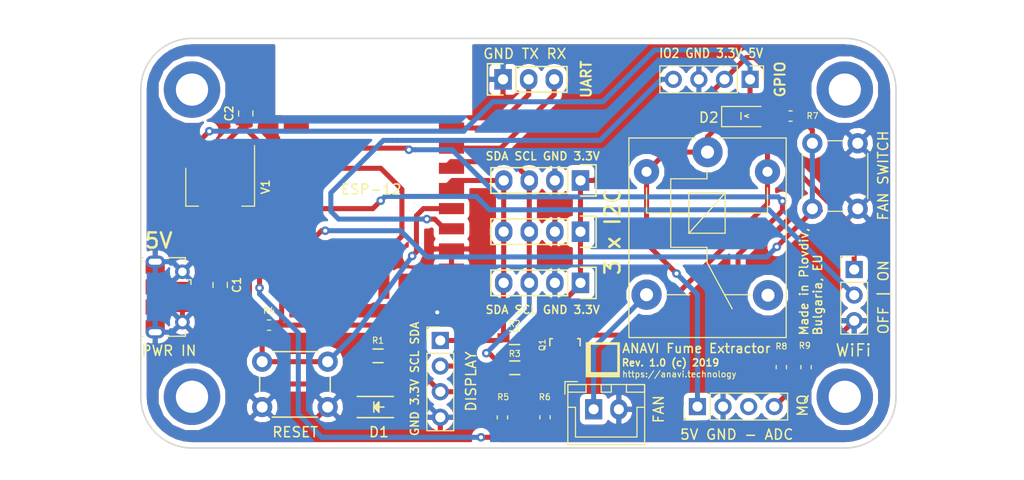
<source format=kicad_pcb>
(kicad_pcb (version 20171130) (host pcbnew 5.0.2-bee76a0~70~ubuntu18.04.1)

  (general
    (thickness 1.6)
    (drawings 24)
    (tracks 235)
    (zones 0)
    (modules 34)
    (nets 21)
  )

  (page A4)
  (layers
    (0 F.Cu signal)
    (31 B.Cu signal)
    (32 B.Adhes user)
    (33 F.Adhes user)
    (34 B.Paste user)
    (35 F.Paste user)
    (36 B.SilkS user)
    (37 F.SilkS user)
    (38 B.Mask user)
    (39 F.Mask user)
    (40 Dwgs.User user)
    (41 Cmts.User user)
    (42 Eco1.User user)
    (43 Eco2.User user)
    (44 Edge.Cuts user)
    (45 Margin user)
    (46 B.CrtYd user)
    (47 F.CrtYd user)
    (48 B.Fab user)
    (49 F.Fab user)
  )

  (setup
    (last_trace_width 0.5)
    (user_trace_width 0.254)
    (user_trace_width 0.5)
    (trace_clearance 0.254)
    (zone_clearance 0.508)
    (zone_45_only yes)
    (trace_min 0.2)
    (segment_width 0.2)
    (edge_width 0.15)
    (via_size 0.85)
    (via_drill 0.4)
    (via_min_size 0.4)
    (via_min_drill 0.3)
    (uvia_size 0.35)
    (uvia_drill 0.1)
    (uvias_allowed no)
    (uvia_min_size 0.2)
    (uvia_min_drill 0.1)
    (pcb_text_width 0.3)
    (pcb_text_size 1.5 1.5)
    (mod_edge_width 0.15)
    (mod_text_size 1 1)
    (mod_text_width 0.15)
    (pad_size 1.7 2)
    (pad_drill 1)
    (pad_to_mask_clearance 0.2)
    (solder_mask_min_width 0.25)
    (aux_axis_origin 0 0)
    (visible_elements FFFFFF7F)
    (pcbplotparams
      (layerselection 0x010fc_ffffffff)
      (usegerberextensions true)
      (usegerberattributes false)
      (usegerberadvancedattributes false)
      (creategerberjobfile false)
      (excludeedgelayer true)
      (linewidth 1.000000)
      (plotframeref false)
      (viasonmask false)
      (mode 1)
      (useauxorigin false)
      (hpglpennumber 1)
      (hpglpenspeed 20)
      (hpglpendiameter 15.000000)
      (psnegative false)
      (psa4output false)
      (plotreference true)
      (plotvalue true)
      (plotinvisibletext false)
      (padsonsilk false)
      (subtractmaskfromsilk false)
      (outputformat 1)
      (mirror false)
      (drillshape 0)
      (scaleselection 1)
      (outputdirectory "plots/anavi-fume-extractor-10/"))
  )

  (net 0 "")
  (net 1 "Net-(D1-Pad2)")
  (net 2 GND)
  (net 3 +3V3)
  (net 4 "Net-(ESP-12-Pad13)")
  (net 5 "Net-(ESP-12-Pad14)")
  (net 6 "Net-(ESP-12-Pad6)")
  (net 7 "Net-(ESP-12-Pad15)")
  (net 8 "Net-(ESP-12-Pad16)")
  (net 9 "Net-(ESP-12-Pad4)")
  (net 10 "Net-(ESP-12-Pad12)")
  (net 11 +5V)
  (net 12 "Net-(ESP-12-Pad11)")
  (net 13 "Net-(D2-Pad2)")
  (net 14 "Net-(ESP-12-Pad2)")
  (net 15 "Net-(ESP-12-Pad7)")
  (net 16 "Net-(U5-Pad3)")
  (net 17 "Net-(R8-Pad1)")
  (net 18 "Net-(FAN1-Pad1)")
  (net 19 "Net-(Q1-Pad1)")
  (net 20 "Net-(ESP-12-Pad5)")

  (net_class Default "This is the default net class."
    (clearance 0.254)
    (trace_width 0.5)
    (via_dia 0.85)
    (via_drill 0.4)
    (uvia_dia 0.35)
    (uvia_drill 0.1)
    (add_net +3V3)
    (add_net +5V)
    (add_net GND)
    (add_net "Net-(D1-Pad2)")
    (add_net "Net-(D2-Pad2)")
    (add_net "Net-(ESP-12-Pad11)")
    (add_net "Net-(ESP-12-Pad12)")
    (add_net "Net-(ESP-12-Pad13)")
    (add_net "Net-(ESP-12-Pad14)")
    (add_net "Net-(ESP-12-Pad15)")
    (add_net "Net-(ESP-12-Pad16)")
    (add_net "Net-(ESP-12-Pad2)")
    (add_net "Net-(ESP-12-Pad4)")
    (add_net "Net-(ESP-12-Pad5)")
    (add_net "Net-(ESP-12-Pad6)")
    (add_net "Net-(ESP-12-Pad7)")
    (add_net "Net-(FAN1-Pad1)")
    (add_net "Net-(Q1-Pad1)")
    (add_net "Net-(R8-Pad1)")
    (add_net "Net-(U5-Pad3)")
  )

  (net_class 12V ""
    (clearance 0.254)
    (trace_width 1.5)
    (via_dia 0.85)
    (via_drill 0.4)
    (uvia_dia 0.35)
    (uvia_drill 0.1)
  )

  (net_class usb ""
    (clearance 0.254)
    (trace_width 0.254)
    (via_dia 0.85)
    (via_drill 0.4)
    (uvia_dia 0.35)
    (uvia_drill 0.1)
  )

  (net_class vcc ""
    (clearance 0.254)
    (trace_width 1.5)
    (via_dia 0.85)
    (via_drill 0.4)
    (uvia_dia 0.35)
    (uvia_drill 0.1)
  )

  (module Pin_Headers:Pin_Header_Straight_1x04 (layer F.Cu) (tedit 598C067A) (tstamp 5BA8F36B)
    (at 108.3945 85.217 270)
    (descr "Through hole pin header")
    (tags "pin header")
    (path /598AD681)
    (fp_text reference U3 (at 0 -5.1 270) (layer F.SilkS) hide
      (effects (font (size 1 1) (thickness 0.15)))
    )
    (fp_text value I2C_SENS_1 (at 0 -3.1 270) (layer F.Fab) hide
      (effects (font (size 1 1) (thickness 0.15)))
    )
    (fp_line (start -1.75 -1.75) (end -1.75 9.4) (layer F.CrtYd) (width 0.05))
    (fp_line (start 1.75 -1.75) (end 1.75 9.4) (layer F.CrtYd) (width 0.05))
    (fp_line (start -1.75 -1.75) (end 1.75 -1.75) (layer F.CrtYd) (width 0.05))
    (fp_line (start -1.75 9.4) (end 1.75 9.4) (layer F.CrtYd) (width 0.05))
    (fp_line (start -1.27 1.27) (end -1.27 8.89) (layer F.SilkS) (width 0.15))
    (fp_line (start 1.27 1.27) (end 1.27 8.89) (layer F.SilkS) (width 0.15))
    (fp_line (start 1.55 -1.55) (end 1.55 0) (layer F.SilkS) (width 0.15))
    (fp_line (start -1.27 8.89) (end 1.27 8.89) (layer F.SilkS) (width 0.15))
    (fp_line (start 1.27 1.27) (end -1.27 1.27) (layer F.SilkS) (width 0.15))
    (fp_line (start -1.55 0) (end -1.55 -1.55) (layer F.SilkS) (width 0.15))
    (fp_line (start -1.55 -1.55) (end 1.55 -1.55) (layer F.SilkS) (width 0.15))
    (pad 1 thru_hole rect (at 0 0 270) (size 2.032 1.7272) (drill 1.016) (layers *.Cu *.Mask)
      (net 3 +3V3))
    (pad 2 thru_hole oval (at 0 2.54 270) (size 2.032 1.7272) (drill 1.016) (layers *.Cu *.Mask)
      (net 2 GND))
    (pad 3 thru_hole oval (at 0 5.08 270) (size 2.032 1.7272) (drill 1.016) (layers *.Cu *.Mask)
      (net 5 "Net-(ESP-12-Pad14)"))
    (pad 4 thru_hole oval (at 0 7.62 270) (size 2.032 1.7272) (drill 1.016) (layers *.Cu *.Mask)
      (net 4 "Net-(ESP-12-Pad13)"))
    (model Pin_Headers.3dshapes/Pin_Header_Straight_1x04.wrl
      (offset (xyz 0 -3.809999942779541 0))
      (scale (xyz 1 1 1))
      (rotate (xyz 0 0 90))
    )
  )

  (module ESP-12E_SMD (layer F.Cu) (tedit 5AEAC490) (tstamp 5BA8EF65)
    (at 80.899 80.01)
    (descr "Module, ESP-8266, ESP-12, 16 pad, SMD")
    (tags "Module ESP-8266 ESP8266")
    (path /598AC515)
    (fp_text reference ESP-12 (at 6.731 6.096 180) (layer F.SilkS)
      (effects (font (size 1 1) (thickness 0.15)))
    )
    (fp_text value ESP-12E (at 5.08 6.35 90) (layer F.Fab) hide
      (effects (font (size 1 1) (thickness 0.15)))
    )
    (fp_line (start -2.25 -0.5) (end -2.25 -8.75) (layer F.CrtYd) (width 0.05))
    (fp_line (start -2.25 -8.75) (end 15.25 -8.75) (layer F.CrtYd) (width 0.05))
    (fp_line (start 15.25 -8.75) (end 16.25 -8.75) (layer F.CrtYd) (width 0.05))
    (fp_line (start 16.25 -8.75) (end 16.25 16) (layer F.CrtYd) (width 0.05))
    (fp_line (start 16.25 16) (end -2.25 16) (layer F.CrtYd) (width 0.05))
    (fp_line (start -2.25 16) (end -2.25 -0.5) (layer F.CrtYd) (width 0.05))
    (fp_line (start -1.016 -8.382) (end 14.986 -8.382) (layer F.CrtYd) (width 0.1524))
    (fp_line (start 14.986 -8.382) (end 14.986 -0.889) (layer F.CrtYd) (width 0.1524))
    (fp_line (start -1.016 -8.382) (end -1.016 -1.016) (layer F.CrtYd) (width 0.1524))
    (fp_line (start 14.992 -8.4) (end -1.008 -2.6) (layer F.CrtYd) (width 0.1524))
    (fp_line (start -1.008 -8.4) (end 14.992 -2.6) (layer F.CrtYd) (width 0.1524))
    (fp_text user "No Copper" (at 6.892 -5.4) (layer F.CrtYd)
      (effects (font (size 1 1) (thickness 0.15)))
    )
    (fp_line (start -1.008 -2.6) (end 14.992 -2.6) (layer F.CrtYd) (width 0.1524))
    (fp_line (start 15 -8.4) (end 15 15.6) (layer F.Fab) (width 0.05))
    (fp_line (start 14.992 15.6) (end -1.008 15.6) (layer F.Fab) (width 0.05))
    (fp_line (start -1.008 15.6) (end -1.008 -8.4) (layer F.Fab) (width 0.05))
    (fp_line (start -1.008 -8.4) (end 14.992 -8.4) (layer F.Fab) (width 0.05))
    (pad 1 smd rect (at 0 0) (size 2.5 1.1) (drill (offset -0.7 0)) (layers F.Cu F.Paste F.Mask))
    (pad 2 smd rect (at 0 2) (size 2.5 1.1) (drill (offset -0.7 0)) (layers F.Cu F.Paste F.Mask)
      (net 14 "Net-(ESP-12-Pad2)"))
    (pad 3 smd rect (at 0 4) (size 2.5 1.1) (drill (offset -0.7 0)) (layers F.Cu F.Paste F.Mask)
      (net 3 +3V3))
    (pad 4 smd rect (at 0 6) (size 2.5 1.1) (drill (offset -0.7 0)) (layers F.Cu F.Paste F.Mask)
      (net 9 "Net-(ESP-12-Pad4)"))
    (pad 5 smd rect (at 0 8) (size 2.5 1.1) (drill (offset -0.7 0)) (layers F.Cu F.Paste F.Mask)
      (net 20 "Net-(ESP-12-Pad5)"))
    (pad 6 smd rect (at 0 10) (size 2.5 1.1) (drill (offset -0.7 0)) (layers F.Cu F.Paste F.Mask)
      (net 6 "Net-(ESP-12-Pad6)"))
    (pad 7 smd rect (at 0 12) (size 2.5 1.1) (drill (offset -0.7 0)) (layers F.Cu F.Paste F.Mask)
      (net 15 "Net-(ESP-12-Pad7)"))
    (pad 8 smd rect (at 0 14) (size 2.5 1.1) (drill (offset -0.7 0)) (layers F.Cu F.Paste F.Mask)
      (net 3 +3V3))
    (pad 9 smd rect (at 14 14) (size 2.5 1.1) (drill (offset 0.7 0)) (layers F.Cu F.Paste F.Mask)
      (net 2 GND))
    (pad 10 smd rect (at 14 12) (size 2.5 1.1) (drill (offset 0.7 0)) (layers F.Cu F.Paste F.Mask)
      (net 2 GND))
    (pad 11 smd rect (at 14 10) (size 2.5 1.1) (drill (offset 0.7 0)) (layers F.Cu F.Paste F.Mask)
      (net 12 "Net-(ESP-12-Pad11)"))
    (pad 12 smd rect (at 14 8) (size 2.5 1.1) (drill (offset 0.7 0)) (layers F.Cu F.Paste F.Mask)
      (net 10 "Net-(ESP-12-Pad12)"))
    (pad 13 smd rect (at 14 6) (size 2.5 1.1) (drill (offset 0.7 0)) (layers F.Cu F.Paste F.Mask)
      (net 4 "Net-(ESP-12-Pad13)"))
    (pad 14 smd rect (at 14 4) (size 2.5 1.1) (drill (offset 0.7 0)) (layers F.Cu F.Paste F.Mask)
      (net 5 "Net-(ESP-12-Pad14)"))
    (pad 15 smd rect (at 14 2) (size 2.5 1.1) (drill (offset 0.7 0)) (layers F.Cu F.Paste F.Mask)
      (net 7 "Net-(ESP-12-Pad15)"))
    (pad 16 smd rect (at 14 0) (size 2.5 1.1) (drill (offset 0.7 0)) (layers F.Cu F.Paste F.Mask)
      (net 8 "Net-(ESP-12-Pad16)"))
    (pad 17 smd rect (at 1.99 15 90) (size 2.5 1.1) (drill (offset -0.7 0)) (layers F.Cu F.Paste F.Mask))
    (pad 18 smd rect (at 3.99 15 90) (size 2.5 1.1) (drill (offset -0.7 0)) (layers F.Cu F.Paste F.Mask))
    (pad 19 smd rect (at 5.99 15 90) (size 2.5 1.1) (drill (offset -0.7 0)) (layers F.Cu F.Paste F.Mask))
    (pad 20 smd rect (at 7.99 15 90) (size 2.5 1.1) (drill (offset -0.7 0)) (layers F.Cu F.Paste F.Mask))
    (pad 21 smd rect (at 9.99 15 90) (size 2.5 1.1) (drill (offset -0.7 0)) (layers F.Cu F.Paste F.Mask))
    (pad 22 smd rect (at 11.99 15 90) (size 2.5 1.1) (drill (offset -0.7 0)) (layers F.Cu F.Paste F.Mask))
    (model ${ESPLIB}/ESP8266.3dshapes/ESP-12.wrl
      (at (xyz 0 0 0))
      (scale (xyz 0.3937 0.3937 0.3937))
      (rotate (xyz 0 0 0))
    )
  )

  (module Mounting_Holes:MountingHole_3.2mm_M3_DIN965_Pad (layer F.Cu) (tedit 598CCB59) (tstamp 599001D4)
    (at 69.85 106.68)
    (descr "Mounting Hole 3.2mm, M3, DIN965")
    (tags "mounting hole 3.2mm m3 din965")
    (fp_text reference REF** (at 0 -3.8) (layer F.SilkS) hide
      (effects (font (size 1 1) (thickness 0.15)))
    )
    (fp_text value MountingHole_3.2mm_M3_DIN965_Pad (at 0 3.8) (layer F.Fab) hide
      (effects (font (size 1 1) (thickness 0.15)))
    )
    (fp_circle (center 0 0) (end 2.8 0) (layer Cmts.User) (width 0.15))
    (fp_circle (center 0 0) (end 3.05 0) (layer F.CrtYd) (width 0.05))
    (pad 4 thru_hole circle (at 0 0) (size 5.6 5.6) (drill 3.2) (layers *.Cu *.Mask))
  )

  (module LEDs:LED_1206 (layer F.Cu) (tedit 5AF0B2B3) (tstamp 598AECB1)
    (at 88.392 107.696)
    (descr "LED 1206 smd package")
    (tags "LED1206 SMD")
    (path /598AC94C)
    (attr smd)
    (fp_text reference D1 (at 0 2.4892) (layer F.SilkS)
      (effects (font (size 1 1) (thickness 0.15)))
    )
    (fp_text value LED (at 0 2) (layer F.Fab) hide
      (effects (font (size 1 1) (thickness 0.15)))
    )
    (fp_line (start -0.5 -0.5) (end -0.5 0.5) (layer F.Fab) (width 0.15))
    (fp_line (start -0.5 0) (end 0 -0.5) (layer F.Fab) (width 0.15))
    (fp_line (start 0 0.5) (end -0.5 0) (layer F.Fab) (width 0.15))
    (fp_line (start 0 -0.5) (end 0 0.5) (layer F.Fab) (width 0.15))
    (fp_line (start -1.6 0.8) (end -1.6 -0.8) (layer F.Fab) (width 0.15))
    (fp_line (start 1.6 0.8) (end -1.6 0.8) (layer F.Fab) (width 0.15))
    (fp_line (start 1.6 -0.8) (end 1.6 0.8) (layer F.Fab) (width 0.15))
    (fp_line (start -1.6 -0.8) (end 1.6 -0.8) (layer F.Fab) (width 0.15))
    (fp_line (start -2.15 1.05) (end 1.45 1.05) (layer F.SilkS) (width 0.15))
    (fp_line (start -2.15 -1.05) (end 1.45 -1.05) (layer F.SilkS) (width 0.15))
    (fp_line (start -0.1 -0.3) (end -0.1 0.3) (layer F.SilkS) (width 0.15))
    (fp_line (start -0.1 0.3) (end -0.4 0) (layer F.SilkS) (width 0.15))
    (fp_line (start -0.4 0) (end -0.2 -0.2) (layer F.SilkS) (width 0.15))
    (fp_line (start -0.2 -0.2) (end -0.2 0.05) (layer F.SilkS) (width 0.15))
    (fp_line (start -0.2 0.05) (end -0.25 0) (layer F.SilkS) (width 0.15))
    (fp_line (start -0.5 -0.5) (end -0.5 0.5) (layer F.SilkS) (width 0.15))
    (fp_line (start 0 0) (end 0.5 0) (layer F.SilkS) (width 0.15))
    (fp_line (start -0.5 0) (end 0 -0.5) (layer F.SilkS) (width 0.15))
    (fp_line (start 0 -0.5) (end 0 0.5) (layer F.SilkS) (width 0.15))
    (fp_line (start 0 0.5) (end -0.5 0) (layer F.SilkS) (width 0.15))
    (fp_line (start 2.5 -1.25) (end -2.5 -1.25) (layer F.CrtYd) (width 0.05))
    (fp_line (start -2.5 -1.25) (end -2.5 1.25) (layer F.CrtYd) (width 0.05))
    (fp_line (start -2.5 1.25) (end 2.5 1.25) (layer F.CrtYd) (width 0.05))
    (fp_line (start 2.5 1.25) (end 2.5 -1.25) (layer F.CrtYd) (width 0.05))
    (pad 2 smd rect (at 1.41986 0 180) (size 1.59766 1.80086) (layers F.Cu F.Paste F.Mask)
      (net 1 "Net-(D1-Pad2)"))
    (pad 1 smd rect (at -1.41986 0 180) (size 1.59766 1.80086) (layers F.Cu F.Paste F.Mask)
      (net 2 GND))
    (model LEDs.3dshapes/LED_1206.wrl
      (at (xyz 0 0 0))
      (scale (xyz 1 1 1))
      (rotate (xyz 0 0 180))
    )
  )

  (module Pin_Headers:Pin_Header_Straight_1x03 (layer F.Cu) (tedit 598C0697) (tstamp 5BA8F3A6)
    (at 100.711 75.184 90)
    (descr "Through hole pin header")
    (tags "pin header")
    (path /598AC863)
    (fp_text reference P1 (at 0 -5.1 90) (layer F.SilkS) hide
      (effects (font (size 1 1) (thickness 0.15)))
    )
    (fp_text value CONN_01X03 (at 0 -3.1 90) (layer F.Fab) hide
      (effects (font (size 1 1) (thickness 0.15)))
    )
    (fp_line (start -1.75 -1.75) (end -1.75 6.85) (layer F.CrtYd) (width 0.05))
    (fp_line (start 1.75 -1.75) (end 1.75 6.85) (layer F.CrtYd) (width 0.05))
    (fp_line (start -1.75 -1.75) (end 1.75 -1.75) (layer F.CrtYd) (width 0.05))
    (fp_line (start -1.75 6.85) (end 1.75 6.85) (layer F.CrtYd) (width 0.05))
    (fp_line (start -1.27 1.27) (end -1.27 6.35) (layer F.SilkS) (width 0.15))
    (fp_line (start -1.27 6.35) (end 1.27 6.35) (layer F.SilkS) (width 0.15))
    (fp_line (start 1.27 6.35) (end 1.27 1.27) (layer F.SilkS) (width 0.15))
    (fp_line (start 1.55 -1.55) (end 1.55 0) (layer F.SilkS) (width 0.15))
    (fp_line (start 1.27 1.27) (end -1.27 1.27) (layer F.SilkS) (width 0.15))
    (fp_line (start -1.55 0) (end -1.55 -1.55) (layer F.SilkS) (width 0.15))
    (fp_line (start -1.55 -1.55) (end 1.55 -1.55) (layer F.SilkS) (width 0.15))
    (pad 1 thru_hole rect (at 0 0 90) (size 2.032 1.7272) (drill 1.016) (layers *.Cu *.Mask)
      (net 2 GND))
    (pad 2 thru_hole oval (at 0 2.54 90) (size 2.032 1.7272) (drill 1.016) (layers *.Cu *.Mask)
      (net 8 "Net-(ESP-12-Pad16)"))
    (pad 3 thru_hole oval (at 0 5.08 90) (size 2.032 1.7272) (drill 1.016) (layers *.Cu *.Mask)
      (net 7 "Net-(ESP-12-Pad15)"))
    (model Pin_Headers.3dshapes/Pin_Header_Straight_1x03.wrl
      (offset (xyz 0 -2.539999961853027 0))
      (scale (xyz 1 1 1))
      (rotate (xyz 0 0 90))
    )
  )

  (module Resistors_SMD:R_0603_HandSoldering (layer F.Cu) (tedit 5D2A035D) (tstamp 598AED39)
    (at 88.308 102.616)
    (descr "Resistor SMD 0603, hand soldering")
    (tags "resistor 0603")
    (path /598ADC31)
    (attr smd)
    (fp_text reference R1 (at 0 -1.524) (layer F.SilkS)
      (effects (font (size 0.6 0.6) (thickness 0.1)))
    )
    (fp_text value 68R (at 0.1348 1.7272) (layer F.Fab)
      (effects (font (size 1 1) (thickness 0.15)))
    )
    (fp_line (start -0.8 0.4) (end -0.8 -0.4) (layer F.Fab) (width 0.1))
    (fp_line (start 0.8 0.4) (end -0.8 0.4) (layer F.Fab) (width 0.1))
    (fp_line (start 0.8 -0.4) (end 0.8 0.4) (layer F.Fab) (width 0.1))
    (fp_line (start -0.8 -0.4) (end 0.8 -0.4) (layer F.Fab) (width 0.1))
    (fp_line (start -2 -0.8) (end 2 -0.8) (layer F.CrtYd) (width 0.05))
    (fp_line (start -2 0.8) (end 2 0.8) (layer F.CrtYd) (width 0.05))
    (fp_line (start -2 -0.8) (end -2 0.8) (layer F.CrtYd) (width 0.05))
    (fp_line (start 2 -0.8) (end 2 0.8) (layer F.CrtYd) (width 0.05))
    (fp_line (start 0.5 0.675) (end -0.5 0.675) (layer F.SilkS) (width 0.15))
    (fp_line (start -0.5 -0.675) (end 0.5 -0.675) (layer F.SilkS) (width 0.15))
    (pad 1 smd rect (at -1.1 0) (size 1.2 0.9) (layers F.Cu F.Paste F.Mask)
      (net 9 "Net-(ESP-12-Pad4)"))
    (pad 2 smd rect (at 1.1 0) (size 1.2 0.9) (layers F.Cu F.Paste F.Mask)
      (net 1 "Net-(D1-Pad2)"))
    (model Resistors_SMD.3dshapes/R_0603_HandSoldering.wrl
      (at (xyz 0 0 0))
      (scale (xyz 1 1 1))
      (rotate (xyz 0 0 0))
    )
  )

  (module Resistors_SMD:R_0603_HandSoldering (layer F.Cu) (tedit 5D29FBDD) (tstamp 5BA8F2F3)
    (at 101.854 100.825 180)
    (descr "Resistor SMD 0603, hand soldering")
    (tags "resistor 0603")
    (path /598ADBC1)
    (attr smd)
    (fp_text reference R2 (at 0 1.397 180) (layer F.SilkS)
      (effects (font (size 0.6 0.6) (thickness 0.1)))
    )
    (fp_text value 4,7K (at 0.084 1.524 180) (layer F.Fab)
      (effects (font (size 1 1) (thickness 0.15)))
    )
    (fp_line (start -0.5 -0.675) (end 0.5 -0.675) (layer F.SilkS) (width 0.15))
    (fp_line (start 0.5 0.675) (end -0.5 0.675) (layer F.SilkS) (width 0.15))
    (fp_line (start 2 -0.8) (end 2 0.8) (layer F.CrtYd) (width 0.05))
    (fp_line (start -2 -0.8) (end -2 0.8) (layer F.CrtYd) (width 0.05))
    (fp_line (start -2 0.8) (end 2 0.8) (layer F.CrtYd) (width 0.05))
    (fp_line (start -2 -0.8) (end 2 -0.8) (layer F.CrtYd) (width 0.05))
    (fp_line (start -0.8 -0.4) (end 0.8 -0.4) (layer F.Fab) (width 0.1))
    (fp_line (start 0.8 -0.4) (end 0.8 0.4) (layer F.Fab) (width 0.1))
    (fp_line (start 0.8 0.4) (end -0.8 0.4) (layer F.Fab) (width 0.1))
    (fp_line (start -0.8 0.4) (end -0.8 -0.4) (layer F.Fab) (width 0.1))
    (pad 2 smd rect (at 1.1 0 180) (size 1.2 0.9) (layers F.Cu F.Paste F.Mask)
      (net 4 "Net-(ESP-12-Pad13)"))
    (pad 1 smd rect (at -1.1 0 180) (size 1.2 0.9) (layers F.Cu F.Paste F.Mask)
      (net 3 +3V3))
    (model Resistors_SMD.3dshapes/R_0603_HandSoldering.wrl
      (at (xyz 0 0 0))
      (scale (xyz 1 1 1))
      (rotate (xyz 0 0 0))
    )
  )

  (module Resistors_SMD:R_0603_HandSoldering (layer F.Cu) (tedit 5D29FBD6) (tstamp 5BA8F28D)
    (at 101.875 103.8 180)
    (descr "Resistor SMD 0603, hand soldering")
    (tags "resistor 0603")
    (path /598ADBF6)
    (attr smd)
    (fp_text reference R3 (at 0 1.397 180) (layer F.SilkS)
      (effects (font (size 0.6 0.6) (thickness 0.1)))
    )
    (fp_text value 4,7K (at 0 1.27 180) (layer F.Fab)
      (effects (font (size 1 1) (thickness 0.15)))
    )
    (fp_line (start -0.8 0.4) (end -0.8 -0.4) (layer F.Fab) (width 0.1))
    (fp_line (start 0.8 0.4) (end -0.8 0.4) (layer F.Fab) (width 0.1))
    (fp_line (start 0.8 -0.4) (end 0.8 0.4) (layer F.Fab) (width 0.1))
    (fp_line (start -0.8 -0.4) (end 0.8 -0.4) (layer F.Fab) (width 0.1))
    (fp_line (start -2 -0.8) (end 2 -0.8) (layer F.CrtYd) (width 0.05))
    (fp_line (start -2 0.8) (end 2 0.8) (layer F.CrtYd) (width 0.05))
    (fp_line (start -2 -0.8) (end -2 0.8) (layer F.CrtYd) (width 0.05))
    (fp_line (start 2 -0.8) (end 2 0.8) (layer F.CrtYd) (width 0.05))
    (fp_line (start 0.5 0.675) (end -0.5 0.675) (layer F.SilkS) (width 0.15))
    (fp_line (start -0.5 -0.675) (end 0.5 -0.675) (layer F.SilkS) (width 0.15))
    (pad 1 smd rect (at -1.1 0 180) (size 1.2 0.9) (layers F.Cu F.Paste F.Mask)
      (net 3 +3V3))
    (pad 2 smd rect (at 1.1 0 180) (size 1.2 0.9) (layers F.Cu F.Paste F.Mask)
      (net 5 "Net-(ESP-12-Pad14)"))
    (model Resistors_SMD.3dshapes/R_0603_HandSoldering.wrl
      (at (xyz 0 0 0))
      (scale (xyz 1 1 1))
      (rotate (xyz 0 0 0))
    )
  )

  (module Buttons_Switches_ThroughHole:SW_PUSH_6mm_h4.3mm (layer F.Cu) (tedit 5BA48320) (tstamp 598AED77)
    (at 83.312 107.696 180)
    (descr "tactile push button, 6x6mm e.g. PHAP33xx series, height=4.3mm")
    (tags "tact sw push 6mm")
    (path /598B559F)
    (fp_text reference RESET (at 3.222 -2.494) (layer F.SilkS)
      (effects (font (size 1 1) (thickness 0.15)))
    )
    (fp_text value SW_DIP_x01 (at 3.75 6.7 180) (layer F.Fab) hide
      (effects (font (size 1 1) (thickness 0.15)))
    )
    (fp_line (start 3.25 -0.75) (end 6.25 -0.75) (layer F.Fab) (width 0.1))
    (fp_line (start 6.25 -0.75) (end 6.25 5.25) (layer F.Fab) (width 0.1))
    (fp_line (start 6.25 5.25) (end 0.25 5.25) (layer F.Fab) (width 0.1))
    (fp_line (start 0.25 5.25) (end 0.25 -0.75) (layer F.Fab) (width 0.1))
    (fp_line (start 0.25 -0.75) (end 3.25 -0.75) (layer F.Fab) (width 0.1))
    (fp_line (start 7.75 6) (end 8 6) (layer F.CrtYd) (width 0.05))
    (fp_line (start 8 6) (end 8 5.75) (layer F.CrtYd) (width 0.05))
    (fp_line (start 7.75 -1.5) (end 8 -1.5) (layer F.CrtYd) (width 0.05))
    (fp_line (start 8 -1.5) (end 8 -1.25) (layer F.CrtYd) (width 0.05))
    (fp_line (start -1.5 -1.25) (end -1.5 -1.5) (layer F.CrtYd) (width 0.05))
    (fp_line (start -1.5 -1.5) (end -1.25 -1.5) (layer F.CrtYd) (width 0.05))
    (fp_line (start -1.5 5.75) (end -1.5 6) (layer F.CrtYd) (width 0.05))
    (fp_line (start -1.5 6) (end -1.25 6) (layer F.CrtYd) (width 0.05))
    (fp_line (start -1.25 -1.5) (end 7.75 -1.5) (layer F.CrtYd) (width 0.05))
    (fp_line (start -1.5 5.75) (end -1.5 -1.25) (layer F.CrtYd) (width 0.05))
    (fp_line (start 7.75 6) (end -1.25 6) (layer F.CrtYd) (width 0.05))
    (fp_line (start 8 -1.25) (end 8 5.75) (layer F.CrtYd) (width 0.05))
    (fp_line (start 1 5.5) (end 5.5 5.5) (layer F.SilkS) (width 0.15))
    (fp_line (start -0.25 1.5) (end -0.25 3) (layer F.SilkS) (width 0.15))
    (fp_line (start 5.5 -1) (end 1 -1) (layer F.SilkS) (width 0.15))
    (fp_line (start 6.75 3) (end 6.75 1.5) (layer F.SilkS) (width 0.15))
    (fp_circle (center 3.25 2.25) (end 1.25 2.5) (layer F.Fab) (width 0.1))
    (pad 2 thru_hole circle (at 0 4.5 270) (size 2 2) (drill 1.1) (layers *.Cu *.Mask)
      (net 10 "Net-(ESP-12-Pad12)"))
    (pad 1 thru_hole circle (at 0 0 270) (size 2 2) (drill 1.1) (layers *.Cu *.Mask)
      (net 2 GND))
    (pad 2 thru_hole circle (at 6.5 4.5 270) (size 2 2) (drill 1.1) (layers *.Cu *.Mask)
      (net 10 "Net-(ESP-12-Pad12)"))
    (pad 1 thru_hole circle (at 6.5 0 270) (size 2 2) (drill 1.1) (layers *.Cu *.Mask)
      (net 2 GND))
    (model Buttons_Switches_ThroughHole.3dshapes/SW_PUSH_6mm_h4.3mm.wrl
      (offset (xyz 0.1269999980926514 0 0))
      (scale (xyz 0.3937 0.3937 0.3937))
      (rotate (xyz 0 0 0))
    )
  )

  (module Pin_Headers:Pin_Header_Straight_1x04 (layer F.Cu) (tedit 598C0680) (tstamp 5BA8F329)
    (at 108.3945 95.377 270)
    (descr "Through hole pin header")
    (tags "pin header")
    (path /598AD5F1)
    (fp_text reference U1 (at 0 -5.1 270) (layer F.SilkS) hide
      (effects (font (size 1 1) (thickness 0.15)))
    )
    (fp_text value I2C_SENS_1 (at 0 -3.1 270) (layer F.Fab) hide
      (effects (font (size 1 1) (thickness 0.15)))
    )
    (fp_line (start -1.75 -1.75) (end -1.75 9.4) (layer F.CrtYd) (width 0.05))
    (fp_line (start 1.75 -1.75) (end 1.75 9.4) (layer F.CrtYd) (width 0.05))
    (fp_line (start -1.75 -1.75) (end 1.75 -1.75) (layer F.CrtYd) (width 0.05))
    (fp_line (start -1.75 9.4) (end 1.75 9.4) (layer F.CrtYd) (width 0.05))
    (fp_line (start -1.27 1.27) (end -1.27 8.89) (layer F.SilkS) (width 0.15))
    (fp_line (start 1.27 1.27) (end 1.27 8.89) (layer F.SilkS) (width 0.15))
    (fp_line (start 1.55 -1.55) (end 1.55 0) (layer F.SilkS) (width 0.15))
    (fp_line (start -1.27 8.89) (end 1.27 8.89) (layer F.SilkS) (width 0.15))
    (fp_line (start 1.27 1.27) (end -1.27 1.27) (layer F.SilkS) (width 0.15))
    (fp_line (start -1.55 0) (end -1.55 -1.55) (layer F.SilkS) (width 0.15))
    (fp_line (start -1.55 -1.55) (end 1.55 -1.55) (layer F.SilkS) (width 0.15))
    (pad 1 thru_hole rect (at 0 0 270) (size 2.032 1.7272) (drill 1.016) (layers *.Cu *.Mask)
      (net 3 +3V3))
    (pad 2 thru_hole oval (at 0 2.54 270) (size 2.032 1.7272) (drill 1.016) (layers *.Cu *.Mask)
      (net 2 GND))
    (pad 3 thru_hole oval (at 0 5.08 270) (size 2.032 1.7272) (drill 1.016) (layers *.Cu *.Mask)
      (net 5 "Net-(ESP-12-Pad14)"))
    (pad 4 thru_hole oval (at 0 7.62 270) (size 2.032 1.7272) (drill 1.016) (layers *.Cu *.Mask)
      (net 4 "Net-(ESP-12-Pad13)"))
    (model Pin_Headers.3dshapes/Pin_Header_Straight_1x04.wrl
      (offset (xyz 0 -3.809999942779541 0))
      (scale (xyz 1 1 1))
      (rotate (xyz 0 0 90))
    )
  )

  (module Pin_Headers:Pin_Header_Straight_1x04 (layer F.Cu) (tedit 598C067C) (tstamp 5BA8F2BD)
    (at 108.3945 90.297 270)
    (descr "Through hole pin header")
    (tags "pin header")
    (path /598AD642)
    (fp_text reference U2 (at 0 -5.1 270) (layer F.SilkS) hide
      (effects (font (size 1 1) (thickness 0.15)))
    )
    (fp_text value I2C_SENS_1 (at 0 -3.1 270) (layer F.Fab) hide
      (effects (font (size 1 1) (thickness 0.15)))
    )
    (fp_line (start -1.75 -1.75) (end -1.75 9.4) (layer F.CrtYd) (width 0.05))
    (fp_line (start 1.75 -1.75) (end 1.75 9.4) (layer F.CrtYd) (width 0.05))
    (fp_line (start -1.75 -1.75) (end 1.75 -1.75) (layer F.CrtYd) (width 0.05))
    (fp_line (start -1.75 9.4) (end 1.75 9.4) (layer F.CrtYd) (width 0.05))
    (fp_line (start -1.27 1.27) (end -1.27 8.89) (layer F.SilkS) (width 0.15))
    (fp_line (start 1.27 1.27) (end 1.27 8.89) (layer F.SilkS) (width 0.15))
    (fp_line (start 1.55 -1.55) (end 1.55 0) (layer F.SilkS) (width 0.15))
    (fp_line (start -1.27 8.89) (end 1.27 8.89) (layer F.SilkS) (width 0.15))
    (fp_line (start 1.27 1.27) (end -1.27 1.27) (layer F.SilkS) (width 0.15))
    (fp_line (start -1.55 0) (end -1.55 -1.55) (layer F.SilkS) (width 0.15))
    (fp_line (start -1.55 -1.55) (end 1.55 -1.55) (layer F.SilkS) (width 0.15))
    (pad 1 thru_hole rect (at 0 0 270) (size 2.032 1.7272) (drill 1.016) (layers *.Cu *.Mask)
      (net 3 +3V3))
    (pad 2 thru_hole oval (at 0 2.54 270) (size 2.032 1.7272) (drill 1.016) (layers *.Cu *.Mask)
      (net 2 GND))
    (pad 3 thru_hole oval (at 0 5.08 270) (size 2.032 1.7272) (drill 1.016) (layers *.Cu *.Mask)
      (net 5 "Net-(ESP-12-Pad14)"))
    (pad 4 thru_hole oval (at 0 7.62 270) (size 2.032 1.7272) (drill 1.016) (layers *.Cu *.Mask)
      (net 4 "Net-(ESP-12-Pad13)"))
    (model Pin_Headers.3dshapes/Pin_Header_Straight_1x04.wrl
      (offset (xyz 0 -3.809999942779541 0))
      (scale (xyz 1 1 1))
      (rotate (xyz 0 0 90))
    )
  )

  (module logo:anavi-logo (layer F.Cu) (tedit 0) (tstamp 5D2BF895)
    (at 110.61 103.05)
    (fp_text reference G*** (at 0 0) (layer F.SilkS) hide
      (effects (font (size 1.524 1.524) (thickness 0.3)))
    )
    (fp_text value LOGO (at 0.75 0) (layer F.SilkS) hide
      (effects (font (size 1.524 1.524) (thickness 0.3)))
    )
    (fp_poly (pts (xy 1.693334 1.693334) (xy -1.693333 1.693334) (xy -1.693333 -1.524) (xy -1.185333 -1.524)
      (xy -1.185333 1.185334) (xy 1.439334 1.185334) (xy 1.439334 -1.524) (xy -1.185333 -1.524)
      (xy -1.693333 -1.524) (xy -1.693333 -1.778) (xy 1.693334 -1.778) (xy 1.693334 1.693334)) (layer F.SilkS) (width 0.01))
  )

  (module Mounting_Holes:MountingHole_3.2mm_M3_DIN965_Pad (layer F.Cu) (tedit 598CCB4F) (tstamp 59900192)
    (at 134.62 76.2)
    (descr "Mounting Hole 3.2mm, M3, DIN965")
    (tags "mounting hole 3.2mm m3 din965")
    (fp_text reference REF** (at 0 -3.8) (layer F.SilkS) hide
      (effects (font (size 1 1) (thickness 0.15)))
    )
    (fp_text value MountingHole_3.2mm_M3_DIN965_Pad (at 0 3.8) (layer F.Fab) hide
      (effects (font (size 1 1) (thickness 0.15)))
    )
    (fp_circle (center 0 0) (end 2.8 0) (layer Cmts.User) (width 0.15))
    (fp_circle (center 0 0) (end 3.05 0) (layer F.CrtYd) (width 0.05))
    (pad 2 thru_hole circle (at 0 0) (size 5.6 5.6) (drill 3.2) (layers *.Cu *.Mask))
  )

  (module Mounting_Holes:MountingHole_3.2mm_M3_DIN965_Pad (layer F.Cu) (tedit 598CCB4B) (tstamp 599001B2)
    (at 69.85 76.2)
    (descr "Mounting Hole 3.2mm, M3, DIN965")
    (tags "mounting hole 3.2mm m3 din965")
    (fp_text reference REF** (at 0 -3.8) (layer F.SilkS) hide
      (effects (font (size 1 1) (thickness 0.15)))
    )
    (fp_text value MountingHole_3.2mm_M3_DIN965_Pad (at 0 3.8) (layer F.Fab) hide
      (effects (font (size 1 1) (thickness 0.15)))
    )
    (fp_circle (center 0 0) (end 2.8 0) (layer Cmts.User) (width 0.15))
    (fp_circle (center 0 0) (end 3.05 0) (layer F.CrtYd) (width 0.05))
    (pad 1 thru_hole circle (at 0 0) (size 5.6 5.6) (drill 3.2) (layers *.Cu *.Mask))
  )

  (module Mounting_Holes:MountingHole_3.2mm_M3_DIN965_Pad (layer F.Cu) (tedit 598CCB55) (tstamp 599001F4)
    (at 134.62 106.68)
    (descr "Mounting Hole 3.2mm, M3, DIN965")
    (tags "mounting hole 3.2mm m3 din965")
    (fp_text reference REF** (at 0 -3.8) (layer F.SilkS) hide
      (effects (font (size 1 1) (thickness 0.15)))
    )
    (fp_text value MountingHole_3.2mm_M3_DIN965_Pad (at 0 3.8) (layer F.Fab) hide
      (effects (font (size 1 1) (thickness 0.15)))
    )
    (fp_circle (center 0 0) (end 2.8 0) (layer Cmts.User) (width 0.15))
    (fp_circle (center 0 0) (end 3.05 0) (layer F.CrtYd) (width 0.05))
    (pad 3 thru_hole circle (at 0 0) (size 5.6 5.6) (drill 3.2) (layers *.Cu *.Mask))
  )

  (module Connector_USB:USB_Micro-B_Molex-105017-0001 (layer F.Cu) (tedit 5BA483A8) (tstamp 5BA8DF26)
    (at 67.437 96.774 270)
    (descr http://www.molex.com/pdm_docs/sd/1050170001_sd.pdf)
    (tags "Micro-USB SMD Typ-B")
    (path /5BA451A0)
    (attr smd)
    (fp_text reference "PWR IN" (at 5.334 -0.127) (layer F.SilkS)
      (effects (font (size 1 1) (thickness 0.15)))
    )
    (fp_text value USB_B_Micro (at 0.3 4.3375 270) (layer F.Fab)
      (effects (font (size 1 1) (thickness 0.15)))
    )
    (fp_text user "PCB Edge" (at 0 2.6875 270) (layer Dwgs.User)
      (effects (font (size 0.5 0.5) (thickness 0.08)))
    )
    (fp_text user %R (at 0 0.8875 270) (layer F.Fab)
      (effects (font (size 1 1) (thickness 0.15)))
    )
    (fp_line (start -4.4 3.64) (end 4.4 3.64) (layer F.CrtYd) (width 0.05))
    (fp_line (start 4.4 -2.46) (end 4.4 3.64) (layer F.CrtYd) (width 0.05))
    (fp_line (start -4.4 -2.46) (end 4.4 -2.46) (layer F.CrtYd) (width 0.05))
    (fp_line (start -4.4 3.64) (end -4.4 -2.46) (layer F.CrtYd) (width 0.05))
    (fp_line (start -3.9 -1.7625) (end -3.45 -1.7625) (layer F.SilkS) (width 0.12))
    (fp_line (start -3.9 0.0875) (end -3.9 -1.7625) (layer F.SilkS) (width 0.12))
    (fp_line (start 3.9 2.6375) (end 3.9 2.3875) (layer F.SilkS) (width 0.12))
    (fp_line (start 3.75 3.3875) (end 3.75 -1.6125) (layer F.Fab) (width 0.1))
    (fp_line (start -3 2.689204) (end 3 2.689204) (layer F.Fab) (width 0.1))
    (fp_line (start -3.75 3.389204) (end 3.75 3.389204) (layer F.Fab) (width 0.1))
    (fp_line (start -3.75 -1.6125) (end 3.75 -1.6125) (layer F.Fab) (width 0.1))
    (fp_line (start -3.75 3.3875) (end -3.75 -1.6125) (layer F.Fab) (width 0.1))
    (fp_line (start -3.9 2.6375) (end -3.9 2.3875) (layer F.SilkS) (width 0.12))
    (fp_line (start 3.9 0.0875) (end 3.9 -1.7625) (layer F.SilkS) (width 0.12))
    (fp_line (start 3.9 -1.7625) (end 3.45 -1.7625) (layer F.SilkS) (width 0.12))
    (fp_line (start -1.7 -2.3125) (end -1.25 -2.3125) (layer F.SilkS) (width 0.12))
    (fp_line (start -1.7 -2.3125) (end -1.7 -1.8625) (layer F.SilkS) (width 0.12))
    (fp_line (start -1.3 -1.7125) (end -1.5 -1.9125) (layer F.Fab) (width 0.1))
    (fp_line (start -1.1 -1.9125) (end -1.3 -1.7125) (layer F.Fab) (width 0.1))
    (fp_line (start -1.5 -2.1225) (end -1.1 -2.1225) (layer F.Fab) (width 0.1))
    (fp_line (start -1.5 -2.1225) (end -1.5 -1.9125) (layer F.Fab) (width 0.1))
    (fp_line (start -1.1 -2.1225) (end -1.1 -1.9125) (layer F.Fab) (width 0.1))
    (pad 6 smd rect (at 1 1.2375 270) (size 1.5 1.9) (layers F.Cu F.Paste F.Mask)
      (net 2 GND))
    (pad 6 thru_hole circle (at -2.5 -1.4625 270) (size 1.45 1.45) (drill 0.85) (layers *.Cu *.Mask)
      (net 2 GND))
    (pad 2 smd rect (at -0.65 -1.4625 270) (size 0.4 1.35) (layers F.Cu F.Paste F.Mask))
    (pad 1 smd rect (at -1.3 -1.4625 270) (size 0.4 1.35) (layers F.Cu F.Paste F.Mask)
      (net 11 +5V))
    (pad 5 smd rect (at 1.3 -1.4625 270) (size 0.4 1.35) (layers F.Cu F.Paste F.Mask)
      (net 2 GND))
    (pad 4 smd rect (at 0.65 -1.4625 270) (size 0.4 1.35) (layers F.Cu F.Paste F.Mask))
    (pad 3 smd rect (at 0 -1.4625 270) (size 0.4 1.35) (layers F.Cu F.Paste F.Mask))
    (pad 6 thru_hole circle (at 2.5 -1.4625 270) (size 1.45 1.45) (drill 0.85) (layers *.Cu *.Mask)
      (net 2 GND))
    (pad 6 smd rect (at -1 1.2375 270) (size 1.5 1.9) (layers F.Cu F.Paste F.Mask)
      (net 2 GND))
    (pad 6 thru_hole oval (at -3.5 1.2375 90) (size 1.2 1.9) (drill oval 0.6 1.3) (layers *.Cu *.Mask)
      (net 2 GND))
    (pad 6 thru_hole oval (at 3.5 1.2375 270) (size 1.2 1.9) (drill oval 0.6 1.3) (layers *.Cu *.Mask)
      (net 2 GND))
    (pad 6 smd rect (at 2.9 1.2375 270) (size 1.2 1.9) (layers F.Cu F.Mask)
      (net 2 GND))
    (pad 6 smd rect (at -2.9 1.2375 270) (size 1.2 1.9) (layers F.Cu F.Mask)
      (net 2 GND))
    (model ${KISYS3DMOD}/Connector_USB.3dshapes/USB_Micro-B_Molex-105017-0001.wrl
      (at (xyz 0 0 0))
      (scale (xyz 1 1 1))
      (rotate (xyz 0 0 0))
    )
  )

  (module Resistor_SMD:R_0603_1608Metric (layer F.Cu) (tedit 5D2A0366) (tstamp 5BA47910)
    (at 77.4955 99.568)
    (descr "Resistor SMD 0603 (1608 Metric), square (rectangular) end terminal, IPC_7351 nominal, (Body size source: http://www.tortai-tech.com/upload/download/2011102023233369053.pdf), generated with kicad-footprint-generator")
    (tags resistor)
    (path /59B813FF)
    (attr smd)
    (fp_text reference R4 (at 0 -1.43) (layer F.SilkS)
      (effects (font (size 0.6 0.6) (thickness 0.1)))
    )
    (fp_text value 2K (at 0 1.43) (layer F.Fab)
      (effects (font (size 1 1) (thickness 0.15)))
    )
    (fp_line (start -0.8 0.4) (end -0.8 -0.4) (layer F.Fab) (width 0.1))
    (fp_line (start -0.8 -0.4) (end 0.8 -0.4) (layer F.Fab) (width 0.1))
    (fp_line (start 0.8 -0.4) (end 0.8 0.4) (layer F.Fab) (width 0.1))
    (fp_line (start 0.8 0.4) (end -0.8 0.4) (layer F.Fab) (width 0.1))
    (fp_line (start -0.162779 -0.51) (end 0.162779 -0.51) (layer F.SilkS) (width 0.12))
    (fp_line (start -0.162779 0.51) (end 0.162779 0.51) (layer F.SilkS) (width 0.12))
    (fp_line (start -1.48 0.73) (end -1.48 -0.73) (layer F.CrtYd) (width 0.05))
    (fp_line (start -1.48 -0.73) (end 1.48 -0.73) (layer F.CrtYd) (width 0.05))
    (fp_line (start 1.48 -0.73) (end 1.48 0.73) (layer F.CrtYd) (width 0.05))
    (fp_line (start 1.48 0.73) (end -1.48 0.73) (layer F.CrtYd) (width 0.05))
    (fp_text user %R (at 0 0) (layer F.Fab)
      (effects (font (size 0.4 0.4) (thickness 0.06)))
    )
    (pad 1 smd roundrect (at -0.7875 0) (size 0.875 0.95) (layers F.Cu F.Paste F.Mask) (roundrect_rratio 0.25)
      (net 10 "Net-(ESP-12-Pad12)"))
    (pad 2 smd roundrect (at 0.7875 0) (size 0.875 0.95) (layers F.Cu F.Paste F.Mask) (roundrect_rratio 0.25)
      (net 3 +3V3))
    (model ${KISYS3DMOD}/Resistor_SMD.3dshapes/R_0603_1608Metric.wrl
      (at (xyz 0 0 0))
      (scale (xyz 1 1 1))
      (rotate (xyz 0 0 0))
    )
  )

  (module Connector_PinHeader_2.54mm:PinHeader_1x04_P2.54mm_Vertical (layer F.Cu) (tedit 5CAA6058) (tstamp 5BA8DAEB)
    (at 94.488 101.092)
    (descr "Through hole straight pin header, 1x04, 2.54mm pitch, single row")
    (tags "Through hole pin header THT 1x04 2.54mm single row")
    (path /5BA4BCDB)
    (fp_text reference DISPLAY (at 3.048 4.064 90) (layer F.SilkS)
      (effects (font (size 1 1) (thickness 0.15)))
    )
    (fp_text value Conn_01x04 (at 0 9.95) (layer F.Fab) hide
      (effects (font (size 1 1) (thickness 0.15)))
    )
    (fp_line (start -0.635 -1.27) (end 1.27 -1.27) (layer F.Fab) (width 0.1))
    (fp_line (start 1.27 -1.27) (end 1.27 8.89) (layer F.Fab) (width 0.1))
    (fp_line (start 1.27 8.89) (end -1.27 8.89) (layer F.Fab) (width 0.1))
    (fp_line (start -1.27 8.89) (end -1.27 -0.635) (layer F.Fab) (width 0.1))
    (fp_line (start -1.27 -0.635) (end -0.635 -1.27) (layer F.Fab) (width 0.1))
    (fp_line (start -1.33 8.95) (end 1.33 8.95) (layer F.SilkS) (width 0.12))
    (fp_line (start -1.33 1.27) (end -1.33 8.95) (layer F.SilkS) (width 0.12))
    (fp_line (start 1.33 1.27) (end 1.33 8.95) (layer F.SilkS) (width 0.12))
    (fp_line (start -1.33 1.27) (end 1.33 1.27) (layer F.SilkS) (width 0.12))
    (fp_line (start -1.33 0) (end -1.33 -1.33) (layer F.SilkS) (width 0.12))
    (fp_line (start -1.33 -1.33) (end 0 -1.33) (layer F.SilkS) (width 0.12))
    (fp_line (start -1.8 -1.8) (end -1.8 9.4) (layer F.CrtYd) (width 0.05))
    (fp_line (start -1.8 9.4) (end 1.8 9.4) (layer F.CrtYd) (width 0.05))
    (fp_line (start 1.8 9.4) (end 1.8 -1.8) (layer F.CrtYd) (width 0.05))
    (fp_line (start 1.8 -1.8) (end -1.8 -1.8) (layer F.CrtYd) (width 0.05))
    (fp_text user %R (at 0 3.81 90) (layer F.Fab)
      (effects (font (size 1 1) (thickness 0.15)))
    )
    (pad 1 thru_hole rect (at 0 0) (size 1.7 1.7) (drill 1) (layers *.Cu *.Mask)
      (net 4 "Net-(ESP-12-Pad13)"))
    (pad 2 thru_hole oval (at 0 2.54) (size 1.7 1.7) (drill 1) (layers *.Cu *.Mask)
      (net 5 "Net-(ESP-12-Pad14)"))
    (pad 3 thru_hole oval (at 0 5.08) (size 1.7 1.7) (drill 1) (layers *.Cu *.Mask)
      (net 3 +3V3))
    (pad 4 thru_hole oval (at 0 7.62) (size 1.7 1.7) (drill 1) (layers *.Cu *.Mask)
      (net 2 GND))
    (model ${KISYS3DMOD}/Connector_PinHeader_2.54mm.3dshapes/PinHeader_1x04_P2.54mm_Vertical.wrl
      (at (xyz 0 0 0))
      (scale (xyz 1 1 1))
      (rotate (xyz 0 0 0))
    )
  )

  (module Capacitor_SMD:C_0805_2012Metric (layer F.Cu) (tedit 5BA96B32) (tstamp 5BA4765A)
    (at 72.644 95.5825 270)
    (descr "Capacitor SMD 0805 (2012 Metric), square (rectangular) end terminal, IPC_7351 nominal, (Body size source: https://docs.google.com/spreadsheets/d/1BsfQQcO9C6DZCsRaXUlFlo91Tg2WpOkGARC1WS5S8t0/edit?usp=sharing), generated with kicad-footprint-generator")
    (tags capacitor)
    (path /598B21AC)
    (attr smd)
    (fp_text reference C1 (at 0 -1.65 270) (layer F.SilkS)
      (effects (font (size 0.8 0.8) (thickness 0.15)))
    )
    (fp_text value 10uF (at 0 -1.778 270) (layer F.Fab)
      (effects (font (size 1 1) (thickness 0.15)))
    )
    (fp_line (start -1 0.6) (end -1 -0.6) (layer F.Fab) (width 0.1))
    (fp_line (start -1 -0.6) (end 1 -0.6) (layer F.Fab) (width 0.1))
    (fp_line (start 1 -0.6) (end 1 0.6) (layer F.Fab) (width 0.1))
    (fp_line (start 1 0.6) (end -1 0.6) (layer F.Fab) (width 0.1))
    (fp_line (start -0.258578 -0.71) (end 0.258578 -0.71) (layer F.SilkS) (width 0.12))
    (fp_line (start -0.258578 0.71) (end 0.258578 0.71) (layer F.SilkS) (width 0.12))
    (fp_line (start -1.68 0.95) (end -1.68 -0.95) (layer F.CrtYd) (width 0.05))
    (fp_line (start -1.68 -0.95) (end 1.68 -0.95) (layer F.CrtYd) (width 0.05))
    (fp_line (start 1.68 -0.95) (end 1.68 0.95) (layer F.CrtYd) (width 0.05))
    (fp_line (start 1.68 0.95) (end -1.68 0.95) (layer F.CrtYd) (width 0.05))
    (fp_text user %R (at 0 0 270) (layer F.Fab)
      (effects (font (size 0.5 0.5) (thickness 0.08)))
    )
    (pad 1 smd roundrect (at -0.9375 0 270) (size 0.975 1.4) (layers F.Cu F.Paste F.Mask) (roundrect_rratio 0.25)
      (net 11 +5V))
    (pad 2 smd roundrect (at 0.9375 0 270) (size 0.975 1.4) (layers F.Cu F.Paste F.Mask) (roundrect_rratio 0.25)
      (net 2 GND))
    (model ${KISYS3DMOD}/Capacitor_SMD.3dshapes/C_0805_2012Metric.wrl
      (at (xyz 0 0 0))
      (scale (xyz 1 1 1))
      (rotate (xyz 0 0 0))
    )
  )

  (module Capacitor_SMD:C_0805_2012Metric (layer F.Cu) (tedit 5BA96B3F) (tstamp 5BA8E38B)
    (at 75.184 78.5645 90)
    (descr "Capacitor SMD 0805 (2012 Metric), square (rectangular) end terminal, IPC_7351 nominal, (Body size source: https://docs.google.com/spreadsheets/d/1BsfQQcO9C6DZCsRaXUlFlo91Tg2WpOkGARC1WS5S8t0/edit?usp=sharing), generated with kicad-footprint-generator")
    (tags capacitor)
    (path /598B222D)
    (attr smd)
    (fp_text reference C2 (at 0 -1.65 90) (layer F.SilkS)
      (effects (font (size 0.8 0.8) (thickness 0.15)))
    )
    (fp_text value 10uF (at 0.0785 1.778 90) (layer F.Fab)
      (effects (font (size 1 1) (thickness 0.15)))
    )
    (fp_text user %R (at 0 0 90) (layer F.Fab)
      (effects (font (size 0.5 0.5) (thickness 0.08)))
    )
    (fp_line (start 1.68 0.95) (end -1.68 0.95) (layer F.CrtYd) (width 0.05))
    (fp_line (start 1.68 -0.95) (end 1.68 0.95) (layer F.CrtYd) (width 0.05))
    (fp_line (start -1.68 -0.95) (end 1.68 -0.95) (layer F.CrtYd) (width 0.05))
    (fp_line (start -1.68 0.95) (end -1.68 -0.95) (layer F.CrtYd) (width 0.05))
    (fp_line (start -0.258578 0.71) (end 0.258578 0.71) (layer F.SilkS) (width 0.12))
    (fp_line (start -0.258578 -0.71) (end 0.258578 -0.71) (layer F.SilkS) (width 0.12))
    (fp_line (start 1 0.6) (end -1 0.6) (layer F.Fab) (width 0.1))
    (fp_line (start 1 -0.6) (end 1 0.6) (layer F.Fab) (width 0.1))
    (fp_line (start -1 -0.6) (end 1 -0.6) (layer F.Fab) (width 0.1))
    (fp_line (start -1 0.6) (end -1 -0.6) (layer F.Fab) (width 0.1))
    (pad 2 smd roundrect (at 0.9375 0 90) (size 0.975 1.4) (layers F.Cu F.Paste F.Mask) (roundrect_rratio 0.25)
      (net 2 GND))
    (pad 1 smd roundrect (at -0.9375 0 90) (size 0.975 1.4) (layers F.Cu F.Paste F.Mask) (roundrect_rratio 0.25)
      (net 3 +3V3))
    (model ${KISYS3DMOD}/Capacitor_SMD.3dshapes/C_0805_2012Metric.wrl
      (at (xyz 0 0 0))
      (scale (xyz 1 1 1))
      (rotate (xyz 0 0 0))
    )
  )

  (module Package_TO_SOT_SMD:SOT-223 (layer F.Cu) (tedit 5BA96B3A) (tstamp 5BA4976F)
    (at 72.644 85.852 270)
    (descr "module CMS SOT223 4 pins")
    (tags "CMS SOT")
    (path /59B80669)
    (attr smd)
    (fp_text reference V1 (at 0 -4.5 270) (layer F.SilkS)
      (effects (font (size 0.8 0.8) (thickness 0.15)))
    )
    (fp_text value LD1117S33TR (at 0 4.5 270) (layer F.Fab)
      (effects (font (size 1 1) (thickness 0.15)))
    )
    (fp_text user %R (at 0 0) (layer F.Fab)
      (effects (font (size 0.8 0.8) (thickness 0.12)))
    )
    (fp_line (start -1.85 -2.3) (end -0.8 -3.35) (layer F.Fab) (width 0.1))
    (fp_line (start 1.91 3.41) (end 1.91 2.15) (layer F.SilkS) (width 0.12))
    (fp_line (start 1.91 -3.41) (end 1.91 -2.15) (layer F.SilkS) (width 0.12))
    (fp_line (start 4.4 -3.6) (end -4.4 -3.6) (layer F.CrtYd) (width 0.05))
    (fp_line (start 4.4 3.6) (end 4.4 -3.6) (layer F.CrtYd) (width 0.05))
    (fp_line (start -4.4 3.6) (end 4.4 3.6) (layer F.CrtYd) (width 0.05))
    (fp_line (start -4.4 -3.6) (end -4.4 3.6) (layer F.CrtYd) (width 0.05))
    (fp_line (start -1.85 -2.3) (end -1.85 3.35) (layer F.Fab) (width 0.1))
    (fp_line (start -1.85 3.41) (end 1.91 3.41) (layer F.SilkS) (width 0.12))
    (fp_line (start -0.8 -3.35) (end 1.85 -3.35) (layer F.Fab) (width 0.1))
    (fp_line (start -4.1 -3.41) (end 1.91 -3.41) (layer F.SilkS) (width 0.12))
    (fp_line (start -1.85 3.35) (end 1.85 3.35) (layer F.Fab) (width 0.1))
    (fp_line (start 1.85 -3.35) (end 1.85 3.35) (layer F.Fab) (width 0.1))
    (pad 4 smd rect (at 3.15 0 270) (size 2 3.8) (layers F.Cu F.Paste F.Mask))
    (pad 2 smd rect (at -3.15 0 270) (size 2 1.5) (layers F.Cu F.Paste F.Mask)
      (net 3 +3V3))
    (pad 3 smd rect (at -3.15 2.3 270) (size 2 1.5) (layers F.Cu F.Paste F.Mask)
      (net 11 +5V))
    (pad 1 smd rect (at -3.15 -2.3 270) (size 2 1.5) (layers F.Cu F.Paste F.Mask)
      (net 2 GND))
    (model ${KISYS3DMOD}/Package_TO_SOT_SMD.3dshapes/SOT-223.wrl
      (at (xyz 0 0 0))
      (scale (xyz 1 1 1))
      (rotate (xyz 0 0 0))
    )
  )

  (module Connector_PinHeader_2.54mm:PinHeader_1x04_P2.54mm_Vertical (layer F.Cu) (tedit 5CAA5ADA) (tstamp 5CAA66C6)
    (at 120 107.65 90)
    (descr "Through hole straight pin header, 1x04, 2.54mm pitch, single row")
    (tags "Through hole pin header THT 1x04 2.54mm single row")
    (path /5CAB7080)
    (fp_text reference MQ (at 0.11 10.43 90) (layer F.SilkS)
      (effects (font (size 1 1) (thickness 0.15)))
    )
    (fp_text value Conn_01x04 (at 0 9.95 90) (layer F.Fab) hide
      (effects (font (size 1 1) (thickness 0.15)))
    )
    (fp_text user %R (at 0 3.81 180) (layer F.Fab)
      (effects (font (size 1 1) (thickness 0.15)))
    )
    (fp_line (start 1.8 -1.8) (end -1.8 -1.8) (layer F.CrtYd) (width 0.05))
    (fp_line (start 1.8 9.4) (end 1.8 -1.8) (layer F.CrtYd) (width 0.05))
    (fp_line (start -1.8 9.4) (end 1.8 9.4) (layer F.CrtYd) (width 0.05))
    (fp_line (start -1.8 -1.8) (end -1.8 9.4) (layer F.CrtYd) (width 0.05))
    (fp_line (start -1.33 -1.33) (end 0 -1.33) (layer F.SilkS) (width 0.12))
    (fp_line (start -1.33 0) (end -1.33 -1.33) (layer F.SilkS) (width 0.12))
    (fp_line (start -1.33 1.27) (end 1.33 1.27) (layer F.SilkS) (width 0.12))
    (fp_line (start 1.33 1.27) (end 1.33 8.95) (layer F.SilkS) (width 0.12))
    (fp_line (start -1.33 1.27) (end -1.33 8.95) (layer F.SilkS) (width 0.12))
    (fp_line (start -1.33 8.95) (end 1.33 8.95) (layer F.SilkS) (width 0.12))
    (fp_line (start -1.27 -0.635) (end -0.635 -1.27) (layer F.Fab) (width 0.1))
    (fp_line (start -1.27 8.89) (end -1.27 -0.635) (layer F.Fab) (width 0.1))
    (fp_line (start 1.27 8.89) (end -1.27 8.89) (layer F.Fab) (width 0.1))
    (fp_line (start 1.27 -1.27) (end 1.27 8.89) (layer F.Fab) (width 0.1))
    (fp_line (start -0.635 -1.27) (end 1.27 -1.27) (layer F.Fab) (width 0.1))
    (pad 4 thru_hole oval (at 0 7.62 90) (size 1.7 1.7) (drill 1) (layers *.Cu *.Mask)
      (net 14 "Net-(ESP-12-Pad2)"))
    (pad 3 thru_hole oval (at 0 5.08 90) (size 1.7 1.7) (drill 1) (layers *.Cu *.Mask)
      (net 16 "Net-(U5-Pad3)"))
    (pad 2 thru_hole oval (at 0 2.54 90) (size 1.7 1.7) (drill 1) (layers *.Cu *.Mask)
      (net 2 GND))
    (pad 1 thru_hole rect (at 0 0 90) (size 1.7 1.7) (drill 1) (layers *.Cu *.Mask)
      (net 11 +5V))
    (model ${KISYS3DMOD}/Connector_PinHeader_2.54mm.3dshapes/PinHeader_1x04_P2.54mm_Vertical.wrl
      (at (xyz 0 0 0))
      (scale (xyz 1 1 1))
      (rotate (xyz 0 0 0))
    )
  )

  (module Connector_PinHeader_2.54mm:PinHeader_1x04_P2.54mm_Vertical (layer F.Cu) (tedit 5CAB2E03) (tstamp 5CAA3B7C)
    (at 125.222 75.184 270)
    (descr "Through hole straight pin header, 1x04, 2.54mm pitch, single row")
    (tags "Through hole pin header THT 1x04 2.54mm single row")
    (path /5CABCF1E)
    (fp_text reference GPIO (at 0 -2.9718 270) (layer F.SilkS)
      (effects (font (size 1 1) (thickness 0.2)))
    )
    (fp_text value Conn_01x04 (at 0 9.95 270) (layer F.Fab) hide
      (effects (font (size 1 1) (thickness 0.15)))
    )
    (fp_line (start -0.635 -1.27) (end 1.27 -1.27) (layer F.Fab) (width 0.1))
    (fp_line (start 1.27 -1.27) (end 1.27 8.89) (layer F.Fab) (width 0.1))
    (fp_line (start 1.27 8.89) (end -1.27 8.89) (layer F.Fab) (width 0.1))
    (fp_line (start -1.27 8.89) (end -1.27 -0.635) (layer F.Fab) (width 0.1))
    (fp_line (start -1.27 -0.635) (end -0.635 -1.27) (layer F.Fab) (width 0.1))
    (fp_line (start -1.33 8.95) (end 1.33 8.95) (layer F.SilkS) (width 0.12))
    (fp_line (start -1.33 1.27) (end -1.33 8.95) (layer F.SilkS) (width 0.12))
    (fp_line (start 1.33 1.27) (end 1.33 8.95) (layer F.SilkS) (width 0.12))
    (fp_line (start -1.33 1.27) (end 1.33 1.27) (layer F.SilkS) (width 0.12))
    (fp_line (start -1.33 0) (end -1.33 -1.33) (layer F.SilkS) (width 0.12))
    (fp_line (start -1.33 -1.33) (end 0 -1.33) (layer F.SilkS) (width 0.12))
    (fp_line (start -1.8 -1.8) (end -1.8 9.4) (layer F.CrtYd) (width 0.05))
    (fp_line (start -1.8 9.4) (end 1.8 9.4) (layer F.CrtYd) (width 0.05))
    (fp_line (start 1.8 9.4) (end 1.8 -1.8) (layer F.CrtYd) (width 0.05))
    (fp_line (start 1.8 -1.8) (end -1.8 -1.8) (layer F.CrtYd) (width 0.05))
    (fp_text user %R (at 0 3.81) (layer F.Fab)
      (effects (font (size 1 1) (thickness 0.15)))
    )
    (pad 1 thru_hole rect (at 0 0 270) (size 1.7 1.7) (drill 1) (layers *.Cu *.Mask)
      (net 11 +5V))
    (pad 2 thru_hole oval (at 0 2.54 270) (size 1.7 1.7) (drill 1) (layers *.Cu *.Mask)
      (net 3 +3V3))
    (pad 3 thru_hole oval (at 0 5.08 270) (size 1.7 1.7) (drill 1) (layers *.Cu *.Mask)
      (net 2 GND))
    (pad 4 thru_hole oval (at 0 7.62 270) (size 1.7 1.7) (drill 1) (layers *.Cu *.Mask)
      (net 12 "Net-(ESP-12-Pad11)"))
    (model ${KISYS3DMOD}/Connector_PinHeader_2.54mm.3dshapes/PinHeader_1x04_P2.54mm_Vertical.wrl
      (at (xyz 0 0 0))
      (scale (xyz 1 1 1))
      (rotate (xyz 0 0 0))
    )
  )

  (module Resistor_SMD:R_0603_1608Metric (layer F.Cu) (tedit 5D29F56D) (tstamp 5CB2A140)
    (at 128.325 103.7375 90)
    (descr "Resistor SMD 0603 (1608 Metric), square (rectangular) end terminal, IPC_7351 nominal, (Body size source: http://www.tortai-tech.com/upload/download/2011102023233369053.pdf), generated with kicad-footprint-generator")
    (tags resistor)
    (path /5CB2C30F)
    (attr smd)
    (fp_text reference R8 (at 2.0625 0 180) (layer F.SilkS)
      (effects (font (size 0.6 0.6) (thickness 0.1)))
    )
    (fp_text value 220K (at -1.9625 0.025 180) (layer F.Fab)
      (effects (font (size 0.6 0.6) (thickness 0.15)))
    )
    (fp_text user %R (at 0 0 90) (layer F.Fab)
      (effects (font (size 0.4 0.4) (thickness 0.06)))
    )
    (fp_line (start 1.48 0.73) (end -1.48 0.73) (layer F.CrtYd) (width 0.05))
    (fp_line (start 1.48 -0.73) (end 1.48 0.73) (layer F.CrtYd) (width 0.05))
    (fp_line (start -1.48 -0.73) (end 1.48 -0.73) (layer F.CrtYd) (width 0.05))
    (fp_line (start -1.48 0.73) (end -1.48 -0.73) (layer F.CrtYd) (width 0.05))
    (fp_line (start -0.162779 0.51) (end 0.162779 0.51) (layer F.SilkS) (width 0.12))
    (fp_line (start -0.162779 -0.51) (end 0.162779 -0.51) (layer F.SilkS) (width 0.12))
    (fp_line (start 0.8 0.4) (end -0.8 0.4) (layer F.Fab) (width 0.1))
    (fp_line (start 0.8 -0.4) (end 0.8 0.4) (layer F.Fab) (width 0.1))
    (fp_line (start -0.8 -0.4) (end 0.8 -0.4) (layer F.Fab) (width 0.1))
    (fp_line (start -0.8 0.4) (end -0.8 -0.4) (layer F.Fab) (width 0.1))
    (pad 2 smd roundrect (at 0.7875 0 90) (size 0.875 0.95) (layers F.Cu F.Paste F.Mask) (roundrect_rratio 0.25)
      (net 14 "Net-(ESP-12-Pad2)"))
    (pad 1 smd roundrect (at -0.7875 0 90) (size 0.875 0.95) (layers F.Cu F.Paste F.Mask) (roundrect_rratio 0.25)
      (net 17 "Net-(R8-Pad1)"))
    (model ${KISYS3DMOD}/Resistor_SMD.3dshapes/R_0603_1608Metric.wrl
      (at (xyz 0 0 0))
      (scale (xyz 1 1 1))
      (rotate (xyz 0 0 0))
    )
  )

  (module Resistor_SMD:R_0603_1608Metric (layer F.Cu) (tedit 5D29F573) (tstamp 5CB29F28)
    (at 130.775 103.7375 90)
    (descr "Resistor SMD 0603 (1608 Metric), square (rectangular) end terminal, IPC_7351 nominal, (Body size source: http://www.tortai-tech.com/upload/download/2011102023233369053.pdf), generated with kicad-footprint-generator")
    (tags resistor)
    (path /5CB2C3AE)
    (attr smd)
    (fp_text reference R9 (at 2.1375 -0.125 180) (layer F.SilkS)
      (effects (font (size 0.6 0.6) (thickness 0.1)))
    )
    (fp_text value 56K (at -1.9625 0.025 180) (layer F.Fab)
      (effects (font (size 0.6 0.6) (thickness 0.15)))
    )
    (fp_line (start -0.8 0.4) (end -0.8 -0.4) (layer F.Fab) (width 0.1))
    (fp_line (start -0.8 -0.4) (end 0.8 -0.4) (layer F.Fab) (width 0.1))
    (fp_line (start 0.8 -0.4) (end 0.8 0.4) (layer F.Fab) (width 0.1))
    (fp_line (start 0.8 0.4) (end -0.8 0.4) (layer F.Fab) (width 0.1))
    (fp_line (start -0.162779 -0.51) (end 0.162779 -0.51) (layer F.SilkS) (width 0.12))
    (fp_line (start -0.162779 0.51) (end 0.162779 0.51) (layer F.SilkS) (width 0.12))
    (fp_line (start -1.48 0.73) (end -1.48 -0.73) (layer F.CrtYd) (width 0.05))
    (fp_line (start -1.48 -0.73) (end 1.48 -0.73) (layer F.CrtYd) (width 0.05))
    (fp_line (start 1.48 -0.73) (end 1.48 0.73) (layer F.CrtYd) (width 0.05))
    (fp_line (start 1.48 0.73) (end -1.48 0.73) (layer F.CrtYd) (width 0.05))
    (fp_text user %R (at 0 0 90) (layer F.Fab)
      (effects (font (size 0.4 0.4) (thickness 0.06)))
    )
    (pad 1 smd roundrect (at -0.7875 0 90) (size 0.875 0.95) (layers F.Cu F.Paste F.Mask) (roundrect_rratio 0.25)
      (net 14 "Net-(ESP-12-Pad2)"))
    (pad 2 smd roundrect (at 0.7875 0 90) (size 0.875 0.95) (layers F.Cu F.Paste F.Mask) (roundrect_rratio 0.25)
      (net 2 GND))
    (model ${KISYS3DMOD}/Resistor_SMD.3dshapes/R_0603_1608Metric.wrl
      (at (xyz 0 0 0))
      (scale (xyz 1 1 1))
      (rotate (xyz 0 0 0))
    )
  )

  (module Diode_SMD:D_SOD-123 (layer F.Cu) (tedit 5D29EEEE) (tstamp 5D2B0706)
    (at 124.65 78.875)
    (descr SOD-123)
    (tags SOD-123)
    (path /5D2CCF79)
    (attr smd)
    (fp_text reference D2 (at -3.525 0.1) (layer F.SilkS)
      (effects (font (size 1 1) (thickness 0.15)))
    )
    (fp_text value 1N4148W (at -5.93 -1.215) (layer F.Fab)
      (effects (font (size 1 1) (thickness 0.15)))
    )
    (fp_text user %R (at -3.4 0.05) (layer F.Fab) hide
      (effects (font (size 1 1) (thickness 0.15)))
    )
    (fp_line (start -2.25 -1) (end -2.25 1) (layer F.SilkS) (width 0.12))
    (fp_line (start 0.25 0) (end 0.75 0) (layer F.Fab) (width 0.1))
    (fp_line (start 0.25 0.4) (end -0.35 0) (layer F.Fab) (width 0.1))
    (fp_line (start 0.25 -0.4) (end 0.25 0.4) (layer F.Fab) (width 0.1))
    (fp_line (start -0.35 0) (end 0.25 -0.4) (layer F.Fab) (width 0.1))
    (fp_line (start -0.35 0) (end -0.35 0.55) (layer F.Fab) (width 0.1))
    (fp_line (start -0.35 0) (end -0.35 -0.55) (layer F.Fab) (width 0.1))
    (fp_line (start -0.75 0) (end -0.35 0) (layer F.Fab) (width 0.1))
    (fp_line (start -1.4 0.9) (end -1.4 -0.9) (layer F.Fab) (width 0.1))
    (fp_line (start 1.4 0.9) (end -1.4 0.9) (layer F.Fab) (width 0.1))
    (fp_line (start 1.4 -0.9) (end 1.4 0.9) (layer F.Fab) (width 0.1))
    (fp_line (start -1.4 -0.9) (end 1.4 -0.9) (layer F.Fab) (width 0.1))
    (fp_line (start -2.35 -1.15) (end 2.35 -1.15) (layer F.CrtYd) (width 0.05))
    (fp_line (start 2.35 -1.15) (end 2.35 1.15) (layer F.CrtYd) (width 0.05))
    (fp_line (start 2.35 1.15) (end -2.35 1.15) (layer F.CrtYd) (width 0.05))
    (fp_line (start -2.35 -1.15) (end -2.35 1.15) (layer F.CrtYd) (width 0.05))
    (fp_line (start -2.25 1) (end 1.65 1) (layer F.SilkS) (width 0.12))
    (fp_line (start -2.25 -1) (end 1.65 -1) (layer F.SilkS) (width 0.12))
    (pad 1 smd rect (at -1.65 0) (size 0.9 1.2) (layers F.Cu F.Paste F.Mask)
      (net 11 +5V))
    (pad 2 smd rect (at 1.65 0) (size 0.9 1.2) (layers F.Cu F.Paste F.Mask)
      (net 13 "Net-(D2-Pad2)"))
    (model ${KISYS3DMOD}/Diode_SMD.3dshapes/D_SOD-123.wrl
      (at (xyz 0 0 0))
      (scale (xyz 1 1 1))
      (rotate (xyz 0 0 0))
    )
  )

  (module Relay_THT:Relay_SPDT_SANYOU_SRD_Series_Form_C (layer F.Cu) (tedit 5D29F810) (tstamp 5D2BD02E)
    (at 121 82.4 270)
    (descr "relay Sanyou SRD series Form C http://www.sanyourelay.ca/public/products/pdf/SRD.pdf")
    (tags "relay Sanyu SRD form C")
    (path /5D2B79D4)
    (fp_text reference K1 (at -2.45 6.9) (layer F.SilkS) hide
      (effects (font (size 1 1) (thickness 0.15)))
    )
    (fp_text value SANYOU_SRD_Form_C (at 8 -9.6 270) (layer F.Fab) hide
      (effects (font (size 1 1) (thickness 0.15)))
    )
    (fp_line (start -1.4 1.2) (end -1.4 7.8) (layer F.SilkS) (width 0.12))
    (fp_line (start -1.4 -7.8) (end -1.4 -1.2) (layer F.SilkS) (width 0.12))
    (fp_line (start -1.4 -7.8) (end 18.4 -7.8) (layer F.SilkS) (width 0.12))
    (fp_line (start 18.4 -7.8) (end 18.4 7.8) (layer F.SilkS) (width 0.12))
    (fp_line (start 18.4 7.8) (end -1.4 7.8) (layer F.SilkS) (width 0.12))
    (fp_text user 1 (at 0 -2.3 270) (layer F.Fab)
      (effects (font (size 1 1) (thickness 0.15)))
    )
    (fp_line (start -1.3 -7.7) (end 18.3 -7.7) (layer F.Fab) (width 0.12))
    (fp_line (start 18.3 -7.7) (end 18.3 7.7) (layer F.Fab) (width 0.12))
    (fp_line (start 18.3 7.7) (end -1.3 7.7) (layer F.Fab) (width 0.12))
    (fp_line (start -1.3 7.7) (end -1.3 -7.7) (layer F.Fab) (width 0.12))
    (fp_text user %R (at 7.1 0.025 270) (layer F.Fab)
      (effects (font (size 1 1) (thickness 0.15)))
    )
    (fp_line (start 18.55 -7.95) (end -1.55 -7.95) (layer F.CrtYd) (width 0.05))
    (fp_line (start -1.55 7.95) (end -1.55 -7.95) (layer F.CrtYd) (width 0.05))
    (fp_line (start 18.55 -7.95) (end 18.55 7.95) (layer F.CrtYd) (width 0.05))
    (fp_line (start -1.55 7.95) (end 18.55 7.95) (layer F.CrtYd) (width 0.05))
    (fp_line (start 14.15 4.2) (end 14.15 1.75) (layer F.SilkS) (width 0.12))
    (fp_line (start 14.15 -4.2) (end 14.15 -1.7) (layer F.SilkS) (width 0.12))
    (fp_line (start 3.55 6.05) (end 6.05 6.05) (layer F.SilkS) (width 0.12))
    (fp_line (start 2.65 0.05) (end 1.85 0.05) (layer F.SilkS) (width 0.12))
    (fp_line (start 6.05 -5.95) (end 3.55 -5.95) (layer F.SilkS) (width 0.12))
    (fp_line (start 9.45 0.05) (end 10.95 0.05) (layer F.SilkS) (width 0.12))
    (fp_line (start 10.95 0.05) (end 15.55 -2.45) (layer F.SilkS) (width 0.12))
    (fp_line (start 9.45 3.65) (end 2.65 3.65) (layer F.SilkS) (width 0.12))
    (fp_line (start 9.45 0.05) (end 9.45 3.65) (layer F.SilkS) (width 0.12))
    (fp_line (start 2.65 0.05) (end 2.65 3.65) (layer F.SilkS) (width 0.12))
    (fp_line (start 6.05 -5.95) (end 6.05 -1.75) (layer F.SilkS) (width 0.12))
    (fp_line (start 6.05 1.85) (end 6.05 6.05) (layer F.SilkS) (width 0.12))
    (fp_line (start 8.05 1.85) (end 4.05 -1.75) (layer F.SilkS) (width 0.12))
    (fp_line (start 4.05 1.85) (end 4.05 -1.75) (layer F.SilkS) (width 0.12))
    (fp_line (start 4.05 -1.75) (end 8.05 -1.75) (layer F.SilkS) (width 0.12))
    (fp_line (start 8.05 -1.75) (end 8.05 1.85) (layer F.SilkS) (width 0.12))
    (fp_line (start 8.05 1.85) (end 4.05 1.85) (layer F.SilkS) (width 0.12))
    (pad 2 thru_hole circle (at 1.95 6.05) (size 2.5 2.5) (drill 1) (layers *.Cu *.Mask)
      (net 11 +5V))
    (pad 3 thru_hole circle (at 14.15 6.05) (size 3 3) (drill 1.3) (layers *.Cu *.Mask)
      (net 18 "Net-(FAN1-Pad1)"))
    (pad 4 thru_hole circle (at 14.2 -6) (size 3 3) (drill 1.3) (layers *.Cu *.Mask))
    (pad 5 thru_hole circle (at 1.95 -5.95) (size 2.5 2.5) (drill 1) (layers *.Cu *.Mask)
      (net 13 "Net-(D2-Pad2)"))
    (pad 1 thru_hole circle (at 0 0) (size 3 3) (drill 1.3) (layers *.Cu *.Mask)
      (net 11 +5V))
    (model ${KISYS3DMOD}/Relay_THT.3dshapes/Relay_SPDT_SANYOU_SRD_Series_Form_C.wrl
      (at (xyz 0 0 0))
      (scale (xyz 1 1 1))
      (rotate (xyz 0 0 0))
    )
  )

  (module TO_SOT_Packages_SMD:SOT-23 (layer F.Cu) (tedit 5D2A4C78) (tstamp 5D2B077E)
    (at 106.86 101.56)
    (descr "SOT-23, Standard")
    (tags SOT-23)
    (path /5D2CCD98)
    (attr smd)
    (fp_text reference Q1 (at -2.25076 -0.02 90) (layer F.SilkS)
      (effects (font (size 0.6 0.6) (thickness 0.1)))
    )
    (fp_text value BC817 (at 0 2.71) (layer F.Fab)
      (effects (font (size 1 1) (thickness 0.15)))
    )
    (fp_line (start -1.65 -1.6) (end 1.65 -1.6) (layer F.CrtYd) (width 0.05))
    (fp_line (start 1.65 -1.6) (end 1.65 1.6) (layer F.CrtYd) (width 0.05))
    (fp_line (start 1.65 1.6) (end -1.65 1.6) (layer F.CrtYd) (width 0.05))
    (fp_line (start -1.65 1.6) (end -1.65 -1.6) (layer F.CrtYd) (width 0.05))
    (fp_line (start 1.29916 -0.65024) (end 1.2509 -0.65024) (layer F.SilkS) (width 0.15))
    (fp_line (start -1.49982 0.0508) (end -1.49982 -0.65024) (layer F.SilkS) (width 0.15))
    (fp_line (start -1.49982 -0.65024) (end -1.2509 -0.65024) (layer F.SilkS) (width 0.15))
    (fp_line (start 1.29916 -0.65024) (end 1.49982 -0.65024) (layer F.SilkS) (width 0.15))
    (fp_line (start 1.49982 -0.65024) (end 1.49982 0.0508) (layer F.SilkS) (width 0.15))
    (pad 1 smd rect (at -0.95 1.00076) (size 0.8001 0.8001) (layers F.Cu F.Paste F.Mask)
      (net 19 "Net-(Q1-Pad1)"))
    (pad 2 smd rect (at 0.95 1.00076) (size 0.8001 0.8001) (layers F.Cu F.Paste F.Mask)
      (net 2 GND))
    (pad 3 smd rect (at 0 -0.99822) (size 0.8001 0.8001) (layers F.Cu F.Paste F.Mask)
      (net 13 "Net-(D2-Pad2)"))
    (model TO_SOT_Packages_SMD.3dshapes/SOT-23.wrl
      (at (xyz 0 0 0))
      (scale (xyz 1 1 1))
      (rotate (xyz 0 0 0))
    )
  )

  (module Resistor_SMD:R_0603_1608Metric (layer F.Cu) (tedit 5D29F7A8) (tstamp 5D2BD6AB)
    (at 100.65 108.725 90)
    (descr "Resistor SMD 0603 (1608 Metric), square (rectangular) end terminal, IPC_7351 nominal, (Body size source: http://www.tortai-tech.com/upload/download/2011102023233369053.pdf), generated with kicad-footprint-generator")
    (tags resistor)
    (path /5D2CA761)
    (attr smd)
    (fp_text reference R5 (at 2.025 0.075 180) (layer F.SilkS)
      (effects (font (size 0.6 0.6) (thickness 0.1)))
    )
    (fp_text value 2,7K (at 0 -1.575 90) (layer F.Fab)
      (effects (font (size 1 1) (thickness 0.15)))
    )
    (fp_text user %R (at 0 0 90) (layer F.Fab)
      (effects (font (size 0.4 0.4) (thickness 0.06)))
    )
    (fp_line (start 1.48 0.73) (end -1.48 0.73) (layer F.CrtYd) (width 0.05))
    (fp_line (start 1.48 -0.73) (end 1.48 0.73) (layer F.CrtYd) (width 0.05))
    (fp_line (start -1.48 -0.73) (end 1.48 -0.73) (layer F.CrtYd) (width 0.05))
    (fp_line (start -1.48 0.73) (end -1.48 -0.73) (layer F.CrtYd) (width 0.05))
    (fp_line (start -0.162779 0.51) (end 0.162779 0.51) (layer F.SilkS) (width 0.12))
    (fp_line (start -0.162779 -0.51) (end 0.162779 -0.51) (layer F.SilkS) (width 0.12))
    (fp_line (start 0.8 0.4) (end -0.8 0.4) (layer F.Fab) (width 0.1))
    (fp_line (start 0.8 -0.4) (end 0.8 0.4) (layer F.Fab) (width 0.1))
    (fp_line (start -0.8 -0.4) (end 0.8 -0.4) (layer F.Fab) (width 0.1))
    (fp_line (start -0.8 0.4) (end -0.8 -0.4) (layer F.Fab) (width 0.1))
    (pad 2 smd roundrect (at 0.7875 0 90) (size 0.875 0.95) (layers F.Cu F.Paste F.Mask) (roundrect_rratio 0.25)
      (net 19 "Net-(Q1-Pad1)"))
    (pad 1 smd roundrect (at -0.7875 0 90) (size 0.875 0.95) (layers F.Cu F.Paste F.Mask) (roundrect_rratio 0.25)
      (net 6 "Net-(ESP-12-Pad6)"))
    (model ${KISYS3DMOD}/Resistor_SMD.3dshapes/R_0603_1608Metric.wrl
      (at (xyz 0 0 0))
      (scale (xyz 1 1 1))
      (rotate (xyz 0 0 0))
    )
  )

  (module Resistor_SMD:R_0603_1608Metric (layer F.Cu) (tedit 5D29F79C) (tstamp 5D2B07A0)
    (at 104.875 108.7125 270)
    (descr "Resistor SMD 0603 (1608 Metric), square (rectangular) end terminal, IPC_7351 nominal, (Body size source: http://www.tortai-tech.com/upload/download/2011102023233369053.pdf), generated with kicad-footprint-generator")
    (tags resistor)
    (path /5D2CA813)
    (attr smd)
    (fp_text reference R6 (at -2.0125 0.025 180) (layer F.SilkS)
      (effects (font (size 0.6 0.6) (thickness 0.1)))
    )
    (fp_text value 27K (at 0.0125 1.5 270) (layer F.Fab)
      (effects (font (size 1 1) (thickness 0.15)))
    )
    (fp_line (start -0.8 0.4) (end -0.8 -0.4) (layer F.Fab) (width 0.1))
    (fp_line (start -0.8 -0.4) (end 0.8 -0.4) (layer F.Fab) (width 0.1))
    (fp_line (start 0.8 -0.4) (end 0.8 0.4) (layer F.Fab) (width 0.1))
    (fp_line (start 0.8 0.4) (end -0.8 0.4) (layer F.Fab) (width 0.1))
    (fp_line (start -0.162779 -0.51) (end 0.162779 -0.51) (layer F.SilkS) (width 0.12))
    (fp_line (start -0.162779 0.51) (end 0.162779 0.51) (layer F.SilkS) (width 0.12))
    (fp_line (start -1.48 0.73) (end -1.48 -0.73) (layer F.CrtYd) (width 0.05))
    (fp_line (start -1.48 -0.73) (end 1.48 -0.73) (layer F.CrtYd) (width 0.05))
    (fp_line (start 1.48 -0.73) (end 1.48 0.73) (layer F.CrtYd) (width 0.05))
    (fp_line (start 1.48 0.73) (end -1.48 0.73) (layer F.CrtYd) (width 0.05))
    (fp_text user %R (at 0 0 270) (layer F.Fab)
      (effects (font (size 0.4 0.4) (thickness 0.06)))
    )
    (pad 1 smd roundrect (at -0.7875 0 270) (size 0.875 0.95) (layers F.Cu F.Paste F.Mask) (roundrect_rratio 0.25)
      (net 19 "Net-(Q1-Pad1)"))
    (pad 2 smd roundrect (at 0.7875 0 270) (size 0.875 0.95) (layers F.Cu F.Paste F.Mask) (roundrect_rratio 0.25)
      (net 2 GND))
    (model ${KISYS3DMOD}/Resistor_SMD.3dshapes/R_0603_1608Metric.wrl
      (at (xyz 0 0 0))
      (scale (xyz 1 1 1))
      (rotate (xyz 0 0 0))
    )
  )

  (module Resistor_SMD:R_0603_1608Metric (layer F.Cu) (tedit 5D29FADE) (tstamp 5D2B07B1)
    (at 129.2375 78.825)
    (descr "Resistor SMD 0603 (1608 Metric), square (rectangular) end terminal, IPC_7351 nominal, (Body size source: http://www.tortai-tech.com/upload/download/2011102023233369053.pdf), generated with kicad-footprint-generator")
    (tags resistor)
    (path /5D2A5B46)
    (attr smd)
    (fp_text reference R7 (at 2.1825 -0.015) (layer F.SilkS)
      (effects (font (size 0.6 0.6) (thickness 0.1)))
    )
    (fp_text value 2K (at 0 1.43) (layer F.Fab)
      (effects (font (size 1 1) (thickness 0.15)))
    )
    (fp_line (start -0.8 0.4) (end -0.8 -0.4) (layer F.Fab) (width 0.1))
    (fp_line (start -0.8 -0.4) (end 0.8 -0.4) (layer F.Fab) (width 0.1))
    (fp_line (start 0.8 -0.4) (end 0.8 0.4) (layer F.Fab) (width 0.1))
    (fp_line (start 0.8 0.4) (end -0.8 0.4) (layer F.Fab) (width 0.1))
    (fp_line (start -0.162779 -0.51) (end 0.162779 -0.51) (layer F.SilkS) (width 0.12))
    (fp_line (start -0.162779 0.51) (end 0.162779 0.51) (layer F.SilkS) (width 0.12))
    (fp_line (start -1.48 0.73) (end -1.48 -0.73) (layer F.CrtYd) (width 0.05))
    (fp_line (start -1.48 -0.73) (end 1.48 -0.73) (layer F.CrtYd) (width 0.05))
    (fp_line (start 1.48 -0.73) (end 1.48 0.73) (layer F.CrtYd) (width 0.05))
    (fp_line (start 1.48 0.73) (end -1.48 0.73) (layer F.CrtYd) (width 0.05))
    (fp_text user %R (at 0 0) (layer F.Fab)
      (effects (font (size 0.4 0.4) (thickness 0.06)))
    )
    (pad 1 smd roundrect (at -0.7875 0) (size 0.875 0.95) (layers F.Cu F.Paste F.Mask) (roundrect_rratio 0.25)
      (net 3 +3V3))
    (pad 2 smd roundrect (at 0.7875 0) (size 0.875 0.95) (layers F.Cu F.Paste F.Mask) (roundrect_rratio 0.25)
      (net 15 "Net-(ESP-12-Pad7)"))
    (model ${KISYS3DMOD}/Resistor_SMD.3dshapes/R_0603_1608Metric.wrl
      (at (xyz 0 0 0))
      (scale (xyz 1 1 1))
      (rotate (xyz 0 0 0))
    )
  )

  (module Buttons_Switches_ThroughHole:SW_PUSH_6mm_h4.3mm (layer F.Cu) (tedit 5D2A05A1) (tstamp 5D2B07EF)
    (at 135.9 81.525 270)
    (descr "tactile push button, 6x6mm e.g. PHAP33xx series, height=4.3mm")
    (tags "tact sw push 6mm")
    (path /5D2A58E9)
    (fp_text reference "FAN SWITCH" (at 3.2 -2.525 270) (layer F.SilkS)
      (effects (font (size 1 1) (thickness 0.15)))
    )
    (fp_text value SW_DIP_x01 (at 3.75 6.7 270) (layer F.Fab) hide
      (effects (font (size 1 1) (thickness 0.15)))
    )
    (fp_text user %R (at 3.25 2.25 270) (layer F.Fab)
      (effects (font (size 1 1) (thickness 0.15)))
    )
    (fp_line (start 3.25 -0.75) (end 6.25 -0.75) (layer F.Fab) (width 0.1))
    (fp_line (start 6.25 -0.75) (end 6.25 5.25) (layer F.Fab) (width 0.1))
    (fp_line (start 6.25 5.25) (end 0.25 5.25) (layer F.Fab) (width 0.1))
    (fp_line (start 0.25 5.25) (end 0.25 -0.75) (layer F.Fab) (width 0.1))
    (fp_line (start 0.25 -0.75) (end 3.25 -0.75) (layer F.Fab) (width 0.1))
    (fp_line (start 7.75 6) (end 8 6) (layer F.CrtYd) (width 0.05))
    (fp_line (start 8 6) (end 8 5.75) (layer F.CrtYd) (width 0.05))
    (fp_line (start 7.75 -1.5) (end 8 -1.5) (layer F.CrtYd) (width 0.05))
    (fp_line (start 8 -1.5) (end 8 -1.25) (layer F.CrtYd) (width 0.05))
    (fp_line (start -1.5 -1.25) (end -1.5 -1.5) (layer F.CrtYd) (width 0.05))
    (fp_line (start -1.5 -1.5) (end -1.25 -1.5) (layer F.CrtYd) (width 0.05))
    (fp_line (start -1.5 5.75) (end -1.5 6) (layer F.CrtYd) (width 0.05))
    (fp_line (start -1.5 6) (end -1.25 6) (layer F.CrtYd) (width 0.05))
    (fp_line (start -1.25 -1.5) (end 7.75 -1.5) (layer F.CrtYd) (width 0.05))
    (fp_line (start -1.5 5.75) (end -1.5 -1.25) (layer F.CrtYd) (width 0.05))
    (fp_line (start 7.75 6) (end -1.25 6) (layer F.CrtYd) (width 0.05))
    (fp_line (start 8 -1.25) (end 8 5.75) (layer F.CrtYd) (width 0.05))
    (fp_line (start 1 5.5) (end 5.5 5.5) (layer F.SilkS) (width 0.12))
    (fp_line (start -0.25 1.5) (end -0.25 3) (layer F.SilkS) (width 0.12))
    (fp_line (start 5.5 -1) (end 1 -1) (layer F.SilkS) (width 0.12))
    (fp_line (start 6.75 3) (end 6.75 1.5) (layer F.SilkS) (width 0.12))
    (fp_circle (center 3.25 2.25) (end 1.25 2.5) (layer F.Fab) (width 0.1))
    (pad 2 thru_hole circle (at 0 4.5) (size 2 2) (drill 1.1) (layers *.Cu *.Mask)
      (net 15 "Net-(ESP-12-Pad7)"))
    (pad 1 thru_hole circle (at 0 0) (size 2 2) (drill 1.1) (layers *.Cu *.Mask)
      (net 2 GND))
    (pad 2 thru_hole circle (at 6.5 4.5) (size 2 2) (drill 1.1) (layers *.Cu *.Mask)
      (net 15 "Net-(ESP-12-Pad7)"))
    (pad 1 thru_hole circle (at 6.5 0) (size 2 2) (drill 1.1) (layers *.Cu *.Mask)
      (net 2 GND))
    (model ${KISYS3DMOD}/Buttons_Switches_THT.3dshapes/SW_PUSH_6mm_h4.3mm.wrl
      (offset (xyz 0.1269999980926514 0 0))
      (scale (xyz 0.3937 0.3937 0.3937))
      (rotate (xyz 0 0 0))
    )
  )

  (module Connector_PinHeader_2.54mm:PinHeader_1x03_P2.54mm_Vertical (layer F.Cu) (tedit 5D29F935) (tstamp 5D2BCA80)
    (at 135.55 94.05)
    (descr "Through hole straight pin header, 1x03, 2.54mm pitch, single row")
    (tags "Through hole pin header THT 1x03 2.54mm single row")
    (path /5D2B183F)
    (fp_text reference WiFi (at -0.075 8.025) (layer F.SilkS)
      (effects (font (size 1.2 1.2) (thickness 0.15)))
    )
    (fp_text value ConfigWiFi (at 2.275 7.675) (layer F.Fab) hide
      (effects (font (size 1 1) (thickness 0.15)))
    )
    (fp_line (start -0.635 -1.27) (end 1.27 -1.27) (layer F.Fab) (width 0.1))
    (fp_line (start 1.27 -1.27) (end 1.27 6.35) (layer F.Fab) (width 0.1))
    (fp_line (start 1.27 6.35) (end -1.27 6.35) (layer F.Fab) (width 0.1))
    (fp_line (start -1.27 6.35) (end -1.27 -0.635) (layer F.Fab) (width 0.1))
    (fp_line (start -1.27 -0.635) (end -0.635 -1.27) (layer F.Fab) (width 0.1))
    (fp_line (start -1.33 6.41) (end 1.33 6.41) (layer F.SilkS) (width 0.12))
    (fp_line (start -1.33 1.27) (end -1.33 6.41) (layer F.SilkS) (width 0.12))
    (fp_line (start 1.33 1.27) (end 1.33 6.41) (layer F.SilkS) (width 0.12))
    (fp_line (start -1.33 1.27) (end 1.33 1.27) (layer F.SilkS) (width 0.12))
    (fp_line (start -1.33 0) (end -1.33 -1.33) (layer F.SilkS) (width 0.12))
    (fp_line (start -1.33 -1.33) (end 0 -1.33) (layer F.SilkS) (width 0.12))
    (fp_line (start -1.8 -1.8) (end -1.8 6.85) (layer F.CrtYd) (width 0.05))
    (fp_line (start -1.8 6.85) (end 1.8 6.85) (layer F.CrtYd) (width 0.05))
    (fp_line (start 1.8 6.85) (end 1.8 -1.8) (layer F.CrtYd) (width 0.05))
    (fp_line (start 1.8 -1.8) (end -1.8 -1.8) (layer F.CrtYd) (width 0.05))
    (fp_text user %R (at 0 2.54 90) (layer F.Fab)
      (effects (font (size 1 1) (thickness 0.15)))
    )
    (pad 1 thru_hole rect (at 0 0) (size 1.7 1.7) (drill 1) (layers *.Cu *.Mask)
      (net 3 +3V3))
    (pad 2 thru_hole oval (at 0 2.54) (size 1.7 1.7) (drill 1) (layers *.Cu *.Mask)
      (net 20 "Net-(ESP-12-Pad5)"))
    (pad 3 thru_hole oval (at 0 5.08) (size 1.7 1.7) (drill 1) (layers *.Cu *.Mask)
      (net 2 GND))
    (model ${KISYS3DMOD}/Connector_PinHeader_2.54mm.3dshapes/PinHeader_1x03_P2.54mm_Vertical.wrl
      (at (xyz 0 0 0))
      (scale (xyz 1 1 1))
      (rotate (xyz 0 0 0))
    )
  )

  (module Connector_JST:JST_XH_B02B-XH-A_1x02_P2.50mm_Vertical (layer F.Cu) (tedit 5D2AC478) (tstamp 5D2DEE61)
    (at 109.7 107.92)
    (descr "JST XH series connector, B02B-XH-A (http://www.jst-mfg.com/product/pdf/eng/eXH.pdf), generated with kicad-footprint-generator")
    (tags "connector JST XH side entry")
    (path /5D2F1A0F)
    (fp_text reference FAN (at 6.45 -0.01 90) (layer F.SilkS)
      (effects (font (size 1 1) (thickness 0.15)))
    )
    (fp_text value Conn_01x02 (at 1.25 4.6) (layer F.Fab) hide
      (effects (font (size 1 1) (thickness 0.15)))
    )
    (fp_line (start -2.45 -2.35) (end -2.45 3.4) (layer F.Fab) (width 0.1))
    (fp_line (start -2.45 3.4) (end 4.95 3.4) (layer F.Fab) (width 0.1))
    (fp_line (start 4.95 3.4) (end 4.95 -2.35) (layer F.Fab) (width 0.1))
    (fp_line (start 4.95 -2.35) (end -2.45 -2.35) (layer F.Fab) (width 0.1))
    (fp_line (start -2.56 -2.46) (end -2.56 3.51) (layer F.SilkS) (width 0.12))
    (fp_line (start -2.56 3.51) (end 5.06 3.51) (layer F.SilkS) (width 0.12))
    (fp_line (start 5.06 3.51) (end 5.06 -2.46) (layer F.SilkS) (width 0.12))
    (fp_line (start 5.06 -2.46) (end -2.56 -2.46) (layer F.SilkS) (width 0.12))
    (fp_line (start -2.95 -2.85) (end -2.95 3.9) (layer F.CrtYd) (width 0.05))
    (fp_line (start -2.95 3.9) (end 5.45 3.9) (layer F.CrtYd) (width 0.05))
    (fp_line (start 5.45 3.9) (end 5.45 -2.85) (layer F.CrtYd) (width 0.05))
    (fp_line (start 5.45 -2.85) (end -2.95 -2.85) (layer F.CrtYd) (width 0.05))
    (fp_line (start -0.625 -2.35) (end 0 -1.35) (layer F.Fab) (width 0.1))
    (fp_line (start 0 -1.35) (end 0.625 -2.35) (layer F.Fab) (width 0.1))
    (fp_line (start 0.75 -2.45) (end 0.75 -1.7) (layer F.SilkS) (width 0.12))
    (fp_line (start 0.75 -1.7) (end 1.75 -1.7) (layer F.SilkS) (width 0.12))
    (fp_line (start 1.75 -1.7) (end 1.75 -2.45) (layer F.SilkS) (width 0.12))
    (fp_line (start 1.75 -2.45) (end 0.75 -2.45) (layer F.SilkS) (width 0.12))
    (fp_line (start -2.55 -2.45) (end -2.55 -1.7) (layer F.SilkS) (width 0.12))
    (fp_line (start -2.55 -1.7) (end -0.75 -1.7) (layer F.SilkS) (width 0.12))
    (fp_line (start -0.75 -1.7) (end -0.75 -2.45) (layer F.SilkS) (width 0.12))
    (fp_line (start -0.75 -2.45) (end -2.55 -2.45) (layer F.SilkS) (width 0.12))
    (fp_line (start 3.25 -2.45) (end 3.25 -1.7) (layer F.SilkS) (width 0.12))
    (fp_line (start 3.25 -1.7) (end 5.05 -1.7) (layer F.SilkS) (width 0.12))
    (fp_line (start 5.05 -1.7) (end 5.05 -2.45) (layer F.SilkS) (width 0.12))
    (fp_line (start 5.05 -2.45) (end 3.25 -2.45) (layer F.SilkS) (width 0.12))
    (fp_line (start -2.55 -0.2) (end -1.8 -0.2) (layer F.SilkS) (width 0.12))
    (fp_line (start -1.8 -0.2) (end -1.8 2.75) (layer F.SilkS) (width 0.12))
    (fp_line (start -1.8 2.75) (end 1.25 2.75) (layer F.SilkS) (width 0.12))
    (fp_line (start 5.05 -0.2) (end 4.3 -0.2) (layer F.SilkS) (width 0.12))
    (fp_line (start 4.3 -0.2) (end 4.3 2.75) (layer F.SilkS) (width 0.12))
    (fp_line (start 4.3 2.75) (end 1.25 2.75) (layer F.SilkS) (width 0.12))
    (fp_line (start -1.6 -2.75) (end -2.85 -2.75) (layer F.SilkS) (width 0.12))
    (fp_line (start -2.85 -2.75) (end -2.85 -1.5) (layer F.SilkS) (width 0.12))
    (fp_text user %R (at 1.25 2.7) (layer F.Fab) hide
      (effects (font (size 1 1) (thickness 0.15)))
    )
    (pad 1 thru_hole rect (at 0 0) (size 1.7 2) (drill 1) (layers *.Cu *.Mask)
      (net 18 "Net-(FAN1-Pad1)"))
    (pad 2 thru_hole oval (at 2.5 0) (size 1.7 2) (drill 1) (layers *.Cu *.Mask)
      (net 2 GND))
    (model ${KISYS3DMOD}/Connector_JST.3dshapes/JST_XH_B02B-XH-A_1x02_P2.50mm_Vertical.wrl
      (at (xyz 0 0 0))
      (scale (xyz 1 1 1))
      (rotate (xyz 0 0 0))
    )
  )

  (gr_text |< (at 124.63 78.79) (layer F.SilkS) (tstamp 5D2DF548)
    (effects (font (size 0.5 0.5) (thickness 0.125)))
  )
  (gr_text "OFF | ON" (at 138.45 96.8 90) (layer F.SilkS) (tstamp 5D2BF828)
    (effects (font (size 1 1) (thickness 0.15)))
  )
  (gr_text "IO2 GND 3.3V 5V" (at 121.3612 72.5932) (layer F.SilkS) (tstamp 5CAA68B7)
    (effects (font (size 0.9 0.8) (thickness 0.15)))
  )
  (gr_text "5V GND - ADC" (at 123.9 110.425) (layer F.SilkS)
    (effects (font (size 1 1) (thickness 0.15)))
  )
  (gr_text "GND 3.3V SCL SDA" (at 91.948 104.902 90) (layer F.SilkS) (tstamp 5BA49269)
    (effects (font (size 0.8 0.8) (thickness 0.15)))
  )
  (gr_text KP-3216EC (at 88.646 109.728) (layer F.Fab) (tstamp 5CAA682D)
    (effects (font (size 0.8 0.8) (thickness 0.15)))
  )
  (gr_text "SDA SCL GND 3.3V" (at 104.648 98.044) (layer F.SilkS) (tstamp 5BA49266)
    (effects (font (size 0.8 0.8) (thickness 0.15)))
  )
  (gr_text "SDA SCL GND 3.3V" (at 104.648 82.804) (layer F.SilkS) (tstamp 5BA47E17)
    (effects (font (size 0.8 0.8) (thickness 0.15)))
  )
  (gr_text 5V (at 66.548 91.186) (layer F.SilkS)
    (effects (font (size 1.5 1.5) (thickness 0.25)))
  )
  (gr_text UART (at 108.966 75.184 90) (layer F.SilkS) (tstamp 5BA3C82F)
    (effects (font (size 1 1) (thickness 0.2)))
  )
  (gr_text "3 x I2C" (at 111.5822 90.297 90) (layer F.SilkS) (tstamp 5BA8F315)
    (effects (font (size 1.5 1.5) (thickness 0.25)))
  )
  (gr_line (start 69.85 71.12) (end 134.62 71.12) (angle 90) (layer Edge.Cuts) (width 0.15) (tstamp 5BA8EF39))
  (gr_line (start 69.85 111.76) (end 134.62 111.76) (angle 90) (layer Edge.Cuts) (width 0.15))
  (gr_arc (start 69.85 76.2) (end 64.77 76.2) (angle 90) (layer Edge.Cuts) (width 0.15))
  (gr_arc (start 69.85 106.68) (end 69.85 111.76) (angle 90) (layer Edge.Cuts) (width 0.15))
  (gr_arc (start 134.62 106.68) (end 139.7 106.68) (angle 90) (layer Edge.Cuts) (width 0.15))
  (gr_arc (start 134.62 76.2) (end 134.62 71.12) (angle 90) (layer Edge.Cuts) (width 0.15))
  (gr_line (start 139.7 106.68) (end 139.7 76.2) (angle 90) (layer Edge.Cuts) (width 0.15))
  (gr_line (start 64.77 106.68) (end 64.77 76.2) (angle 90) (layer Edge.Cuts) (width 0.15))
  (gr_text "GND TX RX" (at 102.87 72.644) (layer F.SilkS) (tstamp 5BAFB664)
    (effects (font (size 1 1) (thickness 0.15)))
  )
  (gr_text "Made in Plovdiv,\nBulgaria, EU" (at 131.25 100.675 90) (layer F.SilkS) (tstamp 5D2BF782)
    (effects (font (size 0.85 0.85) (thickness 0.15)) (justify left))
  )
  (gr_text https://anavi.technology (at 118.2 104.44) (layer F.SilkS) (tstamp 5CB42D1E)
    (effects (font (size 0.6 0.6) (thickness 0.1)))
  )
  (gr_text "Rev. 1.0 (c) 2019" (at 117.33 103.3) (layer F.SilkS) (tstamp 5CB42D1B)
    (effects (font (size 0.7 0.7) (thickness 0.15)))
  )
  (gr_text "ANAVI Fume Extractor" (at 119.89 101.88) (layer F.SilkS) (tstamp 5D2BF2F0)
    (effects (font (size 0.9 0.9) (thickness 0.15)))
  )

  (segment (start 89.81186 103.01986) (end 89.408 102.616) (width 0.5) (layer F.Cu) (net 1))
  (segment (start 89.81186 107.696) (end 89.81186 103.01986) (width 0.5) (layer F.Cu) (net 1))
  (segment (start 68.8995 99.274) (end 68.8995 98.128001) (width 0.5) (layer F.Cu) (net 2))
  (via (at 94.1832 98.298) (size 0.85) (drill 0.4) (layers F.Cu B.Cu) (net 2))
  (segment (start 94.899 94.01) (end 94.899 97.5822) (width 0.5) (layer F.Cu) (net 2))
  (segment (start 94.899 97.5822) (end 94.1832 98.298) (width 0.5) (layer F.Cu) (net 2))
  (segment (start 93.58216 98.298) (end 91.948 99.93216) (width 0.5) (layer B.Cu) (net 2))
  (segment (start 94.1832 98.298) (end 93.58216 98.298) (width 0.5) (layer B.Cu) (net 2))
  (segment (start 91.948 106.172) (end 94.488 108.712) (width 0.5) (layer B.Cu) (net 2))
  (segment (start 91.948 99.93216) (end 91.948 106.172) (width 0.5) (layer B.Cu) (net 2))
  (segment (start 131.73 102.95) (end 135.55 99.13) (width 0.5) (layer F.Cu) (net 2))
  (segment (start 130.775 102.95) (end 131.73 102.95) (width 0.5) (layer F.Cu) (net 2))
  (segment (start 108.288 85.1105) (end 108.3945 85.217) (width 0.5) (layer F.Cu) (net 3) (tstamp 5BA8F357))
  (segment (start 74.384 79.502) (end 75.184 79.502) (width 0.5) (layer F.Cu) (net 3))
  (segment (start 72.644 82.042) (end 75.184 79.502) (width 0.5) (layer F.Cu) (net 3))
  (segment (start 72.644 82.702) (end 72.644 82.042) (width 0.5) (layer F.Cu) (net 3))
  (segment (start 78.283 99.568) (end 89.916 99.568) (width 0.5) (layer F.Cu) (net 3))
  (segment (start 89.916 99.568) (end 91.948 101.6) (width 0.5) (layer F.Cu) (net 3))
  (segment (start 91.948 103.632) (end 94.488 106.172) (width 0.5) (layer F.Cu) (net 3))
  (segment (start 91.948 101.6) (end 91.948 103.632) (width 0.5) (layer F.Cu) (net 3))
  (segment (start 108.3945 86.733) (end 108.3945 90.297) (width 0.5) (layer F.Cu) (net 3))
  (segment (start 108.3945 85.217) (end 108.3945 86.733) (width 0.5) (layer F.Cu) (net 3))
  (segment (start 108.3945 91.813) (end 108.3945 95.377) (width 0.5) (layer F.Cu) (net 3))
  (segment (start 108.3945 90.297) (end 108.3945 91.813) (width 0.5) (layer F.Cu) (net 3))
  (segment (start 108.3945 95.5294) (end 108.3945 95.377) (width 0.5) (layer F.Cu) (net 3))
  (segment (start 78.283 99.568) (end 78.283 99.619) (width 0.5) (layer F.Cu) (net 3))
  (segment (start 80.899 84.01) (end 88.582 84.01) (width 0.5) (layer F.Cu) (net 3))
  (segment (start 88.582 84.01) (end 90.678 86.106) (width 0.5) (layer F.Cu) (net 3))
  (segment (start 90.678 86.106) (end 90.678 90.7415) (width 0.5) (layer F.Cu) (net 3))
  (segment (start 90.678 90.7415) (end 88.8365 92.583) (width 0.5) (layer F.Cu) (net 3))
  (segment (start 82.326 92.583) (end 80.899 94.01) (width 0.5) (layer F.Cu) (net 3))
  (segment (start 88.8365 92.583) (end 82.326 92.583) (width 0.5) (layer F.Cu) (net 3))
  (segment (start 79.1045 84.01) (end 80.899 84.01) (width 0.5) (layer F.Cu) (net 3))
  (segment (start 75.184 80.0895) (end 79.1045 84.01) (width 0.5) (layer F.Cu) (net 3))
  (segment (start 75.184 79.502) (end 75.184 80.0895) (width 0.5) (layer F.Cu) (net 3))
  (segment (start 78.744612 99.106388) (end 78.744612 96.164388) (width 0.5) (layer F.Cu) (net 3))
  (segment (start 78.744612 96.164388) (end 80.899 94.01) (width 0.5) (layer F.Cu) (net 3))
  (segment (start 78.283 99.568) (end 78.744612 99.106388) (width 0.5) (layer F.Cu) (net 3))
  (segment (start 108.3945 95.5345) (end 108.3945 95.377) (width 0.5) (layer F.Cu) (net 3))
  (segment (start 103.104 100.825) (end 108.3945 95.5345) (width 0.5) (layer F.Cu) (net 3))
  (segment (start 102.954 100.825) (end 103.104 100.825) (width 0.5) (layer F.Cu) (net 3))
  (segment (start 102.975 104.75) (end 102.975 103.8) (width 0.5) (layer F.Cu) (net 3))
  (segment (start 101.553 106.172) (end 102.975 104.75) (width 0.5) (layer F.Cu) (net 3))
  (segment (start 94.488 106.172) (end 101.553 106.172) (width 0.5) (layer F.Cu) (net 3))
  (segment (start 102.975 100.846) (end 102.954 100.825) (width 0.5) (layer F.Cu) (net 3))
  (segment (start 102.975 103.8) (end 102.975 100.846) (width 0.5) (layer F.Cu) (net 3))
  (segment (start 122.682 75.184) (end 124.841 73.025) (width 0.5) (layer F.Cu) (net 3))
  (segment (start 128.45 78.25) (end 128.45 78.825) (width 0.5) (layer F.Cu) (net 3))
  (segment (start 128.45 75.804798) (end 128.45 78.25) (width 0.5) (layer F.Cu) (net 3))
  (segment (start 125.670202 73.025) (end 128.45 75.804798) (width 0.5) (layer F.Cu) (net 3))
  (segment (start 124.841 73.025) (end 125.670202 73.025) (width 0.5) (layer F.Cu) (net 3))
  (segment (start 128.9875 78.825) (end 129.08349 78.92099) (width 0.5) (layer F.Cu) (net 3))
  (segment (start 128.45 78.825) (end 128.9875 78.825) (width 0.5) (layer F.Cu) (net 3))
  (segment (start 122.682 75.184) (end 116.891 80.975) (width 0.5) (layer F.Cu) (net 3))
  (segment (start 109.7581 85.217) (end 108.3945 85.217) (width 0.5) (layer F.Cu) (net 3))
  (segment (start 114.0001 80.975) (end 109.7581 85.217) (width 0.5) (layer F.Cu) (net 3))
  (segment (start 116.891 80.975) (end 114.0001 80.975) (width 0.5) (layer F.Cu) (net 3))
  (segment (start 129.08349 83.482568) (end 129.08349 82.425) (width 0.5) (layer F.Cu) (net 3))
  (segment (start 135.55 89.949078) (end 129.08349 83.482568) (width 0.5) (layer F.Cu) (net 3))
  (segment (start 135.55 94.05) (end 135.55 89.949078) (width 0.5) (layer F.Cu) (net 3))
  (segment (start 129.08349 78.92099) (end 129.08349 82.425) (width 0.5) (layer F.Cu) (net 3))
  (segment (start 129.08349 82.425) (end 129.08349 82.857568) (width 0.5) (layer F.Cu) (net 3))
  (segment (start 100.5635 95.969) (end 100.7745 95.758) (width 0.5) (layer F.Cu) (net 4) (tstamp 5BA8F354))
  (segment (start 100.754 85.1965) (end 100.7745 85.217) (width 0.5) (layer F.Cu) (net 4) (tstamp 5BA8F34E))
  (segment (start 95.692 85.217) (end 100.7745 85.217) (width 0.5) (layer F.Cu) (net 4))
  (segment (start 94.899 86.01) (end 95.692 85.217) (width 0.5) (layer F.Cu) (net 4))
  (segment (start 100.7745 85.217) (end 100.7745 90.297) (width 0.5) (layer F.Cu) (net 4))
  (segment (start 100.7745 91.813) (end 100.7745 95.377) (width 0.5) (layer F.Cu) (net 4))
  (segment (start 100.7745 90.297) (end 100.7745 91.813) (width 0.5) (layer F.Cu) (net 4))
  (segment (start 100.584 95.5675) (end 100.7745 95.377) (width 0.5) (layer F.Cu) (net 4))
  (segment (start 94.8055 100.7745) (end 94.488 101.092) (width 0.5) (layer F.Cu) (net 4))
  (segment (start 100.487 101.092) (end 100.754 100.825) (width 0.5) (layer F.Cu) (net 4))
  (segment (start 94.488 101.092) (end 100.487 101.092) (width 0.5) (layer F.Cu) (net 4))
  (segment (start 100.754 95.3975) (end 100.7745 95.377) (width 0.5) (layer F.Cu) (net 4))
  (segment (start 100.754 100.825) (end 100.754 95.3975) (width 0.5) (layer F.Cu) (net 4))
  (segment (start 103.3145 85.0646) (end 101.6 83.3501) (width 0.5) (layer F.Cu) (net 5))
  (segment (start 95.5589 83.3501) (end 94.899 84.01) (width 0.5) (layer F.Cu) (net 5))
  (segment (start 101.6 83.3501) (end 95.5589 83.3501) (width 0.5) (layer F.Cu) (net 5))
  (segment (start 103.3145 85.0646) (end 103.3145 85.217) (width 0.5) (layer F.Cu) (net 5))
  (segment (start 103.3145 85.217) (end 103.3145 90.297) (width 0.5) (layer F.Cu) (net 5))
  (segment (start 103.3145 91.813) (end 103.3145 95.377) (width 0.5) (layer F.Cu) (net 5))
  (segment (start 103.3145 90.297) (end 103.3145 91.813) (width 0.5) (layer F.Cu) (net 5))
  (segment (start 100.607 103.632) (end 100.775 103.8) (width 0.5) (layer F.Cu) (net 5))
  (segment (start 94.488 103.632) (end 100.607 103.632) (width 0.5) (layer F.Cu) (net 5))
  (via (at 99.05 102.35) (size 0.85) (drill 0.4) (layers F.Cu B.Cu) (net 5))
  (segment (start 103.3145 95.377) (end 103.3145 98.0855) (width 0.5) (layer B.Cu) (net 5))
  (segment (start 103.3145 98.0855) (end 99.05 102.35) (width 0.5) (layer B.Cu) (net 5))
  (segment (start 99.325 102.35) (end 100.775 103.8) (width 0.5) (layer F.Cu) (net 5))
  (segment (start 99.05 102.35) (end 99.325 102.35) (width 0.5) (layer F.Cu) (net 5))
  (via (at 76.55 95.875) (size 0.85) (drill 0.4) (layers F.Cu B.Cu) (net 6))
  (segment (start 76.55 92.951798) (end 76.55 95.875) (width 0.5) (layer F.Cu) (net 6))
  (segment (start 80.899 90.01) (end 79.491798 90.01) (width 0.5) (layer F.Cu) (net 6))
  (segment (start 79.491798 90.01) (end 76.55 92.951798) (width 0.5) (layer F.Cu) (net 6))
  (segment (start 76.55 96.47604) (end 80.4 100.32604) (width 0.5) (layer B.Cu) (net 6))
  (segment (start 76.55 95.875) (end 76.55 96.47604) (width 0.5) (layer B.Cu) (net 6))
  (segment (start 80.4 100.32604) (end 80.4 108.375) (width 0.5) (layer B.Cu) (net 6))
  (via (at 98.525 110.7) (size 0.85) (drill 0.4) (layers F.Cu B.Cu) (net 6))
  (segment (start 80.4 108.375) (end 82.725 110.7) (width 0.5) (layer B.Cu) (net 6))
  (segment (start 82.725 110.7) (end 98.525 110.7) (width 0.5) (layer B.Cu) (net 6))
  (segment (start 99.4625 110.7) (end 100.65 109.5125) (width 0.5) (layer F.Cu) (net 6))
  (segment (start 98.525 110.7) (end 99.4625 110.7) (width 0.5) (layer F.Cu) (net 6))
  (segment (start 100.481 82.01) (end 94.899 82.01) (width 0.5) (layer F.Cu) (net 7))
  (segment (start 105.791 76.7) (end 100.481 82.01) (width 0.5) (layer F.Cu) (net 7))
  (segment (start 105.791 75.184) (end 105.791 76.7) (width 0.5) (layer F.Cu) (net 7))
  (segment (start 99.941 80.01) (end 94.899 80.01) (width 0.5) (layer F.Cu) (net 8))
  (segment (start 103.251 76.7) (end 99.941 80.01) (width 0.5) (layer F.Cu) (net 8))
  (segment (start 103.251 75.184) (end 103.251 76.7) (width 0.5) (layer F.Cu) (net 8))
  (segment (start 77.9 89.55) (end 77.9 87.601798) (width 0.5) (layer F.Cu) (net 9))
  (segment (start 79.491798 86.01) (end 80.899 86.01) (width 0.5) (layer F.Cu) (net 9))
  (segment (start 87.208 102.616) (end 87.208 104.2064) (width 0.5) (layer F.Cu) (net 9))
  (segment (start 77.9 87.601798) (end 79.491798 86.01) (width 0.5) (layer F.Cu) (net 9))
  (segment (start 87.208 104.2064) (end 86.0044 105.41) (width 0.5) (layer F.Cu) (net 9))
  (segment (start 86.0044 105.41) (end 76.1492 105.41) (width 0.5) (layer F.Cu) (net 9))
  (segment (start 76.1492 105.41) (end 74.975 104.2358) (width 0.5) (layer F.Cu) (net 9))
  (segment (start 74.975 104.2358) (end 74.975 97.75) (width 0.5) (layer F.Cu) (net 9))
  (segment (start 74.975 97.75) (end 75.55 97.175) (width 0.5) (layer F.Cu) (net 9))
  (segment (start 75.55 91.9) (end 77.9 89.55) (width 0.5) (layer F.Cu) (net 9))
  (segment (start 75.55 97.175) (end 75.55 91.9) (width 0.5) (layer F.Cu) (net 9))
  (segment (start 76.812 99.672) (end 76.708 99.568) (width 0.5) (layer F.Cu) (net 10))
  (segment (start 76.812 103.196) (end 76.812 99.672) (width 0.5) (layer F.Cu) (net 10))
  (via (at 83.312 103.196) (size 0.85) (drill 0.4) (layers F.Cu B.Cu) (net 10))
  (segment (start 85.852 100.656) (end 83.312 103.196) (width 0.5) (layer B.Cu) (net 10))
  (via (at 91.694 92.71) (size 0.85) (drill 0.4) (layers F.Cu B.Cu) (net 10))
  (segment (start 91.694 92.71) (end 85.852 100.656) (width 0.5) (layer B.Cu) (net 10))
  (segment (start 76.812 103.196) (end 83.312 103.196) (width 0.5) (layer F.Cu) (net 10))
  (segment (start 92.815078 88.01) (end 94.899 88.01) (width 0.5) (layer F.Cu) (net 10))
  (segment (start 92.118999 88.706079) (end 92.815078 88.01) (width 0.5) (layer F.Cu) (net 10))
  (segment (start 92.118999 92.285001) (end 92.118999 88.706079) (width 0.5) (layer F.Cu) (net 10))
  (segment (start 91.694 92.71) (end 92.118999 92.285001) (width 0.5) (layer F.Cu) (net 10))
  (segment (start 69.3745 95.474) (end 69.4045 95.504) (width 0.254) (layer F.Cu) (net 11))
  (segment (start 68.8995 95.474) (end 69.3745 95.474) (width 0.254) (layer F.Cu) (net 11))
  (segment (start 71.815 95.474) (end 72.644 94.645) (width 0.5) (layer F.Cu) (net 11))
  (segment (start 70.344 82.952) (end 68.072 85.224) (width 0.5) (layer F.Cu) (net 11))
  (segment (start 70.344 82.702) (end 70.344 82.952) (width 0.5) (layer F.Cu) (net 11))
  (segment (start 68.072 90.073) (end 72.644 94.645) (width 0.5) (layer F.Cu) (net 11))
  (segment (start 68.072 85.224) (end 68.072 90.073) (width 0.5) (layer F.Cu) (net 11))
  (segment (start 125.222 73.834) (end 123.651 72.263) (width 0.5) (layer B.Cu) (net 11))
  (segment (start 125.222 75.184) (end 125.222 73.834) (width 0.5) (layer B.Cu) (net 11))
  (segment (start 123.651 72.263) (end 115.7605 72.263) (width 0.5) (layer B.Cu) (net 11))
  (segment (start 115.7605 72.263) (end 110.617 77.4065) (width 0.5) (layer B.Cu) (net 11))
  (segment (start 110.617 77.4065) (end 99.70928 77.4065) (width 0.5) (layer B.Cu) (net 11))
  (via (at 71.5645 80.3275) (size 0.85) (drill 0.4) (layers F.Cu B.Cu) (net 11))
  (segment (start 70.344 82.702) (end 70.344 81.548) (width 0.5) (layer F.Cu) (net 11))
  (segment (start 70.344 81.548) (end 71.5645 80.3275) (width 0.5) (layer F.Cu) (net 11))
  (segment (start 71.5645 80.3275) (end 96.8375 80.3275) (width 0.5) (layer B.Cu) (net 11))
  (segment (start 96.8375 80.27828) (end 99.70928 77.4065) (width 0.5) (layer B.Cu) (net 11))
  (segment (start 96.8375 80.3275) (end 96.8375 80.27828) (width 0.5) (layer B.Cu) (net 11))
  (segment (start 124.875 75.531) (end 125.222 75.184) (width 0.5) (layer F.Cu) (net 11))
  (segment (start 123.95 78.875) (end 123 78.875) (width 0.5) (layer F.Cu) (net 11))
  (segment (start 125.222 77.603) (end 123.95 78.875) (width 0.5) (layer F.Cu) (net 11))
  (segment (start 125.222 75.184) (end 125.222 77.603) (width 0.5) (layer F.Cu) (net 11))
  (segment (start 121 80.875) (end 123 78.875) (width 0.5) (layer F.Cu) (net 11))
  (segment (start 121 82.4) (end 121 80.875) (width 0.5) (layer F.Cu) (net 11))
  (via (at 117.925 94.45) (size 0.85) (drill 0.4) (layers F.Cu B.Cu) (net 11))
  (segment (start 120 107.65) (end 120 96.525) (width 0.5) (layer B.Cu) (net 11))
  (segment (start 120 96.525) (end 117.925 94.45) (width 0.5) (layer B.Cu) (net 11))
  (segment (start 114.95 91.475) (end 114.95 84.35) (width 0.5) (layer F.Cu) (net 11))
  (segment (start 117.925 94.45) (end 114.95 91.475) (width 0.5) (layer F.Cu) (net 11))
  (segment (start 116.9 82.4) (end 121 82.4) (width 0.5) (layer F.Cu) (net 11))
  (segment (start 114.95 84.35) (end 116.9 82.4) (width 0.5) (layer F.Cu) (net 11))
  (segment (start 71.815 95.474) (end 70.676 95.474) (width 0.5) (layer F.Cu) (net 11))
  (segment (start 70.676 95.474) (end 68.8995 95.474) (width 0.254) (layer F.Cu) (net 11))
  (segment (start 96.306202 90.01) (end 94.899 90.01) (width 0.5) (layer F.Cu) (net 12))
  (segment (start 94.899 90.01) (end 96.614 90.01) (width 0.5) (layer F.Cu) (net 12))
  (segment (start 110.34392 81.239999) (end 90.235001 81.239999) (width 0.5) (layer B.Cu) (net 12))
  (segment (start 117.602 75.184) (end 116.399919 75.184) (width 0.5) (layer B.Cu) (net 12))
  (segment (start 116.399919 75.184) (end 110.34392 81.239999) (width 0.5) (layer B.Cu) (net 12))
  (segment (start 90.235001 81.239999) (end 88.835001 81.239999) (width 0.5) (layer B.Cu) (net 12))
  (segment (start 88.835001 81.239999) (end 83.625 86.45) (width 0.5) (layer B.Cu) (net 12))
  (segment (start 83.625 86.45) (end 83.625 88.275) (width 0.5) (layer B.Cu) (net 12))
  (segment (start 83.625 88.275) (end 84.4 89.05) (width 0.5) (layer B.Cu) (net 12))
  (via (at 93.15 89.05) (size 0.85) (drill 0.4) (layers F.Cu B.Cu) (net 12))
  (segment (start 84.4 89.05) (end 93.15 89.05) (width 0.5) (layer B.Cu) (net 12))
  (segment (start 93.939 89.05) (end 94.899 90.01) (width 0.5) (layer F.Cu) (net 12))
  (segment (start 93.15 89.05) (end 93.939 89.05) (width 0.5) (layer F.Cu) (net 12))
  (segment (start 126.95 79.525) (end 126.3 78.875) (width 0.5) (layer F.Cu) (net 13))
  (segment (start 126.95 84.35) (end 126.95 79.525) (width 0.5) (layer F.Cu) (net 13))
  (segment (start 126.95 87.515922) (end 118.37 96.095922) (width 0.5) (layer F.Cu) (net 13))
  (segment (start 126.95 84.35) (end 126.95 87.515922) (width 0.5) (layer F.Cu) (net 13))
  (segment (start 118.37 96.095922) (end 118.37 98.25) (width 0.5) (layer F.Cu) (net 13))
  (segment (start 116.05822 100.56178) (end 106.86 100.56178) (width 0.5) (layer F.Cu) (net 13))
  (segment (start 118.37 98.25) (end 116.05822 100.56178) (width 0.5) (layer F.Cu) (net 13))
  (via (at 91.3765 82.169) (size 0.85) (drill 0.4) (layers F.Cu B.Cu) (net 14))
  (segment (start 80.899 82.01) (end 91.2175 82.01) (width 0.5) (layer F.Cu) (net 14))
  (segment (start 91.2175 82.01) (end 91.3765 82.169) (width 0.5) (layer F.Cu) (net 14))
  (via (at 128.435719 87.264745) (size 0.85) (drill 0.4) (layers F.Cu B.Cu) (net 14))
  (segment (start 128.435719 88.205612) (end 128.435719 87.264745) (width 0.5) (layer F.Cu) (net 14))
  (segment (start 91.97754 82.169) (end 91.3765 82.169) (width 0.5) (layer B.Cu) (net 14))
  (segment (start 95.640008 82.169) (end 91.97754 82.169) (width 0.5) (layer B.Cu) (net 14))
  (segment (start 100.310754 86.839746) (end 95.640008 82.169) (width 0.5) (layer B.Cu) (net 14))
  (segment (start 128.01072 86.839746) (end 100.310754 86.839746) (width 0.5) (layer B.Cu) (net 14))
  (segment (start 128.435719 87.264745) (end 128.01072 86.839746) (width 0.5) (layer B.Cu) (net 14))
  (segment (start 127.65 107.65) (end 130.775 104.525) (width 0.5) (layer F.Cu) (net 14))
  (segment (start 127.62 107.65) (end 127.65 107.65) (width 0.5) (layer F.Cu) (net 14))
  (segment (start 129.2 102.95) (end 130.775 104.525) (width 0.5) (layer F.Cu) (net 14))
  (segment (start 128.325 102.95) (end 129.2 102.95) (width 0.5) (layer F.Cu) (net 14))
  (segment (start 124.18 92.461331) (end 124.85 91.791331) (width 0.5) (layer F.Cu) (net 14))
  (segment (start 124.588388 92.052943) (end 124.85 91.791331) (width 0.5) (layer F.Cu) (net 14))
  (segment (start 124.85 91.791331) (end 128.435719 88.205612) (width 0.5) (layer F.Cu) (net 14))
  (segment (start 128.325 102.4125) (end 128.32 102.4075) (width 0.5) (layer F.Cu) (net 14))
  (segment (start 128.325 102.95) (end 128.325 102.4125) (width 0.5) (layer F.Cu) (net 14))
  (segment (start 128.32 102.4075) (end 128.32 102.04) (width 0.5) (layer F.Cu) (net 14))
  (segment (start 124.03 97.75) (end 124.03 92.611331) (width 0.5) (layer F.Cu) (net 14))
  (segment (start 124.03 92.611331) (end 124.18 92.461331) (width 0.5) (layer F.Cu) (net 14))
  (segment (start 128.32 102.04) (end 124.03 97.75) (width 0.5) (layer F.Cu) (net 14))
  (segment (start 80.899 92.01) (end 81.4055 91.5035) (width 0.5) (layer F.Cu) (net 15))
  (via (at 83.075 90.2) (size 0.85) (drill 0.4) (layers F.Cu B.Cu) (net 15))
  (segment (start 82.709 90.2) (end 80.899 92.01) (width 0.5) (layer F.Cu) (net 15))
  (segment (start 83.075 90.2) (end 82.709 90.2) (width 0.5) (layer F.Cu) (net 15))
  (via (at 127.875 91.8) (size 0.85) (drill 0.4) (layers F.Cu B.Cu) (net 15))
  (segment (start 131.475 88.2) (end 132.2 88.2) (width 0.5) (layer F.Cu) (net 15))
  (segment (start 90.558922 90.2) (end 83.075 90.2) (width 0.5) (layer B.Cu) (net 15))
  (segment (start 93.158922 92.8) (end 90.558922 90.2) (width 0.5) (layer B.Cu) (net 15))
  (segment (start 127.875 91.8) (end 126.875 92.8) (width 0.5) (layer B.Cu) (net 15))
  (segment (start 126.875 92.8) (end 93.158922 92.8) (width 0.5) (layer B.Cu) (net 15))
  (segment (start 131.4 86.610787) (end 131.4 81.525) (width 0.5) (layer B.Cu) (net 15))
  (segment (start 131.4 88.025) (end 131.4 86.610787) (width 0.5) (layer B.Cu) (net 15))
  (segment (start 131.4 88.275) (end 131.4 88.025) (width 0.5) (layer F.Cu) (net 15))
  (segment (start 127.875 91.8) (end 131.4 88.275) (width 0.5) (layer F.Cu) (net 15))
  (segment (start 131.4 80.2) (end 130.025 78.825) (width 0.5) (layer F.Cu) (net 15))
  (segment (start 131.4 81.525) (end 131.4 80.2) (width 0.5) (layer F.Cu) (net 15))
  (segment (start 109.7 101.8) (end 114.95 96.55) (width 0.5) (layer B.Cu) (net 18))
  (segment (start 109.7 107.92) (end 109.7 101.8) (width 0.5) (layer B.Cu) (net 18))
  (segment (start 104.8625 107.9375) (end 104.875 107.925) (width 0.5) (layer F.Cu) (net 19))
  (segment (start 100.65 107.9375) (end 104.8625 107.9375) (width 0.5) (layer F.Cu) (net 19))
  (segment (start 105.91 106.89) (end 104.875 107.925) (width 0.5) (layer F.Cu) (net 19))
  (segment (start 105.91 102.56076) (end 105.91 106.89) (width 0.5) (layer F.Cu) (net 19))
  (via (at 88.575 87.225) (size 0.85) (drill 0.4) (layers F.Cu B.Cu) (net 20))
  (segment (start 80.899 88.01) (end 87.79 88.01) (width 0.5) (layer F.Cu) (net 20))
  (segment (start 87.79 88.01) (end 88.575 87.225) (width 0.5) (layer F.Cu) (net 20))
  (segment (start 98.050001 86.800001) (end 99.375 88.125) (width 0.5) (layer B.Cu) (net 20))
  (segment (start 88.999999 86.800001) (end 98.050001 86.800001) (width 0.5) (layer B.Cu) (net 20))
  (segment (start 88.575 87.225) (end 88.999999 86.800001) (width 0.5) (layer B.Cu) (net 20))
  (segment (start 127.085 88.125) (end 135.55 96.59) (width 0.5) (layer B.Cu) (net 20))
  (segment (start 99.375 88.125) (end 127.085 88.125) (width 0.5) (layer B.Cu) (net 20))

  (zone (net 2) (net_name GND) (layer F.Cu) (tstamp 5D2ACB7A) (hatch edge 0.508)
    (connect_pads (clearance 0.508))
    (min_thickness 0.254)
    (fill yes (arc_segments 16) (thermal_gap 0.508) (thermal_bridge_width 0.508))
    (polygon
      (pts
        (xy 152.4 114.935) (xy 50.8 114.935) (xy 50.8 67.31) (xy 152.4 67.31)
      )
    )
    (filled_polygon
      (pts
        (xy 135.393358 71.901842) (xy 136.142277 72.106723) (xy 136.843072 72.440986) (xy 137.473605 72.894069) (xy 138.013934 73.451645)
        (xy 138.446989 74.096099) (xy 138.759073 74.807044) (xy 138.94164 75.567493) (xy 138.990001 76.226044) (xy 138.99 106.648382)
        (xy 138.918158 107.453359) (xy 138.713277 108.202277) (xy 138.379013 108.903075) (xy 137.925931 109.533605) (xy 137.368354 110.073935)
        (xy 136.723901 110.506989) (xy 136.012956 110.819073) (xy 135.252506 111.00164) (xy 134.593968 111.05) (xy 100.364078 111.05)
        (xy 100.816639 110.59744) (xy 100.90625 110.59744) (xy 101.237727 110.531505) (xy 101.518739 110.343739) (xy 101.706505 110.062727)
        (xy 101.761599 109.78575) (xy 103.765 109.78575) (xy 103.765 110.063809) (xy 103.861673 110.297198) (xy 104.040301 110.475827)
        (xy 104.27369 110.5725) (xy 104.58925 110.5725) (xy 104.748 110.41375) (xy 104.748 109.627) (xy 105.002 109.627)
        (xy 105.002 110.41375) (xy 105.16075 110.5725) (xy 105.47631 110.5725) (xy 105.709699 110.475827) (xy 105.888327 110.297198)
        (xy 105.985 110.063809) (xy 105.985 109.78575) (xy 105.82625 109.627) (xy 105.002 109.627) (xy 104.748 109.627)
        (xy 103.92375 109.627) (xy 103.765 109.78575) (xy 101.761599 109.78575) (xy 101.77244 109.73125) (xy 101.77244 109.29375)
        (xy 101.706505 108.962273) (xy 101.613112 108.8225) (xy 103.812092 108.8225) (xy 103.765 108.936191) (xy 103.765 109.21425)
        (xy 103.92375 109.373) (xy 104.748 109.373) (xy 104.748 109.353) (xy 105.002 109.353) (xy 105.002 109.373)
        (xy 105.82625 109.373) (xy 105.985 109.21425) (xy 105.985 108.936191) (xy 105.888327 108.702802) (xy 105.823057 108.637531)
        (xy 105.931505 108.475227) (xy 105.99744 108.14375) (xy 105.99744 108.054138) (xy 106.474156 107.577423) (xy 106.548049 107.528049)
        (xy 106.598976 107.451833) (xy 106.659771 107.360846) (xy 106.743652 107.23531) (xy 106.795 106.977165) (xy 106.795 106.97716)
        (xy 106.806369 106.92) (xy 108.20256 106.92) (xy 108.20256 108.92) (xy 108.251843 109.167765) (xy 108.392191 109.377809)
        (xy 108.602235 109.518157) (xy 108.85 109.56744) (xy 110.55 109.56744) (xy 110.797765 109.518157) (xy 111.007809 109.377809)
        (xy 111.148157 109.167765) (xy 111.162388 109.096218) (xy 111.307955 109.258664) (xy 111.83074 109.509553) (xy 111.84311 109.511476)
        (xy 112.073 109.390155) (xy 112.073 108.047) (xy 112.327 108.047) (xy 112.327 109.390155) (xy 112.55689 109.511476)
        (xy 112.56926 109.509553) (xy 113.092045 109.258664) (xy 113.479024 108.826812) (xy 113.671284 108.279742) (xy 113.527231 108.047)
        (xy 112.327 108.047) (xy 112.073 108.047) (xy 112.053 108.047) (xy 112.053 107.793) (xy 112.073 107.793)
        (xy 112.073 106.449845) (xy 112.327 106.449845) (xy 112.327 107.793) (xy 113.527231 107.793) (xy 113.671284 107.560258)
        (xy 113.479024 107.013188) (xy 113.287988 106.8) (xy 118.50256 106.8) (xy 118.50256 108.5) (xy 118.551843 108.747765)
        (xy 118.692191 108.957809) (xy 118.902235 109.098157) (xy 119.15 109.14744) (xy 120.85 109.14744) (xy 121.097765 109.098157)
        (xy 121.307809 108.957809) (xy 121.448157 108.747765) (xy 121.468739 108.644292) (xy 121.773076 108.921645) (xy 122.18311 109.091476)
        (xy 122.413 108.970155) (xy 122.413 107.777) (xy 122.393 107.777) (xy 122.393 107.523) (xy 122.413 107.523)
        (xy 122.413 106.329845) (xy 122.18311 106.208524) (xy 121.773076 106.378355) (xy 121.468739 106.655708) (xy 121.448157 106.552235)
        (xy 121.307809 106.342191) (xy 121.097765 106.201843) (xy 120.85 106.15256) (xy 119.15 106.15256) (xy 118.902235 106.201843)
        (xy 118.692191 106.342191) (xy 118.551843 106.552235) (xy 118.50256 106.8) (xy 113.287988 106.8) (xy 113.092045 106.581336)
        (xy 112.56926 106.330447) (xy 112.55689 106.328524) (xy 112.327 106.449845) (xy 112.073 106.449845) (xy 111.84311 106.328524)
        (xy 111.83074 106.330447) (xy 111.307955 106.581336) (xy 111.162388 106.743782) (xy 111.148157 106.672235) (xy 111.007809 106.462191)
        (xy 110.797765 106.321843) (xy 110.55 106.27256) (xy 108.85 106.27256) (xy 108.602235 106.321843) (xy 108.392191 106.462191)
        (xy 108.251843 106.672235) (xy 108.20256 106.92) (xy 106.806369 106.92) (xy 106.812337 106.890001) (xy 106.795 106.802841)
        (xy 106.795 103.378) (xy 106.857001 103.285209) (xy 106.871623 103.320509) (xy 107.050252 103.499137) (xy 107.283641 103.59581)
        (xy 107.52425 103.59581) (xy 107.683 103.43706) (xy 107.683 102.68776) (xy 107.937 102.68776) (xy 107.937 103.43706)
        (xy 108.09575 103.59581) (xy 108.336359 103.59581) (xy 108.569748 103.499137) (xy 108.748377 103.320509) (xy 108.84505 103.08712)
        (xy 108.84505 102.84651) (xy 108.6863 102.68776) (xy 107.937 102.68776) (xy 107.683 102.68776) (xy 107.663 102.68776)
        (xy 107.663 102.43376) (xy 107.683 102.43376) (xy 107.683 101.68446) (xy 107.937 101.68446) (xy 107.937 102.43376)
        (xy 108.6863 102.43376) (xy 108.84505 102.27501) (xy 108.84505 102.0344) (xy 108.748377 101.801011) (xy 108.569748 101.622383)
        (xy 108.336359 101.52571) (xy 108.09575 101.52571) (xy 107.937 101.68446) (xy 107.683 101.68446) (xy 107.538215 101.539675)
        (xy 107.67724 101.44678) (xy 115.971059 101.44678) (xy 116.05822 101.464117) (xy 116.145381 101.44678) (xy 116.145385 101.44678)
        (xy 116.40353 101.395432) (xy 116.696269 101.199829) (xy 116.745645 101.125933) (xy 118.934156 98.937423) (xy 119.008049 98.888049)
        (xy 119.203652 98.59531) (xy 119.255 98.337165) (xy 119.255 98.337161) (xy 119.272337 98.25) (xy 119.255 98.162839)
        (xy 119.255 96.4625) (xy 123.133 92.584501) (xy 123.127663 92.611331) (xy 123.145001 92.698496) (xy 123.145 97.662839)
        (xy 123.127663 97.75) (xy 123.145 97.837161) (xy 123.145 97.837164) (xy 123.196348 98.095309) (xy 123.391951 98.388049)
        (xy 123.465846 98.437424) (xy 127.332461 102.30404) (xy 127.268495 102.399773) (xy 127.20256 102.73125) (xy 127.20256 103.16875)
        (xy 127.268495 103.500227) (xy 127.427036 103.7375) (xy 127.268495 103.974773) (xy 127.20256 104.30625) (xy 127.20256 104.74375)
        (xy 127.268495 105.075227) (xy 127.456261 105.356239) (xy 127.737273 105.544005) (xy 128.06875 105.60994) (xy 128.438482 105.60994)
        (xy 127.863983 106.184439) (xy 127.766256 106.165) (xy 127.473744 106.165) (xy 127.040582 106.251161) (xy 126.549375 106.579375)
        (xy 126.35 106.877761) (xy 126.150625 106.579375) (xy 125.659418 106.251161) (xy 125.226256 106.165) (xy 124.933744 106.165)
        (xy 124.500582 106.251161) (xy 124.009375 106.579375) (xy 123.796157 106.898478) (xy 123.735183 106.768642) (xy 123.306924 106.378355)
        (xy 122.89689 106.208524) (xy 122.667 106.329845) (xy 122.667 107.523) (xy 122.687 107.523) (xy 122.687 107.777)
        (xy 122.667 107.777) (xy 122.667 108.970155) (xy 122.89689 109.091476) (xy 123.306924 108.921645) (xy 123.735183 108.531358)
        (xy 123.796157 108.401522) (xy 124.009375 108.720625) (xy 124.500582 109.048839) (xy 124.933744 109.135) (xy 125.226256 109.135)
        (xy 125.659418 109.048839) (xy 126.150625 108.720625) (xy 126.35 108.422239) (xy 126.549375 108.720625) (xy 127.040582 109.048839)
        (xy 127.473744 109.135) (xy 127.766256 109.135) (xy 128.199418 109.048839) (xy 128.690625 108.720625) (xy 129.018839 108.229418)
        (xy 129.134092 107.65) (xy 129.095516 107.456063) (xy 130.941639 105.60994) (xy 131.03125 105.60994) (xy 131.362727 105.544005)
        (xy 131.376277 105.534951) (xy 131.185 105.996736) (xy 131.185 107.363264) (xy 131.707947 108.625771) (xy 132.674229 109.592053)
        (xy 133.936736 110.115) (xy 135.303264 110.115) (xy 136.565771 109.592053) (xy 137.532053 108.625771) (xy 138.055 107.363264)
        (xy 138.055 105.996736) (xy 137.532053 104.734229) (xy 136.565771 103.767947) (xy 135.303264 103.245) (xy 133.936736 103.245)
        (xy 132.674229 103.767947) (xy 131.89744 104.544736) (xy 131.89744 104.30625) (xy 131.831505 103.974773) (xy 131.723057 103.812469)
        (xy 131.788327 103.747198) (xy 131.885 103.513809) (xy 131.885 103.23575) (xy 131.72625 103.077) (xy 130.902 103.077)
        (xy 130.902 103.097) (xy 130.648 103.097) (xy 130.648 103.077) (xy 130.628 103.077) (xy 130.628 102.823)
        (xy 130.648 102.823) (xy 130.648 102.03625) (xy 130.902 102.03625) (xy 130.902 102.823) (xy 131.72625 102.823)
        (xy 131.885 102.66425) (xy 131.885 102.386191) (xy 131.788327 102.152802) (xy 131.609699 101.974173) (xy 131.37631 101.8775)
        (xy 131.06075 101.8775) (xy 130.902 102.03625) (xy 130.648 102.03625) (xy 130.48925 101.8775) (xy 130.17369 101.8775)
        (xy 129.940301 101.974173) (xy 129.761673 102.152802) (xy 129.726598 102.237481) (xy 129.54531 102.116348) (xy 129.287165 102.065)
        (xy 129.287161 102.065) (xy 129.22002 102.051645) (xy 129.222337 102.039999) (xy 129.205 101.952839) (xy 129.205 101.952836)
        (xy 129.153652 101.69469) (xy 129.034487 101.516348) (xy 129.007424 101.475845) (xy 129.007423 101.475844) (xy 128.958049 101.401951)
        (xy 128.884156 101.352577) (xy 127.018469 99.48689) (xy 134.108524 99.48689) (xy 134.278355 99.896924) (xy 134.668642 100.325183)
        (xy 135.193108 100.571486) (xy 135.423 100.450819) (xy 135.423 99.257) (xy 135.677 99.257) (xy 135.677 100.450819)
        (xy 135.906892 100.571486) (xy 136.431358 100.325183) (xy 136.821645 99.896924) (xy 136.991476 99.48689) (xy 136.870155 99.257)
        (xy 135.677 99.257) (xy 135.423 99.257) (xy 134.229845 99.257) (xy 134.108524 99.48689) (xy 127.018469 99.48689)
        (xy 126.048264 98.516685) (xy 126.575322 98.735) (xy 127.424678 98.735) (xy 128.20938 98.409966) (xy 128.809966 97.80938)
        (xy 129.135 97.024678) (xy 129.135 96.175322) (xy 128.809966 95.39062) (xy 128.20938 94.790034) (xy 127.424678 94.465)
        (xy 126.575322 94.465) (xy 125.79062 94.790034) (xy 125.190034 95.39062) (xy 124.915 96.054611) (xy 124.915 92.977909)
        (xy 125.537424 92.355486) (xy 125.537426 92.355483) (xy 128.999875 88.893035) (xy 129.073768 88.843661) (xy 129.269371 88.550922)
        (xy 129.320719 88.292777) (xy 129.320719 88.292773) (xy 129.338056 88.205613) (xy 129.320719 88.118453) (xy 129.320719 87.878812)
        (xy 129.334344 87.865187) (xy 129.495719 87.475592) (xy 129.495719 87.053898) (xy 129.334344 86.664303) (xy 129.036161 86.36612)
        (xy 128.646566 86.204745) (xy 128.224872 86.204745) (xy 127.835277 86.36612) (xy 127.835 86.366397) (xy 127.835 86.023731)
        (xy 128.017767 85.948026) (xy 128.548026 85.417767) (xy 128.835 84.72495) (xy 128.835 84.485656) (xy 130.83759 86.488247)
        (xy 130.473847 86.638914) (xy 130.013914 87.098847) (xy 129.765 87.699778) (xy 129.765 88.350222) (xy 129.85527 88.568152)
        (xy 127.683422 90.74) (xy 127.664153 90.74) (xy 127.274558 90.901375) (xy 126.976375 91.199558) (xy 126.815 91.589153)
        (xy 126.815 92.010847) (xy 126.976375 92.400442) (xy 127.274558 92.698625) (xy 127.664153 92.86) (xy 128.085847 92.86)
        (xy 128.475442 92.698625) (xy 128.773625 92.400442) (xy 128.935 92.010847) (xy 128.935 91.991578) (xy 131.266579 89.66)
        (xy 131.725222 89.66) (xy 132.326153 89.411086) (xy 132.786086 88.951153) (xy 132.830978 88.842774) (xy 132.838049 88.838049)
        (xy 132.977977 88.628633) (xy 134.665001 90.315658) (xy 134.665 92.559522) (xy 134.452235 92.601843) (xy 134.242191 92.742191)
        (xy 134.101843 92.952235) (xy 134.05256 93.2) (xy 134.05256 94.9) (xy 134.101843 95.147765) (xy 134.242191 95.357809)
        (xy 134.452235 95.498157) (xy 134.497619 95.507184) (xy 134.479375 95.519375) (xy 134.151161 96.010582) (xy 134.035908 96.59)
        (xy 134.151161 97.169418) (xy 134.479375 97.660625) (xy 134.798478 97.873843) (xy 134.668642 97.934817) (xy 134.278355 98.363076)
        (xy 134.108524 98.77311) (xy 134.229845 99.003) (xy 135.423 99.003) (xy 135.423 98.983) (xy 135.677 98.983)
        (xy 135.677 99.003) (xy 136.870155 99.003) (xy 136.991476 98.77311) (xy 136.821645 98.363076) (xy 136.431358 97.934817)
        (xy 136.301522 97.873843) (xy 136.620625 97.660625) (xy 136.948839 97.169418) (xy 137.064092 96.59) (xy 136.948839 96.010582)
        (xy 136.620625 95.519375) (xy 136.602381 95.507184) (xy 136.647765 95.498157) (xy 136.857809 95.357809) (xy 136.998157 95.147765)
        (xy 137.04744 94.9) (xy 137.04744 93.2) (xy 136.998157 92.952235) (xy 136.857809 92.742191) (xy 136.647765 92.601843)
        (xy 136.435 92.559522) (xy 136.435 90.036237) (xy 136.452337 89.949077) (xy 136.435 89.861917) (xy 136.435 89.861913)
        (xy 136.384096 89.606) (xy 136.774264 89.444387) (xy 136.872927 89.177532) (xy 135.9 88.204605) (xy 135.885858 88.218748)
        (xy 135.706253 88.039143) (xy 135.720395 88.025) (xy 136.079605 88.025) (xy 137.052532 88.997927) (xy 137.319387 88.899264)
        (xy 137.545908 88.289539) (xy 137.521856 87.63954) (xy 137.319387 87.150736) (xy 137.052532 87.052073) (xy 136.079605 88.025)
        (xy 135.720395 88.025) (xy 134.747468 87.052073) (xy 134.480613 87.150736) (xy 134.351302 87.498801) (xy 133.724969 86.872468)
        (xy 134.927073 86.872468) (xy 135.9 87.845395) (xy 136.872927 86.872468) (xy 136.774264 86.605613) (xy 136.164539 86.379092)
        (xy 135.51454 86.403144) (xy 135.025736 86.605613) (xy 134.927073 86.872468) (xy 133.724969 86.872468) (xy 129.96849 83.11599)
        (xy 129.96849 82.34149) (xy 130.013914 82.451153) (xy 130.473847 82.911086) (xy 131.074778 83.16) (xy 131.725222 83.16)
        (xy 132.326153 82.911086) (xy 132.559707 82.677532) (xy 134.927073 82.677532) (xy 135.025736 82.944387) (xy 135.635461 83.170908)
        (xy 136.28546 83.146856) (xy 136.774264 82.944387) (xy 136.872927 82.677532) (xy 135.9 81.704605) (xy 134.927073 82.677532)
        (xy 132.559707 82.677532) (xy 132.786086 82.451153) (xy 133.035 81.850222) (xy 133.035 81.260461) (xy 134.254092 81.260461)
        (xy 134.278144 81.91046) (xy 134.480613 82.399264) (xy 134.747468 82.497927) (xy 135.720395 81.525) (xy 136.079605 81.525)
        (xy 137.052532 82.497927) (xy 137.319387 82.399264) (xy 137.545908 81.789539) (xy 137.521856 81.13954) (xy 137.319387 80.650736)
        (xy 137.052532 80.552073) (xy 136.079605 81.525) (xy 135.720395 81.525) (xy 134.747468 80.552073) (xy 134.480613 80.650736)
        (xy 134.254092 81.260461) (xy 133.035 81.260461) (xy 133.035 81.199778) (xy 132.786086 80.598847) (xy 132.559707 80.372468)
        (xy 134.927073 80.372468) (xy 135.9 81.345395) (xy 136.872927 80.372468) (xy 136.774264 80.105613) (xy 136.164539 79.879092)
        (xy 135.51454 79.903144) (xy 135.025736 80.105613) (xy 134.927073 80.372468) (xy 132.559707 80.372468) (xy 132.326153 80.138914)
        (xy 132.286957 80.122679) (xy 132.285 80.112839) (xy 132.285 80.112835) (xy 132.233652 79.85469) (xy 132.136072 79.708652)
        (xy 132.087424 79.635845) (xy 132.087423 79.635844) (xy 132.038049 79.561951) (xy 131.964156 79.512577) (xy 131.10994 78.658362)
        (xy 131.10994 78.56875) (xy 131.044005 78.237273) (xy 130.856239 77.956261) (xy 130.575227 77.768495) (xy 130.24375 77.70256)
        (xy 129.80625 77.70256) (xy 129.474773 77.768495) (xy 129.335 77.861888) (xy 129.335 75.891958) (xy 129.352337 75.804797)
        (xy 129.335 75.717634) (xy 129.335 75.717633) (xy 129.29504 75.516736) (xy 131.185 75.516736) (xy 131.185 76.883264)
        (xy 131.707947 78.145771) (xy 132.674229 79.112053) (xy 133.936736 79.635) (xy 135.303264 79.635) (xy 136.565771 79.112053)
        (xy 137.532053 78.145771) (xy 138.055 76.883264) (xy 138.055 75.516736) (xy 137.532053 74.254229) (xy 136.565771 73.287947)
        (xy 135.303264 72.765) (xy 133.936736 72.765) (xy 132.674229 73.287947) (xy 131.707947 74.254229) (xy 131.185 75.516736)
        (xy 129.29504 75.516736) (xy 129.283652 75.459488) (xy 129.171841 75.292152) (xy 129.137424 75.240643) (xy 129.137423 75.240642)
        (xy 129.088049 75.166749) (xy 129.014156 75.117375) (xy 126.357627 72.460847) (xy 126.308251 72.386951) (xy 126.015512 72.191348)
        (xy 125.757367 72.14) (xy 125.757363 72.14) (xy 125.670202 72.122663) (xy 125.583041 72.14) (xy 124.928159 72.14)
        (xy 124.840999 72.122663) (xy 124.75384 72.14) (xy 124.753835 72.14) (xy 124.49569 72.191348) (xy 124.346081 72.291314)
        (xy 124.276845 72.337576) (xy 124.276844 72.337577) (xy 124.202951 72.386951) (xy 124.153577 72.460844) (xy 122.90096 73.713462)
        (xy 122.828256 73.699) (xy 122.535744 73.699) (xy 122.102582 73.785161) (xy 121.611375 74.113375) (xy 121.398157 74.432478)
        (xy 121.337183 74.302642) (xy 120.908924 73.912355) (xy 120.49889 73.742524) (xy 120.269 73.863845) (xy 120.269 75.057)
        (xy 120.289 75.057) (xy 120.289 75.311) (xy 120.269 75.311) (xy 120.269 75.331) (xy 120.015 75.331)
        (xy 120.015 75.311) (xy 119.995 75.311) (xy 119.995 75.057) (xy 120.015 75.057) (xy 120.015 73.863845)
        (xy 119.78511 73.742524) (xy 119.375076 73.912355) (xy 118.946817 74.302642) (xy 118.885843 74.432478) (xy 118.672625 74.113375)
        (xy 118.181418 73.785161) (xy 117.748256 73.699) (xy 117.455744 73.699) (xy 117.022582 73.785161) (xy 116.531375 74.113375)
        (xy 116.203161 74.604582) (xy 116.087908 75.184) (xy 116.203161 75.763418) (xy 116.531375 76.254625) (xy 117.022582 76.582839)
        (xy 117.455744 76.669) (xy 117.748256 76.669) (xy 118.181418 76.582839) (xy 118.672625 76.254625) (xy 118.885843 75.935522)
        (xy 118.946817 76.065358) (xy 119.375076 76.455645) (xy 119.78511 76.625476) (xy 120.014998 76.504156) (xy 120.014998 76.599423)
        (xy 116.524422 80.09) (xy 114.087261 80.09) (xy 114.0001 80.072663) (xy 113.912939 80.09) (xy 113.912935 80.09)
        (xy 113.667027 80.138914) (xy 113.65479 80.141348) (xy 113.435945 80.287576) (xy 113.435944 80.287577) (xy 113.362051 80.336951)
        (xy 113.312677 80.410844) (xy 109.821822 83.9017) (xy 109.715909 83.743191) (xy 109.505865 83.602843) (xy 109.2581 83.55356)
        (xy 107.5309 83.55356) (xy 107.283135 83.602843) (xy 107.073091 83.743191) (xy 106.932743 83.953235) (xy 106.914806 84.04341)
        (xy 106.756536 83.866268) (xy 106.229291 83.612291) (xy 106.213526 83.609642) (xy 105.9815 83.730783) (xy 105.9815 85.09)
        (xy 106.0015 85.09) (xy 106.0015 85.344) (xy 105.9815 85.344) (xy 105.9815 86.703217) (xy 106.213526 86.824358)
        (xy 106.229291 86.821709) (xy 106.756536 86.567732) (xy 106.914806 86.39059) (xy 106.932743 86.480765) (xy 107.073091 86.690809)
        (xy 107.283135 86.831157) (xy 107.5095 86.876183) (xy 107.509501 88.637817) (xy 107.283135 88.682843) (xy 107.073091 88.823191)
        (xy 106.932743 89.033235) (xy 106.914806 89.12341) (xy 106.756536 88.946268) (xy 106.229291 88.692291) (xy 106.213526 88.689642)
        (xy 105.9815 88.810783) (xy 105.9815 90.17) (xy 106.0015 90.17) (xy 106.0015 90.424) (xy 105.9815 90.424)
        (xy 105.9815 91.783217) (xy 106.213526 91.904358) (xy 106.229291 91.901709) (xy 106.756536 91.647732) (xy 106.914806 91.47059)
        (xy 106.932743 91.560765) (xy 107.073091 91.770809) (xy 107.283135 91.911157) (xy 107.5095 91.956183) (xy 107.509501 93.717817)
        (xy 107.283135 93.762843) (xy 107.073091 93.903191) (xy 106.932743 94.113235) (xy 106.914806 94.20341) (xy 106.756536 94.026268)
        (xy 106.229291 93.772291) (xy 106.213526 93.769642) (xy 105.9815 93.890783) (xy 105.9815 95.25) (xy 106.0015 95.25)
        (xy 106.0015 95.504) (xy 105.9815 95.504) (xy 105.9815 95.524) (xy 105.7275 95.524) (xy 105.7275 95.504)
        (xy 105.7075 95.504) (xy 105.7075 95.25) (xy 105.7275 95.25) (xy 105.7275 93.890783) (xy 105.495474 93.769642)
        (xy 105.479709 93.772291) (xy 104.952464 94.026268) (xy 104.588409 94.433733) (xy 104.39493 94.14417) (xy 104.1995 94.013588)
        (xy 104.1995 91.660412) (xy 104.39493 91.52983) (xy 104.58841 91.240268) (xy 104.952464 91.647732) (xy 105.479709 91.901709)
        (xy 105.495474 91.904358) (xy 105.7275 91.783217) (xy 105.7275 90.424) (xy 105.7075 90.424) (xy 105.7075 90.17)
        (xy 105.7275 90.17) (xy 105.7275 88.810783) (xy 105.495474 88.689642) (xy 105.479709 88.692291) (xy 104.952464 88.946268)
        (xy 104.588409 89.353733) (xy 104.39493 89.06417) (xy 104.1995 88.933588) (xy 104.1995 86.580412) (xy 104.39493 86.44983)
        (xy 104.58841 86.160268) (xy 104.952464 86.567732) (xy 105.479709 86.821709) (xy 105.495474 86.824358) (xy 105.7275 86.703217)
        (xy 105.7275 85.344) (xy 105.7075 85.344) (xy 105.7075 85.09) (xy 105.7275 85.09) (xy 105.7275 83.730783)
        (xy 105.495474 83.609642) (xy 105.479709 83.612291) (xy 104.952464 83.866268) (xy 104.588409 84.273733) (xy 104.39493 83.98417)
        (xy 103.899225 83.65295) (xy 103.3145 83.536641) (xy 103.083974 83.582496) (xy 102.287425 82.785947) (xy 102.238049 82.712051)
        (xy 101.94531 82.516448) (xy 101.687165 82.4651) (xy 101.687161 82.4651) (xy 101.6 82.447763) (xy 101.512839 82.4651)
        (xy 101.277478 82.4651) (xy 106.355156 77.387423) (xy 106.429049 77.338049) (xy 106.482744 77.25769) (xy 106.624652 77.04531)
        (xy 106.640636 76.964951) (xy 106.676 76.787165) (xy 106.676 76.787162) (xy 106.693337 76.700001) (xy 106.676 76.61284)
        (xy 106.676 76.547412) (xy 106.87143 76.41683) (xy 107.20265 75.921124) (xy 107.2896 75.483997) (xy 107.2896 74.884002)
        (xy 107.20265 74.446875) (xy 106.87143 73.95117) (xy 106.375724 73.61995) (xy 105.791 73.503641) (xy 105.206275 73.61995)
        (xy 104.71057 73.95117) (xy 104.521 74.234881) (xy 104.33143 73.95117) (xy 103.835724 73.61995) (xy 103.251 73.503641)
        (xy 102.666275 73.61995) (xy 102.171772 73.950367) (xy 102.112927 73.808302) (xy 101.934299 73.629673) (xy 101.70091 73.533)
        (xy 100.99675 73.533) (xy 100.838 73.69175) (xy 100.838 75.057) (xy 100.858 75.057) (xy 100.858 75.311)
        (xy 100.838 75.311) (xy 100.838 76.67625) (xy 100.99675 76.835) (xy 101.70091 76.835) (xy 101.934299 76.738327)
        (xy 102.112927 76.559698) (xy 102.171772 76.417633) (xy 102.237722 76.461699) (xy 99.574422 79.125) (xy 97.388868 79.125)
        (xy 97.306809 79.002191) (xy 97.104483 78.867) (xy 97.663 78.867) (xy 97.711601 78.857333) (xy 97.752803 78.829803)
        (xy 97.780333 78.788601) (xy 97.79 78.74) (xy 97.79 75.46975) (xy 99.2124 75.46975) (xy 99.2124 76.326309)
        (xy 99.309073 76.559698) (xy 99.487701 76.738327) (xy 99.72109 76.835) (xy 100.42525 76.835) (xy 100.584 76.67625)
        (xy 100.584 75.311) (xy 99.37115 75.311) (xy 99.2124 75.46975) (xy 97.79 75.46975) (xy 97.79 74.041691)
        (xy 99.2124 74.041691) (xy 99.2124 74.89825) (xy 99.37115 75.057) (xy 100.584 75.057) (xy 100.584 73.69175)
        (xy 100.42525 73.533) (xy 99.72109 73.533) (xy 99.487701 73.629673) (xy 99.309073 73.808302) (xy 99.2124 74.041691)
        (xy 97.79 74.041691) (xy 97.79 71.83) (xy 134.588382 71.83)
      )
    )
    (filled_polygon
      (pts
        (xy 77.978 78.74) (xy 77.987667 78.788601) (xy 78.015197 78.829803) (xy 78.056399 78.857333) (xy 78.105 78.867)
        (xy 78.693517 78.867) (xy 78.491191 79.002191) (xy 78.350843 79.212235) (xy 78.30156 79.46) (xy 78.30156 80.56)
        (xy 78.350843 80.807765) (xy 78.485973 81.01) (xy 78.350843 81.212235) (xy 78.30156 81.46) (xy 78.30156 81.955481)
        (xy 76.451293 80.105215) (xy 76.463602 80.086794) (xy 76.53144 79.74575) (xy 76.53144 79.25825) (xy 76.463602 78.917206)
        (xy 76.270416 78.628084) (xy 76.269233 78.627293) (xy 76.422327 78.474198) (xy 76.519 78.240809) (xy 76.519 77.91275)
        (xy 76.36025 77.754) (xy 75.311 77.754) (xy 75.311 77.774) (xy 75.057 77.774) (xy 75.057 77.754)
        (xy 74.00775 77.754) (xy 73.849 77.91275) (xy 73.849 78.240809) (xy 73.945673 78.474198) (xy 74.098767 78.627293)
        (xy 74.097584 78.628084) (xy 74.075584 78.661009) (xy 74.03869 78.668348) (xy 73.745951 78.863951) (xy 73.550348 79.15669)
        (xy 73.481662 79.502) (xy 73.550348 79.84731) (xy 73.565073 79.869348) (xy 72.379862 81.05456) (xy 72.336507 81.05456)
        (xy 72.463125 80.927942) (xy 72.6245 80.538347) (xy 72.6245 80.116653) (xy 72.463125 79.727058) (xy 72.164942 79.428875)
        (xy 71.775347 79.2675) (xy 71.420488 79.2675) (xy 71.795771 79.112053) (xy 72.762053 78.145771) (xy 73.231182 77.013191)
        (xy 73.849 77.013191) (xy 73.849 77.34125) (xy 74.00775 77.5) (xy 75.057 77.5) (xy 75.057 76.66325)
        (xy 75.311 76.66325) (xy 75.311 77.5) (xy 76.36025 77.5) (xy 76.519 77.34125) (xy 76.519 77.013191)
        (xy 76.422327 76.779802) (xy 76.243699 76.601173) (xy 76.01031 76.5045) (xy 75.46975 76.5045) (xy 75.311 76.66325)
        (xy 75.057 76.66325) (xy 74.89825 76.5045) (xy 74.35769 76.5045) (xy 74.124301 76.601173) (xy 73.945673 76.779802)
        (xy 73.849 77.013191) (xy 73.231182 77.013191) (xy 73.285 76.883264) (xy 73.285 75.516736) (xy 72.762053 74.254229)
        (xy 71.795771 73.287947) (xy 70.533264 72.765) (xy 69.166736 72.765) (xy 67.904229 73.287947) (xy 66.937947 74.254229)
        (xy 66.415 75.516736) (xy 66.415 76.883264) (xy 66.937947 78.145771) (xy 67.904229 79.112053) (xy 69.166736 79.635)
        (xy 70.533264 79.635) (xy 70.916798 79.476135) (xy 70.665875 79.727058) (xy 70.5045 80.116653) (xy 70.5045 80.135921)
        (xy 69.779845 80.860577) (xy 69.705952 80.909951) (xy 69.656578 80.983844) (xy 69.656576 80.983846) (xy 69.609326 81.05456)
        (xy 69.594 81.05456) (xy 69.346235 81.103843) (xy 69.136191 81.244191) (xy 68.995843 81.454235) (xy 68.94656 81.702)
        (xy 68.94656 83.097861) (xy 67.507847 84.536575) (xy 67.433951 84.585951) (xy 67.238348 84.878691) (xy 67.187 85.136836)
        (xy 67.187 85.136839) (xy 67.169663 85.224) (xy 67.187 85.311161) (xy 67.187001 89.985835) (xy 67.169663 90.073)
        (xy 67.238348 90.418309) (xy 67.384576 90.637154) (xy 67.384578 90.637156) (xy 67.433952 90.711049) (xy 67.507845 90.760423)
        (xy 71.29656 94.549139) (xy 71.29656 94.589) (xy 70.588835 94.589) (xy 70.33069 94.640348) (xy 70.223456 94.712)
        (xy 70.187149 94.712) (xy 70.271812 94.472854) (xy 70.243449 93.932556) (xy 70.091253 93.565122) (xy 69.852898 93.500207)
        (xy 69.079105 94.274) (xy 69.093248 94.288143) (xy 68.913643 94.467748) (xy 68.8995 94.453605) (xy 68.885358 94.467748)
        (xy 68.705753 94.288143) (xy 68.719895 94.274) (xy 67.946102 93.500207) (xy 67.7845 93.544219) (xy 67.7845 93.320602)
        (xy 68.125707 93.320602) (xy 68.8995 94.094395) (xy 69.673293 93.320602) (xy 69.608378 93.082247) (xy 69.098354 92.901688)
        (xy 68.558056 92.930051) (xy 68.190622 93.082247) (xy 68.125707 93.320602) (xy 67.7845 93.320602) (xy 67.7845 93.147691)
        (xy 67.719875 92.991672) (xy 67.742962 92.956391) (xy 67.739092 92.918719) (xy 67.51258 92.490526) (xy 67.139447 92.18161)
        (xy 66.6765 92.039) (xy 66.3265 92.039) (xy 66.3265 95.647) (xy 66.3465 95.647) (xy 66.3465 95.901)
        (xy 66.3265 95.901) (xy 66.3265 97.647) (xy 66.3465 97.647) (xy 66.3465 97.901) (xy 66.3265 97.901)
        (xy 66.3265 101.509) (xy 66.6765 101.509) (xy 67.139447 101.36639) (xy 67.51258 101.057474) (xy 67.739092 100.629281)
        (xy 67.742962 100.591609) (xy 67.719875 100.556328) (xy 67.7845 100.400309) (xy 67.7845 100.227398) (xy 68.125707 100.227398)
        (xy 68.190622 100.465753) (xy 68.700646 100.646312) (xy 69.240944 100.617949) (xy 69.608378 100.465753) (xy 69.673293 100.227398)
        (xy 68.8995 99.453605) (xy 68.125707 100.227398) (xy 67.7845 100.227398) (xy 67.7845 100.003781) (xy 67.946102 100.047793)
        (xy 68.719895 99.274) (xy 68.705753 99.259858) (xy 68.885358 99.080253) (xy 68.8995 99.094395) (xy 68.913643 99.080253)
        (xy 69.093248 99.259858) (xy 69.079105 99.274) (xy 69.852898 100.047793) (xy 70.091253 99.982878) (xy 70.271812 99.472854)
        (xy 70.243449 98.932556) (xy 70.116243 98.625452) (xy 70.2095 98.400309) (xy 70.2095 98.33275) (xy 70.05075 98.174)
        (xy 69.894336 98.174) (xy 70.032309 98.081809) (xy 70.172657 97.871765) (xy 70.177542 97.847208) (xy 70.2095 97.81525)
        (xy 70.2095 97.747691) (xy 70.201283 97.727853) (xy 70.22194 97.624) (xy 70.22194 97.224) (xy 70.197076 97.099)
        (xy 70.22194 96.974) (xy 70.22194 96.80575) (xy 71.309 96.80575) (xy 71.309 97.133809) (xy 71.405673 97.367198)
        (xy 71.584301 97.545827) (xy 71.81769 97.6425) (xy 72.35825 97.6425) (xy 72.517 97.48375) (xy 72.517 96.647)
        (xy 72.771 96.647) (xy 72.771 97.48375) (xy 72.92975 97.6425) (xy 73.47031 97.6425) (xy 73.703699 97.545827)
        (xy 73.882327 97.367198) (xy 73.979 97.133809) (xy 73.979 96.80575) (xy 73.82025 96.647) (xy 72.771 96.647)
        (xy 72.517 96.647) (xy 71.46775 96.647) (xy 71.309 96.80575) (xy 70.22194 96.80575) (xy 70.22194 96.574)
        (xy 70.197076 96.449) (xy 70.22194 96.324) (xy 70.22194 96.236) (xy 70.223456 96.236) (xy 70.33069 96.307652)
        (xy 70.588835 96.359) (xy 71.43375 96.359) (xy 71.46775 96.393) (xy 72.517 96.393) (xy 72.517 96.373)
        (xy 72.771 96.373) (xy 72.771 96.393) (xy 73.82025 96.393) (xy 73.979 96.23425) (xy 73.979 95.906191)
        (xy 73.882327 95.672802) (xy 73.729233 95.519707) (xy 73.730416 95.518916) (xy 73.923602 95.229794) (xy 73.99144 94.88875)
        (xy 73.99144 94.40125) (xy 73.923602 94.060206) (xy 73.730416 93.771084) (xy 73.441294 93.577898) (xy 73.10025 93.51006)
        (xy 72.760639 93.51006) (xy 68.957 89.706422) (xy 68.957 88.002) (xy 70.09656 88.002) (xy 70.09656 90.002)
        (xy 70.145843 90.249765) (xy 70.286191 90.459809) (xy 70.496235 90.600157) (xy 70.744 90.64944) (xy 74.544 90.64944)
        (xy 74.791765 90.600157) (xy 75.001809 90.459809) (xy 75.142157 90.249765) (xy 75.19144 90.002) (xy 75.19144 88.002)
        (xy 75.142157 87.754235) (xy 75.001809 87.544191) (xy 74.791765 87.403843) (xy 74.544 87.35456) (xy 70.744 87.35456)
        (xy 70.496235 87.403843) (xy 70.286191 87.544191) (xy 70.145843 87.754235) (xy 70.09656 88.002) (xy 68.957 88.002)
        (xy 68.957 85.590578) (xy 70.198139 84.34944) (xy 71.094 84.34944) (xy 71.341765 84.300157) (xy 71.494 84.198436)
        (xy 71.646235 84.300157) (xy 71.894 84.34944) (xy 73.394 84.34944) (xy 73.641765 84.300157) (xy 73.793047 84.199073)
        (xy 73.834301 84.240327) (xy 74.06769 84.337) (xy 74.65825 84.337) (xy 74.817 84.17825) (xy 74.817 82.829)
        (xy 75.071 82.829) (xy 75.071 84.17825) (xy 75.22975 84.337) (xy 75.82031 84.337) (xy 76.053699 84.240327)
        (xy 76.232327 84.061698) (xy 76.329 83.828309) (xy 76.329 82.98775) (xy 76.17025 82.829) (xy 75.071 82.829)
        (xy 74.817 82.829) (xy 74.797 82.829) (xy 74.797 82.575) (xy 74.817 82.575) (xy 74.817 82.555)
        (xy 75.071 82.555) (xy 75.071 82.575) (xy 76.17025 82.575) (xy 76.294086 82.451164) (xy 78.30156 84.458639)
        (xy 78.30156 84.56) (xy 78.350843 84.807765) (xy 78.485973 85.01) (xy 78.350843 85.212235) (xy 78.30156 85.46)
        (xy 78.30156 85.948659) (xy 77.335845 86.914375) (xy 77.261952 86.963749) (xy 77.212578 87.037642) (xy 77.212576 87.037644)
        (xy 77.066348 87.256489) (xy 76.997663 87.601798) (xy 77.015001 87.688963) (xy 77.015 89.183421) (xy 74.985845 91.212577)
        (xy 74.911952 91.261951) (xy 74.862578 91.335844) (xy 74.862576 91.335846) (xy 74.716348 91.554691) (xy 74.647663 91.9)
        (xy 74.665001 91.987165) (xy 74.665 96.808421) (xy 74.410844 97.062577) (xy 74.336952 97.111951) (xy 74.287578 97.185844)
        (xy 74.287576 97.185846) (xy 74.141348 97.404691) (xy 74.072663 97.75) (xy 74.090001 97.837164) (xy 74.09 104.148639)
        (xy 74.072663 104.2358) (xy 74.09 104.322961) (xy 74.09 104.322964) (xy 74.141348 104.581109) (xy 74.336951 104.873849)
        (xy 74.410847 104.923225) (xy 75.461777 105.974156) (xy 75.511151 106.048049) (xy 75.585044 106.097423) (xy 75.585045 106.097424)
        (xy 75.80389 106.243652) (xy 75.948072 106.272332) (xy 75.937736 106.276613) (xy 75.839073 106.543468) (xy 76.812 107.516395)
        (xy 77.784927 106.543468) (xy 77.693062 106.295) (xy 82.430938 106.295) (xy 82.339073 106.543468) (xy 83.312 107.516395)
        (xy 84.284927 106.543468) (xy 84.193062 106.295) (xy 85.775855 106.295) (xy 85.634983 106.435871) (xy 85.53831 106.66926)
        (xy 85.53831 107.41025) (xy 85.69706 107.569) (xy 86.84514 107.569) (xy 86.84514 106.31932) (xy 86.68639 106.16057)
        (xy 86.47405 106.16057) (xy 86.642449 106.048049) (xy 86.691825 105.974153) (xy 87.772156 104.893823) (xy 87.846049 104.844449)
        (xy 87.913335 104.74375) (xy 88.041651 104.551711) (xy 88.041652 104.55171) (xy 88.093 104.293565) (xy 88.093 104.293561)
        (xy 88.110337 104.206401) (xy 88.093 104.119241) (xy 88.093 103.639277) (xy 88.265809 103.523809) (xy 88.308 103.460666)
        (xy 88.350191 103.523809) (xy 88.560235 103.664157) (xy 88.808 103.71344) (xy 88.926861 103.71344) (xy 88.92686 106.16527)
        (xy 88.765265 106.197413) (xy 88.555221 106.337761) (xy 88.414873 106.547805) (xy 88.395664 106.644378) (xy 88.309297 106.435871)
        (xy 88.130668 106.257243) (xy 87.897279 106.16057) (xy 87.25789 106.16057) (xy 87.09914 106.31932) (xy 87.09914 107.569)
        (xy 87.11914 107.569) (xy 87.11914 107.823) (xy 87.09914 107.823) (xy 87.09914 109.07268) (xy 87.25789 109.23143)
        (xy 87.897279 109.23143) (xy 88.130668 109.134757) (xy 88.309297 108.956129) (xy 88.395664 108.747622) (xy 88.414873 108.844195)
        (xy 88.555221 109.054239) (xy 88.765265 109.194587) (xy 89.01303 109.24387) (xy 90.61069 109.24387) (xy 90.858455 109.194587)
        (xy 91.046572 109.06889) (xy 93.046524 109.06889) (xy 93.216355 109.478924) (xy 93.606642 109.907183) (xy 94.131108 110.153486)
        (xy 94.361 110.032819) (xy 94.361 108.839) (xy 94.615 108.839) (xy 94.615 110.032819) (xy 94.844892 110.153486)
        (xy 95.369358 109.907183) (xy 95.759645 109.478924) (xy 95.929476 109.06889) (xy 95.808155 108.839) (xy 94.615 108.839)
        (xy 94.361 108.839) (xy 93.167845 108.839) (xy 93.046524 109.06889) (xy 91.046572 109.06889) (xy 91.068499 109.054239)
        (xy 91.208847 108.844195) (xy 91.25813 108.59643) (xy 91.25813 106.79557) (xy 91.208847 106.547805) (xy 91.068499 106.337761)
        (xy 90.858455 106.197413) (xy 90.69686 106.16527) (xy 90.69686 103.107019) (xy 90.714197 103.019859) (xy 90.69686 102.932699)
        (xy 90.69686 102.932695) (xy 90.65544 102.724462) (xy 90.65544 102.166) (xy 90.606157 101.918235) (xy 90.465809 101.708191)
        (xy 90.255765 101.567843) (xy 90.008 101.51856) (xy 88.808 101.51856) (xy 88.560235 101.567843) (xy 88.350191 101.708191)
        (xy 88.308 101.771334) (xy 88.265809 101.708191) (xy 88.055765 101.567843) (xy 87.808 101.51856) (xy 86.608 101.51856)
        (xy 86.360235 101.567843) (xy 86.150191 101.708191) (xy 86.009843 101.918235) (xy 85.96056 102.166) (xy 85.96056 103.066)
        (xy 86.009843 103.313765) (xy 86.150191 103.523809) (xy 86.323001 103.639278) (xy 86.323001 103.83982) (xy 85.637822 104.525)
        (xy 84.295239 104.525) (xy 84.698086 104.122153) (xy 84.947 103.521222) (xy 84.947 102.870778) (xy 84.698086 102.269847)
        (xy 84.238153 101.809914) (xy 83.637222 101.561) (xy 82.986778 101.561) (xy 82.385847 101.809914) (xy 81.925914 102.269847)
        (xy 81.908868 102.311) (xy 78.215132 102.311) (xy 78.198086 102.269847) (xy 77.738153 101.809914) (xy 77.697 101.792868)
        (xy 77.697 100.600602) (xy 77.732773 100.624505) (xy 78.06425 100.69044) (xy 78.50175 100.69044) (xy 78.833227 100.624505)
        (xy 79.089903 100.453) (xy 89.549422 100.453) (xy 91.063 101.966579) (xy 91.063001 103.544835) (xy 91.045663 103.632)
        (xy 91.114348 103.977309) (xy 91.260576 104.196154) (xy 91.260578 104.196156) (xy 91.309952 104.270049) (xy 91.383845 104.319423)
        (xy 93.017462 105.95304) (xy 92.973908 106.172) (xy 93.089161 106.751418) (xy 93.417375 107.242625) (xy 93.736478 107.455843)
        (xy 93.606642 107.516817) (xy 93.216355 107.945076) (xy 93.046524 108.35511) (xy 93.167845 108.585) (xy 94.361 108.585)
        (xy 94.361 108.565) (xy 94.615 108.565) (xy 94.615 108.585) (xy 95.808155 108.585) (xy 95.929476 108.35511)
        (xy 95.759645 107.945076) (xy 95.369358 107.516817) (xy 95.239522 107.455843) (xy 95.558625 107.242625) (xy 95.682656 107.057)
        (xy 99.854985 107.057) (xy 99.781261 107.106261) (xy 99.593495 107.387273) (xy 99.52756 107.71875) (xy 99.52756 108.15625)
        (xy 99.593495 108.487727) (xy 99.752036 108.725) (xy 99.593495 108.962273) (xy 99.52756 109.29375) (xy 99.52756 109.383361)
        (xy 99.114202 109.796719) (xy 98.735847 109.64) (xy 98.314153 109.64) (xy 97.924558 109.801375) (xy 97.626375 110.099558)
        (xy 97.465 110.489153) (xy 97.465 110.910847) (xy 97.522639 111.05) (xy 69.881618 111.05) (xy 69.076641 110.978158)
        (xy 68.327723 110.773277) (xy 67.626925 110.439013) (xy 66.996395 109.985931) (xy 66.456065 109.428354) (xy 66.023011 108.783901)
        (xy 65.710927 108.072956) (xy 65.52836 107.312506) (xy 65.48 106.653968) (xy 65.48 105.996736) (xy 66.415 105.996736)
        (xy 66.415 107.363264) (xy 66.937947 108.625771) (xy 67.904229 109.592053) (xy 69.166736 110.115) (xy 70.533264 110.115)
        (xy 71.795771 109.592053) (xy 72.539292 108.848532) (xy 75.839073 108.848532) (xy 75.937736 109.115387) (xy 76.547461 109.341908)
        (xy 77.19746 109.317856) (xy 77.686264 109.115387) (xy 77.784927 108.848532) (xy 82.339073 108.848532) (xy 82.437736 109.115387)
        (xy 83.047461 109.341908) (xy 83.69746 109.317856) (xy 84.186264 109.115387) (xy 84.284927 108.848532) (xy 83.312 107.875605)
        (xy 82.339073 108.848532) (xy 77.784927 108.848532) (xy 76.812 107.875605) (xy 75.839073 108.848532) (xy 72.539292 108.848532)
        (xy 72.762053 108.625771) (xy 73.256751 107.431461) (xy 75.166092 107.431461) (xy 75.190144 108.08146) (xy 75.392613 108.570264)
        (xy 75.659468 108.668927) (xy 76.632395 107.696) (xy 76.991605 107.696) (xy 77.964532 108.668927) (xy 78.231387 108.570264)
        (xy 78.457908 107.960539) (xy 78.438331 107.431461) (xy 81.666092 107.431461) (xy 81.690144 108.08146) (xy 81.892613 108.570264)
        (xy 82.159468 108.668927) (xy 83.132395 107.696) (xy 83.491605 107.696) (xy 84.464532 108.668927) (xy 84.731387 108.570264)
        (xy 84.950027 107.98175) (xy 85.53831 107.98175) (xy 85.53831 108.72274) (xy 85.634983 108.956129) (xy 85.813612 109.134757)
        (xy 86.047001 109.23143) (xy 86.68639 109.23143) (xy 86.84514 109.07268) (xy 86.84514 107.823) (xy 85.69706 107.823)
        (xy 85.53831 107.98175) (xy 84.950027 107.98175) (xy 84.957908 107.960539) (xy 84.933856 107.31054) (xy 84.731387 106.821736)
        (xy 84.464532 106.723073) (xy 83.491605 107.696) (xy 83.132395 107.696) (xy 82.159468 106.723073) (xy 81.892613 106.821736)
        (xy 81.666092 107.431461) (xy 78.438331 107.431461) (xy 78.433856 107.31054) (xy 78.231387 106.821736) (xy 77.964532 106.723073)
        (xy 76.991605 107.696) (xy 76.632395 107.696) (xy 75.659468 106.723073) (xy 75.392613 106.821736) (xy 75.166092 107.431461)
        (xy 73.256751 107.431461) (xy 73.285 107.363264) (xy 73.285 105.996736) (xy 72.762053 104.734229) (xy 71.795771 103.767947)
        (xy 70.533264 103.245) (xy 69.166736 103.245) (xy 67.904229 103.767947) (xy 66.937947 104.734229) (xy 66.415 105.996736)
        (xy 65.48 105.996736) (xy 65.48 101.434298) (xy 65.7225 101.509) (xy 66.0725 101.509) (xy 66.0725 97.901)
        (xy 66.0525 97.901) (xy 66.0525 97.647) (xy 66.0725 97.647) (xy 66.0725 95.901) (xy 66.0525 95.901)
        (xy 66.0525 95.647) (xy 66.0725 95.647) (xy 66.0725 92.039) (xy 65.7225 92.039) (xy 65.48 92.113702)
        (xy 65.48 76.231618) (xy 65.551842 75.426642) (xy 65.756723 74.677723) (xy 66.090986 73.976928) (xy 66.544069 73.346395)
        (xy 67.101645 72.806066) (xy 67.746099 72.373011) (xy 68.457044 72.060927) (xy 69.217493 71.87836) (xy 69.876031 71.83)
        (xy 77.978 71.83)
      )
    )
    (filled_polygon
      (pts
        (xy 99.69407 86.44983) (xy 99.8895 86.580413) (xy 99.889501 88.933587) (xy 99.69407 89.06417) (xy 99.36285 89.559875)
        (xy 99.2759 89.997002) (xy 99.2759 90.596997) (xy 99.36285 91.034124) (xy 99.69407 91.52983) (xy 99.889501 91.660413)
        (xy 99.889501 91.725831) (xy 99.8895 91.725836) (xy 99.889501 94.013588) (xy 99.69407 94.14417) (xy 99.36285 94.639875)
        (xy 99.2759 95.077002) (xy 99.2759 95.676997) (xy 99.36285 96.114124) (xy 99.69407 96.60983) (xy 99.869001 96.726715)
        (xy 99.869 99.801723) (xy 99.696191 99.917191) (xy 99.555843 100.127235) (xy 99.539977 100.207) (xy 95.978478 100.207)
        (xy 95.936157 99.994235) (xy 95.795809 99.784191) (xy 95.585765 99.643843) (xy 95.338 99.59456) (xy 93.638 99.59456)
        (xy 93.390235 99.643843) (xy 93.180191 99.784191) (xy 93.039843 99.994235) (xy 92.99056 100.242) (xy 92.99056 101.942)
        (xy 93.039843 102.189765) (xy 93.180191 102.399809) (xy 93.390235 102.540157) (xy 93.435619 102.549184) (xy 93.417375 102.561375)
        (xy 93.089161 103.052582) (xy 93.011349 103.443771) (xy 92.833 103.265422) (xy 92.833 101.687161) (xy 92.850337 101.6)
        (xy 92.833 101.512839) (xy 92.833 101.512835) (xy 92.781652 101.25469) (xy 92.691527 101.119809) (xy 92.635424 101.035845)
        (xy 92.635423 101.035844) (xy 92.586049 100.961951) (xy 92.512156 100.912577) (xy 90.603424 99.003846) (xy 90.554049 98.929951)
        (xy 90.26131 98.734348) (xy 90.003165 98.683) (xy 90.003161 98.683) (xy 89.916 98.665663) (xy 89.828839 98.683)
        (xy 79.629612 98.683) (xy 79.629612 96.530966) (xy 80.953139 95.20744) (xy 81.449 95.20744) (xy 81.69156 95.159192)
        (xy 81.69156 96.96) (xy 81.740843 97.207765) (xy 81.881191 97.417809) (xy 82.091235 97.558157) (xy 82.339 97.60744)
        (xy 83.439 97.60744) (xy 83.686765 97.558157) (xy 83.889 97.423027) (xy 84.091235 97.558157) (xy 84.339 97.60744)
        (xy 85.439 97.60744) (xy 85.686765 97.558157) (xy 85.889 97.423027) (xy 86.091235 97.558157) (xy 86.339 97.60744)
        (xy 87.439 97.60744) (xy 87.686765 97.558157) (xy 87.889 97.423027) (xy 88.091235 97.558157) (xy 88.339 97.60744)
        (xy 89.439 97.60744) (xy 89.686765 97.558157) (xy 89.889 97.423027) (xy 90.091235 97.558157) (xy 90.339 97.60744)
        (xy 91.439 97.60744) (xy 91.686765 97.558157) (xy 91.889 97.423027) (xy 92.091235 97.558157) (xy 92.339 97.60744)
        (xy 93.439 97.60744) (xy 93.686765 97.558157) (xy 93.896809 97.417809) (xy 94.037157 97.207765) (xy 94.08644 96.96)
        (xy 94.08644 95.138563) (xy 94.222691 95.195) (xy 95.31325 95.195) (xy 95.472 95.03625) (xy 95.472 94.137)
        (xy 95.726 94.137) (xy 95.726 95.03625) (xy 95.88475 95.195) (xy 96.975309 95.195) (xy 97.208698 95.098327)
        (xy 97.387327 94.919699) (xy 97.484 94.68631) (xy 97.484 94.29575) (xy 97.32525 94.137) (xy 95.726 94.137)
        (xy 95.472 94.137) (xy 95.452 94.137) (xy 95.452 93.883) (xy 95.472 93.883) (xy 95.472 92.137)
        (xy 95.726 92.137) (xy 95.726 93.883) (xy 97.32525 93.883) (xy 97.484 93.72425) (xy 97.484 93.33369)
        (xy 97.387327 93.100301) (xy 97.297025 93.01) (xy 97.387327 92.919699) (xy 97.484 92.68631) (xy 97.484 92.29575)
        (xy 97.32525 92.137) (xy 95.726 92.137) (xy 95.472 92.137) (xy 93.87275 92.137) (xy 93.714 92.29575)
        (xy 93.714 92.68631) (xy 93.810673 92.919699) (xy 93.900975 93.01) (xy 93.810673 93.100301) (xy 93.714 93.33369)
        (xy 93.714 93.72425) (xy 93.872748 93.882998) (xy 93.718425 93.882998) (xy 93.686765 93.861843) (xy 93.439 93.81256)
        (xy 92.339 93.81256) (xy 92.091235 93.861843) (xy 91.889 93.996973) (xy 91.686765 93.861843) (xy 91.439 93.81256)
        (xy 90.339 93.81256) (xy 90.091235 93.861843) (xy 89.889 93.996973) (xy 89.686765 93.861843) (xy 89.439 93.81256)
        (xy 88.339 93.81256) (xy 88.091235 93.861843) (xy 87.889 93.996973) (xy 87.686765 93.861843) (xy 87.439 93.81256)
        (xy 86.339 93.81256) (xy 86.091235 93.861843) (xy 85.889 93.996973) (xy 85.686765 93.861843) (xy 85.439 93.81256)
        (xy 84.339 93.81256) (xy 84.091235 93.861843) (xy 83.889 93.996973) (xy 83.686765 93.861843) (xy 83.439 93.81256)
        (xy 82.348019 93.81256) (xy 82.692579 93.468) (xy 88.749339 93.468) (xy 88.8365 93.485337) (xy 88.923661 93.468)
        (xy 88.923665 93.468) (xy 89.18181 93.416652) (xy 89.474549 93.221049) (xy 89.523925 93.147153) (xy 91.233999 91.43708)
        (xy 91.233999 91.753203) (xy 91.093558 91.811375) (xy 90.795375 92.109558) (xy 90.634 92.499153) (xy 90.634 92.920847)
        (xy 90.795375 93.310442) (xy 91.093558 93.608625) (xy 91.483153 93.77) (xy 91.904847 93.77) (xy 92.294442 93.608625)
        (xy 92.592625 93.310442) (xy 92.751572 92.926709) (xy 92.757048 92.92305) (xy 92.952651 92.630311) (xy 93.003999 92.372166)
        (xy 93.003999 92.372162) (xy 93.021336 92.285002) (xy 93.003999 92.197842) (xy 93.003999 90.11) (xy 93.360847 90.11)
        (xy 93.634197 89.996775) (xy 93.70156 90.064138) (xy 93.70156 90.56) (xy 93.750843 90.807765) (xy 93.891191 91.017809)
        (xy 93.892375 91.0186) (xy 93.810673 91.100301) (xy 93.714 91.33369) (xy 93.714 91.72425) (xy 93.87275 91.883)
        (xy 95.472 91.883) (xy 95.472 91.863) (xy 95.726 91.863) (xy 95.726 91.883) (xy 97.32525 91.883)
        (xy 97.484 91.72425) (xy 97.484 91.33369) (xy 97.387327 91.100301) (xy 97.305625 91.0186) (xy 97.306809 91.017809)
        (xy 97.447157 90.807765) (xy 97.49644 90.56) (xy 97.49644 90.110035) (xy 97.516338 90.01) (xy 97.49644 89.909965)
        (xy 97.49644 89.46) (xy 97.447157 89.212235) (xy 97.312027 89.01) (xy 97.447157 88.807765) (xy 97.49644 88.56)
        (xy 97.49644 87.46) (xy 97.447157 87.212235) (xy 97.312027 87.01) (xy 97.447157 86.807765) (xy 97.49644 86.56)
        (xy 97.49644 86.102) (xy 99.461658 86.102)
      )
    )
  )
  (zone (net 0) (net_name "") (layer F.Cu) (tstamp 5BA8EFBA) (hatch edge 0.508)
    (connect_pads (clearance 0.508))
    (min_thickness 0.254)
    (keepout (tracks not_allowed) (vias not_allowed) (copperpour not_allowed))
    (fill (arc_segments 16) (thermal_gap 0.508) (thermal_bridge_width 0.508))
    (polygon
      (pts
        (xy 97.663 78.74) (xy 78.105 78.74) (xy 78.105 70.866) (xy 97.663 70.866)
      )
    )
  )
  (zone (net 0) (net_name "") (layer B.Cu) (tstamp 5BA8EFBD) (hatch edge 0.508)
    (connect_pads (clearance 0.508))
    (min_thickness 0.254)
    (keepout (tracks not_allowed) (vias not_allowed) (copperpour not_allowed))
    (fill (arc_segments 16) (thermal_gap 0.508) (thermal_bridge_width 0.508))
    (polygon
      (pts
        (xy 97.663 78.74) (xy 78.105 78.74) (xy 78.105 70.866) (xy 97.663 70.866)
      )
    )
  )
  (zone (net 2) (net_name GND) (layer B.Cu) (tstamp 5D2ACB77) (hatch edge 0.508)
    (connect_pads (clearance 0.508))
    (min_thickness 0.254)
    (fill yes (arc_segments 16) (thermal_gap 0.508) (thermal_bridge_width 0.508))
    (polygon
      (pts
        (xy 152.4 114.935) (xy 50.8 114.935) (xy 50.8 67.31) (xy 152.4 67.31)
      )
    )
    (filled_polygon
      (pts
        (xy 77.978 78.74) (xy 77.987667 78.788601) (xy 78.015197 78.829803) (xy 78.056399 78.857333) (xy 78.105 78.867)
        (xy 96.997202 78.867) (xy 96.421702 79.4425) (xy 72.178567 79.4425) (xy 72.164942 79.428875) (xy 71.775347 79.2675)
        (xy 71.420488 79.2675) (xy 71.795771 79.112053) (xy 72.762053 78.145771) (xy 73.285 76.883264) (xy 73.285 75.516736)
        (xy 72.762053 74.254229) (xy 71.795771 73.287947) (xy 70.533264 72.765) (xy 69.166736 72.765) (xy 67.904229 73.287947)
        (xy 66.937947 74.254229) (xy 66.415 75.516736) (xy 66.415 76.883264) (xy 66.937947 78.145771) (xy 67.904229 79.112053)
        (xy 69.166736 79.635) (xy 70.533264 79.635) (xy 70.916798 79.476135) (xy 70.665875 79.727058) (xy 70.5045 80.116653)
        (xy 70.5045 80.538347) (xy 70.665875 80.927942) (xy 70.964058 81.226125) (xy 71.353653 81.3875) (xy 71.775347 81.3875)
        (xy 72.164942 81.226125) (xy 72.178567 81.2125) (xy 87.610921 81.2125) (xy 83.060847 85.762575) (xy 82.986951 85.811951)
        (xy 82.791348 86.104691) (xy 82.74 86.362836) (xy 82.74 86.362839) (xy 82.722663 86.45) (xy 82.74 86.537161)
        (xy 82.740001 88.187835) (xy 82.722663 88.275) (xy 82.791348 88.620309) (xy 82.937576 88.839154) (xy 82.937578 88.839156)
        (xy 82.986952 88.913049) (xy 83.060845 88.962423) (xy 83.238422 89.14) (xy 82.864153 89.14) (xy 82.474558 89.301375)
        (xy 82.176375 89.599558) (xy 82.015 89.989153) (xy 82.015 90.410847) (xy 82.176375 90.800442) (xy 82.474558 91.098625)
        (xy 82.864153 91.26) (xy 83.285847 91.26) (xy 83.675442 91.098625) (xy 83.689067 91.085) (xy 90.192344 91.085)
        (xy 91.006138 91.898795) (xy 90.795375 92.109558) (xy 90.634 92.499153) (xy 90.634 92.657705) (xy 85.178743 100.077678)
        (xy 83.678375 101.578046) (xy 83.637222 101.561) (xy 82.986778 101.561) (xy 82.385847 101.809914) (xy 81.925914 102.269847)
        (xy 81.677 102.870778) (xy 81.677 103.521222) (xy 81.925914 104.122153) (xy 82.385847 104.582086) (xy 82.986778 104.831)
        (xy 83.637222 104.831) (xy 84.238153 104.582086) (xy 84.698086 104.122153) (xy 84.901114 103.632) (xy 92.973908 103.632)
        (xy 93.089161 104.211418) (xy 93.417375 104.702625) (xy 93.715761 104.902) (xy 93.417375 105.101375) (xy 93.089161 105.592582)
        (xy 92.973908 106.172) (xy 93.089161 106.751418) (xy 93.417375 107.242625) (xy 93.736478 107.455843) (xy 93.606642 107.516817)
        (xy 93.216355 107.945076) (xy 93.046524 108.35511) (xy 93.167845 108.585) (xy 94.361 108.585) (xy 94.361 108.565)
        (xy 94.615 108.565) (xy 94.615 108.585) (xy 95.808155 108.585) (xy 95.929476 108.35511) (xy 95.759645 107.945076)
        (xy 95.369358 107.516817) (xy 95.239522 107.455843) (xy 95.558625 107.242625) (xy 95.774196 106.92) (xy 108.20256 106.92)
        (xy 108.20256 108.92) (xy 108.251843 109.167765) (xy 108.392191 109.377809) (xy 108.602235 109.518157) (xy 108.85 109.56744)
        (xy 110.55 109.56744) (xy 110.797765 109.518157) (xy 111.007809 109.377809) (xy 111.148157 109.167765) (xy 111.162388 109.096218)
        (xy 111.307955 109.258664) (xy 111.83074 109.509553) (xy 111.84311 109.511476) (xy 112.073 109.390155) (xy 112.073 108.047)
        (xy 112.327 108.047) (xy 112.327 109.390155) (xy 112.55689 109.511476) (xy 112.56926 109.509553) (xy 113.092045 109.258664)
        (xy 113.479024 108.826812) (xy 113.671284 108.279742) (xy 113.527231 108.047) (xy 112.327 108.047) (xy 112.073 108.047)
        (xy 112.053 108.047) (xy 112.053 107.793) (xy 112.073 107.793) (xy 112.073 106.449845) (xy 112.327 106.449845)
        (xy 112.327 107.793) (xy 113.527231 107.793) (xy 113.671284 107.560258) (xy 113.479024 107.013188) (xy 113.092045 106.581336)
        (xy 112.56926 106.330447) (xy 112.55689 106.328524) (xy 112.327 106.449845) (xy 112.073 106.449845) (xy 111.84311 106.328524)
        (xy 111.83074 106.330447) (xy 111.307955 106.581336) (xy 111.162388 106.743782) (xy 111.148157 106.672235) (xy 111.007809 106.462191)
        (xy 110.797765 106.321843) (xy 110.585 106.279522) (xy 110.585 102.166578) (xy 114.200941 98.550637) (xy 114.525322 98.685)
        (xy 115.374678 98.685) (xy 116.15938 98.359966) (xy 116.759966 97.75938) (xy 117.085 96.974678) (xy 117.085 96.125322)
        (xy 116.759966 95.34062) (xy 116.15938 94.740034) (xy 115.374678 94.415) (xy 114.525322 94.415) (xy 113.74062 94.740034)
        (xy 113.140034 95.34062) (xy 112.815 96.125322) (xy 112.815 96.974678) (xy 112.949363 97.299059) (xy 109.135845 101.112577)
        (xy 109.061952 101.161951) (xy 109.012578 101.235844) (xy 109.012576 101.235846) (xy 108.866348 101.454691) (xy 108.797663 101.8)
        (xy 108.815001 101.887165) (xy 108.815 106.279522) (xy 108.602235 106.321843) (xy 108.392191 106.462191) (xy 108.251843 106.672235)
        (xy 108.20256 106.92) (xy 95.774196 106.92) (xy 95.886839 106.751418) (xy 96.002092 106.172) (xy 95.886839 105.592582)
        (xy 95.558625 105.101375) (xy 95.260239 104.902) (xy 95.558625 104.702625) (xy 95.886839 104.211418) (xy 96.002092 103.632)
        (xy 95.886839 103.052582) (xy 95.558625 102.561375) (xy 95.540381 102.549184) (xy 95.585765 102.540157) (xy 95.795809 102.399809)
        (xy 95.936157 102.189765) (xy 95.946224 102.139153) (xy 97.99 102.139153) (xy 97.99 102.560847) (xy 98.151375 102.950442)
        (xy 98.449558 103.248625) (xy 98.839153 103.41) (xy 99.260847 103.41) (xy 99.650442 103.248625) (xy 99.948625 102.950442)
        (xy 100.11 102.560847) (xy 100.11 102.541578) (xy 103.878656 98.772923) (xy 103.952549 98.723549) (xy 104.148152 98.43081)
        (xy 104.1995 98.172665) (xy 104.1995 98.172661) (xy 104.216837 98.0855) (xy 104.1995 97.998339) (xy 104.1995 96.740412)
        (xy 104.39493 96.60983) (xy 104.58841 96.320268) (xy 104.952464 96.727732) (xy 105.479709 96.981709) (xy 105.495474 96.984358)
        (xy 105.7275 96.863217) (xy 105.7275 95.504) (xy 105.7075 95.504) (xy 105.7075 95.25) (xy 105.7275 95.25)
        (xy 105.7275 93.890783) (xy 105.9815 93.890783) (xy 105.9815 95.25) (xy 106.0015 95.25) (xy 106.0015 95.504)
        (xy 105.9815 95.504) (xy 105.9815 96.863217) (xy 106.213526 96.984358) (xy 106.229291 96.981709) (xy 106.756536 96.727732)
        (xy 106.914806 96.55059) (xy 106.932743 96.640765) (xy 107.073091 96.850809) (xy 107.283135 96.991157) (xy 107.5309 97.04044)
        (xy 109.2581 97.04044) (xy 109.505865 96.991157) (xy 109.715909 96.850809) (xy 109.856257 96.640765) (xy 109.90554 96.393)
        (xy 109.90554 94.361) (xy 109.856257 94.113235) (xy 109.715909 93.903191) (xy 109.505865 93.762843) (xy 109.2581 93.71356)
        (xy 107.5309 93.71356) (xy 107.283135 93.762843) (xy 107.073091 93.903191) (xy 106.932743 94.113235) (xy 106.914806 94.20341)
        (xy 106.756536 94.026268) (xy 106.229291 93.772291) (xy 106.213526 93.769642) (xy 105.9815 93.890783) (xy 105.7275 93.890783)
        (xy 105.495474 93.769642) (xy 105.479709 93.772291) (xy 104.952464 94.026268) (xy 104.588409 94.433733) (xy 104.39493 94.14417)
        (xy 103.899225 93.81295) (xy 103.3145 93.696641) (xy 102.729776 93.81295) (xy 102.23407 94.14417) (xy 102.0445 94.427881)
        (xy 101.85493 94.14417) (xy 101.359225 93.81295) (xy 100.7745 93.696641) (xy 100.189776 93.81295) (xy 99.69407 94.14417)
        (xy 99.36285 94.639875) (xy 99.2759 95.077002) (xy 99.2759 95.676997) (xy 99.36285 96.114124) (xy 99.69407 96.60983)
        (xy 100.189775 96.94105) (xy 100.7745 97.057359) (xy 101.359224 96.94105) (xy 101.85493 96.60983) (xy 102.0445 96.326119)
        (xy 102.23407 96.60983) (xy 102.429501 96.740413) (xy 102.429501 97.71892) (xy 98.858422 101.29) (xy 98.839153 101.29)
        (xy 98.449558 101.451375) (xy 98.151375 101.749558) (xy 97.99 102.139153) (xy 95.946224 102.139153) (xy 95.98544 101.942)
        (xy 95.98544 100.242) (xy 95.936157 99.994235) (xy 95.795809 99.784191) (xy 95.585765 99.643843) (xy 95.338 99.59456)
        (xy 93.638 99.59456) (xy 93.390235 99.643843) (xy 93.180191 99.784191) (xy 93.039843 99.994235) (xy 92.99056 100.242)
        (xy 92.99056 101.942) (xy 93.039843 102.189765) (xy 93.180191 102.399809) (xy 93.390235 102.540157) (xy 93.435619 102.549184)
        (xy 93.417375 102.561375) (xy 93.089161 103.052582) (xy 92.973908 103.632) (xy 84.901114 103.632) (xy 84.947 103.521222)
        (xy 84.947 102.870778) (xy 84.929954 102.829625) (xy 86.463739 101.29584) (xy 86.513396 101.250455) (xy 86.525258 101.234321)
        (xy 86.539424 101.220155) (xy 86.576814 101.164197) (xy 92.060534 93.705513) (xy 92.294442 93.608625) (xy 92.498501 93.404566)
        (xy 92.520873 93.438049) (xy 92.594766 93.487423) (xy 92.594767 93.487424) (xy 92.684921 93.547663) (xy 92.813612 93.633652)
        (xy 93.071757 93.685) (xy 93.071761 93.685) (xy 93.158921 93.702337) (xy 93.246081 93.685) (xy 117.190933 93.685)
        (xy 117.026375 93.849558) (xy 116.865 94.239153) (xy 116.865 94.660847) (xy 117.026375 95.050442) (xy 117.324558 95.348625)
        (xy 117.714153 95.51) (xy 117.733422 95.51) (xy 119.115001 96.89158) (xy 119.115 106.159522) (xy 118.902235 106.201843)
        (xy 118.692191 106.342191) (xy 118.551843 106.552235) (xy 118.50256 106.8) (xy 118.50256 108.5) (xy 118.551843 108.747765)
        (xy 118.692191 108.957809) (xy 118.902235 109.098157) (xy 119.15 109.14744) (xy 120.85 109.14744) (xy 121.097765 109.098157)
        (xy 121.307809 108.957809) (xy 121.448157 108.747765) (xy 121.468739 108.644292) (xy 121.773076 108.921645) (xy 122.18311 109.091476)
        (xy 122.413 108.970155) (xy 122.413 107.777) (xy 122.393 107.777) (xy 122.393 107.523) (xy 122.413 107.523)
        (xy 122.413 106.329845) (xy 122.667 106.329845) (xy 122.667 107.523) (xy 122.687 107.523) (xy 122.687 107.777)
        (xy 122.667 107.777) (xy 122.667 108.970155) (xy 122.89689 109.091476) (xy 123.306924 108.921645) (xy 123.735183 108.531358)
        (xy 123.796157 108.401522) (xy 124.009375 108.720625) (xy 124.500582 109.048839) (xy 124.933744 109.135) (xy 125.226256 109.135)
        (xy 125.659418 109.048839) (xy 126.150625 108.720625) (xy 126.35 108.422239) (xy 126.549375 108.720625) (xy 127.040582 109.048839)
        (xy 127.473744 109.135) (xy 127.766256 109.135) (xy 128.199418 109.048839) (xy 128.690625 108.720625) (xy 129.018839 108.229418)
        (xy 129.134092 107.65) (xy 129.018839 107.070582) (xy 128.690625 106.579375) (xy 128.199418 106.251161) (xy 127.766256 106.165)
        (xy 127.473744 106.165) (xy 127.040582 106.251161) (xy 126.549375 106.579375) (xy 126.35 106.877761) (xy 126.150625 106.579375)
        (xy 125.659418 106.251161) (xy 125.226256 106.165) (xy 124.933744 106.165) (xy 124.500582 106.251161) (xy 124.009375 106.579375)
        (xy 123.796157 106.898478) (xy 123.735183 106.768642) (xy 123.306924 106.378355) (xy 122.89689 106.208524) (xy 122.667 106.329845)
        (xy 122.413 106.329845) (xy 122.18311 106.208524) (xy 121.773076 106.378355) (xy 121.468739 106.655708) (xy 121.448157 106.552235)
        (xy 121.307809 106.342191) (xy 121.097765 106.201843) (xy 120.885 106.159522) (xy 120.885 105.996736) (xy 131.185 105.996736)
        (xy 131.185 107.363264) (xy 131.707947 108.625771) (xy 132.674229 109.592053) (xy 133.936736 110.115) (xy 135.303264 110.115)
        (xy 136.565771 109.592053) (xy 137.532053 108.625771) (xy 138.055 107.363264) (xy 138.055 105.996736) (xy 137.532053 104.734229)
        (xy 136.565771 103.767947) (xy 135.303264 103.245) (xy 133.936736 103.245) (xy 132.674229 103.767947) (xy 131.707947 104.734229)
        (xy 131.185 105.996736) (xy 120.885 105.996736) (xy 120.885 99.48689) (xy 134.108524 99.48689) (xy 134.278355 99.896924)
        (xy 134.668642 100.325183) (xy 135.193108 100.571486) (xy 135.423 100.450819) (xy 135.423 99.257) (xy 135.677 99.257)
        (xy 135.677 100.450819) (xy 135.906892 100.571486) (xy 136.431358 100.325183) (xy 136.821645 99.896924) (xy 136.991476 99.48689)
        (xy 136.870155 99.257) (xy 135.677 99.257) (xy 135.423 99.257) (xy 134.229845 99.257) (xy 134.108524 99.48689)
        (xy 120.885 99.48689) (xy 120.885 96.612159) (xy 120.902337 96.524999) (xy 120.885 96.437839) (xy 120.885 96.437835)
        (xy 120.833652 96.17969) (xy 120.830734 96.175322) (xy 124.865 96.175322) (xy 124.865 97.024678) (xy 125.190034 97.80938)
        (xy 125.79062 98.409966) (xy 126.575322 98.735) (xy 127.424678 98.735) (xy 128.20938 98.409966) (xy 128.809966 97.80938)
        (xy 129.135 97.024678) (xy 129.135 96.175322) (xy 128.809966 95.39062) (xy 128.20938 94.790034) (xy 127.424678 94.465)
        (xy 126.575322 94.465) (xy 125.79062 94.790034) (xy 125.190034 95.39062) (xy 124.865 96.175322) (xy 120.830734 96.175322)
        (xy 120.638049 95.886951) (xy 120.564156 95.837577) (xy 118.985 94.258422) (xy 118.985 94.239153) (xy 118.823625 93.849558)
        (xy 118.659067 93.685) (xy 126.787839 93.685) (xy 126.875 93.702337) (xy 126.962161 93.685) (xy 126.962165 93.685)
        (xy 127.22031 93.633652) (xy 127.513049 93.438049) (xy 127.562425 93.364153) (xy 128.066579 92.86) (xy 128.085847 92.86)
        (xy 128.475442 92.698625) (xy 128.773625 92.400442) (xy 128.935 92.010847) (xy 128.935 91.589153) (xy 128.773625 91.199558)
        (xy 128.475442 90.901375) (xy 128.085847 90.74) (xy 127.664153 90.74) (xy 127.274558 90.901375) (xy 126.976375 91.199558)
        (xy 126.815 91.589153) (xy 126.815 91.608421) (xy 126.508422 91.915) (xy 109.486545 91.915) (xy 109.505865 91.911157)
        (xy 109.715909 91.770809) (xy 109.856257 91.560765) (xy 109.90554 91.313) (xy 109.90554 89.281) (xy 109.856257 89.033235)
        (xy 109.840732 89.01) (xy 126.718422 89.01) (xy 134.079462 96.37104) (xy 134.035908 96.59) (xy 134.151161 97.169418)
        (xy 134.479375 97.660625) (xy 134.798478 97.873843) (xy 134.668642 97.934817) (xy 134.278355 98.363076) (xy 134.108524 98.77311)
        (xy 134.229845 99.003) (xy 135.423 99.003) (xy 135.423 98.983) (xy 135.677 98.983) (xy 135.677 99.003)
        (xy 136.870155 99.003) (xy 136.991476 98.77311) (xy 136.821645 98.363076) (xy 136.431358 97.934817) (xy 136.301522 97.873843)
        (xy 136.620625 97.660625) (xy 136.948839 97.169418) (xy 137.064092 96.59) (xy 136.948839 96.010582) (xy 136.620625 95.519375)
        (xy 136.602381 95.507184) (xy 136.647765 95.498157) (xy 136.857809 95.357809) (xy 136.998157 95.147765) (xy 137.04744 94.9)
        (xy 137.04744 93.2) (xy 136.998157 92.952235) (xy 136.857809 92.742191) (xy 136.647765 92.601843) (xy 136.4 92.55256)
        (xy 134.7 92.55256) (xy 134.452235 92.601843) (xy 134.242191 92.742191) (xy 134.101843 92.952235) (xy 134.05256 93.2)
        (xy 134.05256 93.840981) (xy 128.536323 88.324745) (xy 128.646566 88.324745) (xy 129.036161 88.16337) (xy 129.334344 87.865187)
        (xy 129.495719 87.475592) (xy 129.495719 87.053898) (xy 129.334344 86.664303) (xy 129.036161 86.36612) (xy 128.652428 86.207173)
        (xy 128.648769 86.201697) (xy 128.35603 86.006094) (xy 128.097885 85.954746) (xy 128.097881 85.954746) (xy 128.025453 85.94034)
        (xy 128.548026 85.417767) (xy 128.835 84.72495) (xy 128.835 83.97505) (xy 128.548026 83.282233) (xy 128.017767 82.751974)
        (xy 127.32495 82.465) (xy 126.57505 82.465) (xy 125.882233 82.751974) (xy 125.351974 83.282233) (xy 125.065 83.97505)
        (xy 125.065 84.72495) (xy 125.351974 85.417767) (xy 125.882233 85.948026) (xy 125.898457 85.954746) (xy 116.001543 85.954746)
        (xy 116.017767 85.948026) (xy 116.548026 85.417767) (xy 116.835 84.72495) (xy 116.835 83.97505) (xy 116.548026 83.282233)
        (xy 116.017767 82.751974) (xy 115.32495 82.465) (xy 114.57505 82.465) (xy 113.882233 82.751974) (xy 113.351974 83.282233)
        (xy 113.065 83.97505) (xy 113.065 84.72495) (xy 113.351974 85.417767) (xy 113.882233 85.948026) (xy 113.898457 85.954746)
        (xy 109.90554 85.954746) (xy 109.90554 84.201) (xy 109.856257 83.953235) (xy 109.715909 83.743191) (xy 109.505865 83.602843)
        (xy 109.2581 83.55356) (xy 107.5309 83.55356) (xy 107.283135 83.602843) (xy 107.073091 83.743191) (xy 106.932743 83.953235)
        (xy 106.914806 84.04341) (xy 106.756536 83.866268) (xy 106.229291 83.612291) (xy 106.213526 83.609642) (xy 105.9815 83.730783)
        (xy 105.9815 85.09) (xy 106.0015 85.09) (xy 106.0015 85.344) (xy 105.9815 85.344) (xy 105.9815 85.364)
        (xy 105.7275 85.364) (xy 105.7275 85.344) (xy 105.7075 85.344) (xy 105.7075 85.09) (xy 105.7275 85.09)
        (xy 105.7275 83.730783) (xy 105.495474 83.609642) (xy 105.479709 83.612291) (xy 104.952464 83.866268) (xy 104.588409 84.273733)
        (xy 104.39493 83.98417) (xy 103.899225 83.65295) (xy 103.3145 83.536641) (xy 102.729776 83.65295) (xy 102.23407 83.98417)
        (xy 102.0445 84.267881) (xy 101.85493 83.98417) (xy 101.359225 83.65295) (xy 100.7745 83.536641) (xy 100.189776 83.65295)
        (xy 99.69407 83.98417) (xy 99.36285 84.479875) (xy 99.33624 84.613653) (xy 96.847585 82.124999) (xy 110.256759 82.124999)
        (xy 110.34392 82.142336) (xy 110.431081 82.124999) (xy 110.431085 82.124999) (xy 110.68923 82.073651) (xy 110.836388 81.975322)
        (xy 118.865 81.975322) (xy 118.865 82.824678) (xy 119.190034 83.60938) (xy 119.79062 84.209966) (xy 120.575322 84.535)
        (xy 121.424678 84.535) (xy 122.20938 84.209966) (xy 122.809966 83.60938) (xy 123.135 82.824678) (xy 123.135 81.975322)
        (xy 122.81376 81.199778) (xy 129.765 81.199778) (xy 129.765 81.850222) (xy 130.013914 82.451153) (xy 130.473847 82.911086)
        (xy 130.515001 82.928132) (xy 130.515 86.621868) (xy 130.473847 86.638914) (xy 130.013914 87.098847) (xy 129.765 87.699778)
        (xy 129.765 88.350222) (xy 130.013914 88.951153) (xy 130.473847 89.411086) (xy 131.074778 89.66) (xy 131.725222 89.66)
        (xy 132.326153 89.411086) (xy 132.559707 89.177532) (xy 134.927073 89.177532) (xy 135.025736 89.444387) (xy 135.635461 89.670908)
        (xy 136.28546 89.646856) (xy 136.774264 89.444387) (xy 136.872927 89.177532) (xy 135.9 88.204605) (xy 134.927073 89.177532)
        (xy 132.559707 89.177532) (xy 132.786086 88.951153) (xy 133.035 88.350222) (xy 133.035 87.760461) (xy 134.254092 87.760461)
        (xy 134.278144 88.41046) (xy 134.480613 88.899264) (xy 134.747468 88.997927) (xy 135.720395 88.025) (xy 136.079605 88.025)
        (xy 137.052532 88.997927) (xy 137.319387 88.899264) (xy 137.545908 88.289539) (xy 137.521856 87.63954) (xy 137.319387 87.150736)
        (xy 137.052532 87.052073) (xy 136.079605 88.025) (xy 135.720395 88.025) (xy 134.747468 87.052073) (xy 134.480613 87.150736)
        (xy 134.254092 87.760461) (xy 133.035 87.760461) (xy 133.035 87.699778) (xy 132.786086 87.098847) (xy 132.559707 86.872468)
        (xy 134.927073 86.872468) (xy 135.9 87.845395) (xy 136.872927 86.872468) (xy 136.774264 86.605613) (xy 136.164539 86.379092)
        (xy 135.51454 86.403144) (xy 135.025736 86.605613) (xy 134.927073 86.872468) (xy 132.559707 86.872468) (xy 132.326153 86.638914)
        (xy 132.285 86.621868) (xy 132.285 82.928132) (xy 132.326153 82.911086) (xy 132.559707 82.677532) (xy 134.927073 82.677532)
        (xy 135.025736 82.944387) (xy 135.635461 83.170908) (xy 136.28546 83.146856) (xy 136.774264 82.944387) (xy 136.872927 82.677532)
        (xy 135.9 81.704605) (xy 134.927073 82.677532) (xy 132.559707 82.677532) (xy 132.786086 82.451153) (xy 133.035 81.850222)
        (xy 133.035 81.260461) (xy 134.254092 81.260461) (xy 134.278144 81.91046) (xy 134.480613 82.399264) (xy 134.747468 82.497927)
        (xy 135.720395 81.525) (xy 136.079605 81.525) (xy 137.052532 82.497927) (xy 137.319387 82.399264) (xy 137.545908 81.789539)
        (xy 137.521856 81.13954) (xy 137.319387 80.650736) (xy 137.052532 80.552073) (xy 136.079605 81.525) (xy 135.720395 81.525)
        (xy 134.747468 80.552073) (xy 134.480613 80.650736) (xy 134.254092 81.260461) (xy 133.035 81.260461) (xy 133.035 81.199778)
        (xy 132.786086 80.598847) (xy 132.559707 80.372468) (xy 134.927073 80.372468) (xy 135.9 81.345395) (xy 136.872927 80.372468)
        (xy 136.774264 80.105613) (xy 136.164539 79.879092) (xy 135.51454 79.903144) (xy 135.025736 80.105613) (xy 134.927073 80.372468)
        (xy 132.559707 80.372468) (xy 132.326153 80.138914) (xy 131.725222 79.89) (xy 131.074778 79.89) (xy 130.473847 80.138914)
        (xy 130.013914 80.598847) (xy 129.765 81.199778) (xy 122.81376 81.199778) (xy 122.809966 81.19062) (xy 122.20938 80.590034)
        (xy 121.424678 80.265) (xy 120.575322 80.265) (xy 119.79062 80.590034) (xy 119.190034 81.19062) (xy 118.865 81.975322)
        (xy 110.836388 81.975322) (xy 110.981969 81.878048) (xy 111.031345 81.804152) (xy 116.561047 76.274451) (xy 117.022582 76.582839)
        (xy 117.455744 76.669) (xy 117.748256 76.669) (xy 118.181418 76.582839) (xy 118.672625 76.254625) (xy 118.885843 75.935522)
        (xy 118.946817 76.065358) (xy 119.375076 76.455645) (xy 119.78511 76.625476) (xy 120.015 76.504155) (xy 120.015 75.311)
        (xy 119.995 75.311) (xy 119.995 75.057) (xy 120.015 75.057) (xy 120.015 73.863845) (xy 119.78511 73.742524)
        (xy 119.375076 73.912355) (xy 118.946817 74.302642) (xy 118.885843 74.432478) (xy 118.672625 74.113375) (xy 118.181418 73.785161)
        (xy 117.748256 73.699) (xy 117.455744 73.699) (xy 117.022582 73.785161) (xy 116.531375 74.113375) (xy 116.416698 74.285001)
        (xy 116.399919 74.281663) (xy 116.312758 74.299) (xy 116.312754 74.299) (xy 116.054609 74.350348) (xy 115.835764 74.496576)
        (xy 115.835763 74.496577) (xy 115.76187 74.545951) (xy 115.712496 74.619844) (xy 109.977342 80.354999) (xy 98.012359 80.354999)
        (xy 100.075859 78.2915) (xy 110.529839 78.2915) (xy 110.617 78.308837) (xy 110.704161 78.2915) (xy 110.704165 78.2915)
        (xy 110.96231 78.240152) (xy 111.255049 78.044549) (xy 111.304425 77.970653) (xy 116.127079 73.148) (xy 123.284422 73.148)
        (xy 123.97319 73.836769) (xy 123.914191 73.876191) (xy 123.773843 74.086235) (xy 123.764816 74.131619) (xy 123.752625 74.113375)
        (xy 123.261418 73.785161) (xy 122.828256 73.699) (xy 122.535744 73.699) (xy 122.102582 73.785161) (xy 121.611375 74.113375)
        (xy 121.398157 74.432478) (xy 121.337183 74.302642) (xy 120.908924 73.912355) (xy 120.49889 73.742524) (xy 120.269 73.863845)
        (xy 120.269 75.057) (xy 120.289 75.057) (xy 120.289 75.311) (xy 120.269 75.311) (xy 120.269 76.504155)
        (xy 120.49889 76.625476) (xy 120.908924 76.455645) (xy 121.337183 76.065358) (xy 121.398157 75.935522) (xy 121.611375 76.254625)
        (xy 122.102582 76.582839) (xy 122.535744 76.669) (xy 122.828256 76.669) (xy 123.261418 76.582839) (xy 123.752625 76.254625)
        (xy 123.764816 76.236381) (xy 123.773843 76.281765) (xy 123.914191 76.491809) (xy 124.124235 76.632157) (xy 124.372 76.68144)
        (xy 126.072 76.68144) (xy 126.319765 76.632157) (xy 126.529809 76.491809) (xy 126.670157 76.281765) (xy 126.71944 76.034)
        (xy 126.71944 75.516736) (xy 131.185 75.516736) (xy 131.185 76.883264) (xy 131.707947 78.145771) (xy 132.674229 79.112053)
        (xy 133.936736 79.635) (xy 135.303264 79.635) (xy 136.565771 79.112053) (xy 137.532053 78.145771) (xy 138.055 76.883264)
        (xy 138.055 75.516736) (xy 137.532053 74.254229) (xy 136.565771 73.287947) (xy 135.303264 72.765) (xy 133.936736 72.765)
        (xy 132.674229 73.287947) (xy 131.707947 74.254229) (xy 131.185 75.516736) (xy 126.71944 75.516736) (xy 126.71944 74.334)
        (xy 126.670157 74.086235) (xy 126.529809 73.876191) (xy 126.319765 73.735843) (xy 126.095959 73.691326) (xy 126.055652 73.48869)
        (xy 126.014465 73.427049) (xy 125.909424 73.269845) (xy 125.909423 73.269844) (xy 125.860049 73.195951) (xy 125.786156 73.146577)
        (xy 124.469578 71.83) (xy 134.588382 71.83) (xy 135.393358 71.901842) (xy 136.142277 72.106723) (xy 136.843072 72.440986)
        (xy 137.473605 72.894069) (xy 138.013934 73.451645) (xy 138.446989 74.096099) (xy 138.759073 74.807044) (xy 138.94164 75.567493)
        (xy 138.990001 76.226044) (xy 138.99 106.648382) (xy 138.918158 107.453359) (xy 138.713277 108.202277) (xy 138.379013 108.903075)
        (xy 137.925931 109.533605) (xy 137.368354 110.073935) (xy 136.723901 110.506989) (xy 136.012956 110.819073) (xy 135.252506 111.00164)
        (xy 134.593968 111.05) (xy 99.527361 111.05) (xy 99.585 110.910847) (xy 99.585 110.489153) (xy 99.423625 110.099558)
        (xy 99.125442 109.801375) (xy 98.735847 109.64) (xy 98.314153 109.64) (xy 97.924558 109.801375) (xy 97.910933 109.815)
        (xy 95.453368 109.815) (xy 95.759645 109.478924) (xy 95.929476 109.06889) (xy 95.808155 108.839) (xy 94.615 108.839)
        (xy 94.615 108.859) (xy 94.361 108.859) (xy 94.361 108.839) (xy 93.167845 108.839) (xy 93.046524 109.06889)
        (xy 93.216355 109.478924) (xy 93.522632 109.815) (xy 83.091579 109.815) (xy 82.232093 108.955515) (xy 82.339074 108.848534)
        (xy 82.437736 109.115387) (xy 83.047461 109.341908) (xy 83.69746 109.317856) (xy 84.186264 109.115387) (xy 84.284927 108.848532)
        (xy 83.312 107.875605) (xy 83.297858 107.889748) (xy 83.118253 107.710143) (xy 83.132395 107.696) (xy 83.491605 107.696)
        (xy 84.464532 108.668927) (xy 84.731387 108.570264) (xy 84.957908 107.960539) (xy 84.933856 107.31054) (xy 84.731387 106.821736)
        (xy 84.464532 106.723073) (xy 83.491605 107.696) (xy 83.132395 107.696) (xy 82.159468 106.723073) (xy 81.892613 106.821736)
        (xy 81.666092 107.431461) (xy 81.690144 108.08146) (xy 81.892613 108.570264) (xy 82.159466 108.668926) (xy 82.052485 108.775907)
        (xy 81.285 108.008422) (xy 81.285 106.543468) (xy 82.339073 106.543468) (xy 83.312 107.516395) (xy 84.284927 106.543468)
        (xy 84.186264 106.276613) (xy 83.576539 106.050092) (xy 82.92654 106.074144) (xy 82.437736 106.276613) (xy 82.339073 106.543468)
        (xy 81.285 106.543468) (xy 81.285 100.413199) (xy 81.302337 100.326039) (xy 81.285 100.238879) (xy 81.285 100.238875)
        (xy 81.233652 99.98073) (xy 81.038049 99.687991) (xy 80.964156 99.638617) (xy 77.551827 96.226289) (xy 77.61 96.085847)
        (xy 77.61 95.664153) (xy 77.448625 95.274558) (xy 77.150442 94.976375) (xy 76.760847 94.815) (xy 76.339153 94.815)
        (xy 75.949558 94.976375) (xy 75.651375 95.274558) (xy 75.49 95.664153) (xy 75.49 96.085847) (xy 75.648948 96.469582)
        (xy 75.647663 96.47604) (xy 75.665 96.563201) (xy 75.665 96.563205) (xy 75.716348 96.82135) (xy 75.79633 96.94105)
        (xy 75.829811 96.991157) (xy 75.911952 97.114089) (xy 75.985845 97.163463) (xy 79.515 100.692619) (xy 79.515001 108.287835)
        (xy 79.497663 108.375) (xy 79.566348 108.720309) (xy 79.712576 108.939154) (xy 79.712578 108.939156) (xy 79.761952 109.013049)
        (xy 79.835845 109.062423) (xy 81.823421 111.05) (xy 69.881618 111.05) (xy 69.076641 110.978158) (xy 68.327723 110.773277)
        (xy 67.626925 110.439013) (xy 66.996395 109.985931) (xy 66.456065 109.428354) (xy 66.023011 108.783901) (xy 65.710927 108.072956)
        (xy 65.52836 107.312506) (xy 65.48 106.653968) (xy 65.48 105.996736) (xy 66.415 105.996736) (xy 66.415 107.363264)
        (xy 66.937947 108.625771) (xy 67.904229 109.592053) (xy 69.166736 110.115) (xy 70.533264 110.115) (xy 71.795771 109.592053)
        (xy 72.539292 108.848532) (xy 75.839073 108.848532) (xy 75.937736 109.115387) (xy 76.547461 109.341908) (xy 77.19746 109.317856)
        (xy 77.686264 109.115387) (xy 77.784927 108.848532) (xy 76.812 107.875605) (xy 75.839073 108.848532) (xy 72.539292 108.848532)
        (xy 72.762053 108.625771) (xy 73.256751 107.431461) (xy 75.166092 107.431461) (xy 75.190144 108.08146) (xy 75.392613 108.570264)
        (xy 75.659468 108.668927) (xy 76.632395 107.696) (xy 76.991605 107.696) (xy 77.964532 108.668927) (xy 78.231387 108.570264)
        (xy 78.457908 107.960539) (xy 78.433856 107.31054) (xy 78.231387 106.821736) (xy 77.964532 106.723073) (xy 76.991605 107.696)
        (xy 76.632395 107.696) (xy 75.659468 106.723073) (xy 75.392613 106.821736) (xy 75.166092 107.431461) (xy 73.256751 107.431461)
        (xy 73.285 107.363264) (xy 73.285 106.543468) (xy 75.839073 106.543468) (xy 76.812 107.516395) (xy 77.784927 106.543468)
        (xy 77.686264 106.276613) (xy 77.076539 106.050092) (xy 76.42654 106.074144) (xy 75.937736 106.276613) (xy 75.839073 106.543468)
        (xy 73.285 106.543468) (xy 73.285 105.996736) (xy 72.762053 104.734229) (xy 71.795771 103.767947) (xy 70.533264 103.245)
        (xy 69.166736 103.245) (xy 67.904229 103.767947) (xy 66.937947 104.734229) (xy 66.415 105.996736) (xy 65.48 105.996736)
        (xy 65.48 102.870778) (xy 75.177 102.870778) (xy 75.177 103.521222) (xy 75.425914 104.122153) (xy 75.885847 104.582086)
        (xy 76.486778 104.831) (xy 77.137222 104.831) (xy 77.738153 104.582086) (xy 78.198086 104.122153) (xy 78.447 103.521222)
        (xy 78.447 102.870778) (xy 78.198086 102.269847) (xy 77.738153 101.809914) (xy 77.137222 101.561) (xy 76.486778 101.561)
        (xy 75.885847 101.809914) (xy 75.425914 102.269847) (xy 75.177 102.870778) (xy 65.48 102.870778) (xy 65.48 101.434298)
        (xy 65.7225 101.509) (xy 66.0725 101.509) (xy 66.0725 100.401) (xy 66.3265 100.401) (xy 66.3265 101.509)
        (xy 66.6765 101.509) (xy 67.139447 101.36639) (xy 67.51258 101.057474) (xy 67.739092 100.629281) (xy 67.742962 100.591609)
        (xy 67.618231 100.401) (xy 66.3265 100.401) (xy 66.0725 100.401) (xy 66.0525 100.401) (xy 66.0525 100.227398)
        (xy 68.125707 100.227398) (xy 68.190622 100.465753) (xy 68.700646 100.646312) (xy 69.240944 100.617949) (xy 69.608378 100.465753)
        (xy 69.673293 100.227398) (xy 68.8995 99.453605) (xy 68.125707 100.227398) (xy 66.0525 100.227398) (xy 66.0525 100.147)
        (xy 66.0725 100.147) (xy 66.0725 99.039) (xy 66.3265 99.039) (xy 66.3265 100.147) (xy 67.618231 100.147)
        (xy 67.722924 99.987012) (xy 67.946102 100.047793) (xy 68.719895 99.274) (xy 69.079105 99.274) (xy 69.852898 100.047793)
        (xy 70.091253 99.982878) (xy 70.271812 99.472854) (xy 70.243449 98.932556) (xy 70.091253 98.565122) (xy 69.852898 98.500207)
        (xy 69.079105 99.274) (xy 68.719895 99.274) (xy 67.946102 98.500207) (xy 67.707747 98.565122) (xy 67.527188 99.075146)
        (xy 67.553005 99.566945) (xy 67.51258 99.490526) (xy 67.139447 99.18161) (xy 66.6765 99.039) (xy 66.3265 99.039)
        (xy 66.0725 99.039) (xy 65.7225 99.039) (xy 65.48 99.113702) (xy 65.48 98.320602) (xy 68.125707 98.320602)
        (xy 68.8995 99.094395) (xy 69.673293 98.320602) (xy 69.608378 98.082247) (xy 69.098354 97.901688) (xy 68.558056 97.930051)
        (xy 68.190622 98.082247) (xy 68.125707 98.320602) (xy 65.48 98.320602) (xy 65.48 95.227398) (xy 68.125707 95.227398)
        (xy 68.190622 95.465753) (xy 68.700646 95.646312) (xy 69.240944 95.617949) (xy 69.608378 95.465753) (xy 69.673293 95.227398)
        (xy 68.8995 94.453605) (xy 68.125707 95.227398) (xy 65.48 95.227398) (xy 65.48 94.434298) (xy 65.7225 94.509)
        (xy 66.0725 94.509) (xy 66.0725 93.401) (xy 66.3265 93.401) (xy 66.3265 94.509) (xy 66.6765 94.509)
        (xy 67.139447 94.36639) (xy 67.51258 94.057474) (xy 67.575658 93.938232) (xy 67.527188 94.075146) (xy 67.555551 94.615444)
        (xy 67.707747 94.982878) (xy 67.946102 95.047793) (xy 68.719895 94.274) (xy 69.079105 94.274) (xy 69.852898 95.047793)
        (xy 70.091253 94.982878) (xy 70.271812 94.472854) (xy 70.243449 93.932556) (xy 70.091253 93.565122) (xy 69.852898 93.500207)
        (xy 69.079105 94.274) (xy 68.719895 94.274) (xy 67.946102 93.500207) (xy 67.722924 93.560988) (xy 67.618231 93.401)
        (xy 66.3265 93.401) (xy 66.0725 93.401) (xy 66.0525 93.401) (xy 66.0525 93.320602) (xy 68.125707 93.320602)
        (xy 68.8995 94.094395) (xy 69.673293 93.320602) (xy 69.608378 93.082247) (xy 69.098354 92.901688) (xy 68.558056 92.930051)
        (xy 68.190622 93.082247) (xy 68.125707 93.320602) (xy 66.0525 93.320602) (xy 66.0525 93.147) (xy 66.0725 93.147)
        (xy 66.0725 92.039) (xy 66.3265 92.039) (xy 66.3265 93.147) (xy 67.618231 93.147) (xy 67.742962 92.956391)
        (xy 67.739092 92.918719) (xy 67.51258 92.490526) (xy 67.139447 92.18161) (xy 66.6765 92.039) (xy 66.3265 92.039)
        (xy 66.0725 92.039) (xy 65.7225 92.039) (xy 65.48 92.113702) (xy 65.48 76.231618) (xy 65.551842 75.426642)
        (xy 65.756723 74.677723) (xy 66.090986 73.976928) (xy 66.544069 73.346395) (xy 67.101645 72.806066) (xy 67.746099 72.373011)
        (xy 68.457044 72.060927) (xy 69.217493 71.87836) (xy 69.876031 71.83) (xy 77.978 71.83)
      )
    )
    (filled_polygon
      (pts
        (xy 105.9815 90.17) (xy 106.0015 90.17) (xy 106.0015 90.424) (xy 105.9815 90.424) (xy 105.9815 90.444)
        (xy 105.7275 90.444) (xy 105.7275 90.424) (xy 105.7075 90.424) (xy 105.7075 90.17) (xy 105.7275 90.17)
        (xy 105.7275 90.15) (xy 105.9815 90.15)
      )
    )
    (filled_polygon
      (pts
        (xy 110.250422 76.5215) (xy 106.714781 76.5215) (xy 106.87143 76.41683) (xy 107.20265 75.921124) (xy 107.2896 75.483997)
        (xy 107.2896 74.884002) (xy 107.20265 74.446875) (xy 106.87143 73.95117) (xy 106.375724 73.61995) (xy 105.791 73.503641)
        (xy 105.206275 73.61995) (xy 104.71057 73.95117) (xy 104.521 74.234881) (xy 104.33143 73.95117) (xy 103.835724 73.61995)
        (xy 103.251 73.503641) (xy 102.666275 73.61995) (xy 102.171772 73.950367) (xy 102.112927 73.808302) (xy 101.934299 73.629673)
        (xy 101.70091 73.533) (xy 100.99675 73.533) (xy 100.838 73.69175) (xy 100.838 75.057) (xy 100.858 75.057)
        (xy 100.858 75.311) (xy 100.838 75.311) (xy 100.838 75.331) (xy 100.584 75.331) (xy 100.584 75.311)
        (xy 99.37115 75.311) (xy 99.2124 75.46975) (xy 99.2124 76.326309) (xy 99.309073 76.559698) (xy 99.338945 76.58957)
        (xy 99.145125 76.719076) (xy 99.145124 76.719077) (xy 99.071231 76.768451) (xy 99.021857 76.842344) (xy 97.79 78.074201)
        (xy 97.79 74.041691) (xy 99.2124 74.041691) (xy 99.2124 74.89825) (xy 99.37115 75.057) (xy 100.584 75.057)
        (xy 100.584 73.69175) (xy 100.42525 73.533) (xy 99.72109 73.533) (xy 99.487701 73.629673) (xy 99.309073 73.808302)
        (xy 99.2124 74.041691) (xy 97.79 74.041691) (xy 97.79 71.83) (xy 114.941921 71.83)
      )
    )
  )
)

</source>
